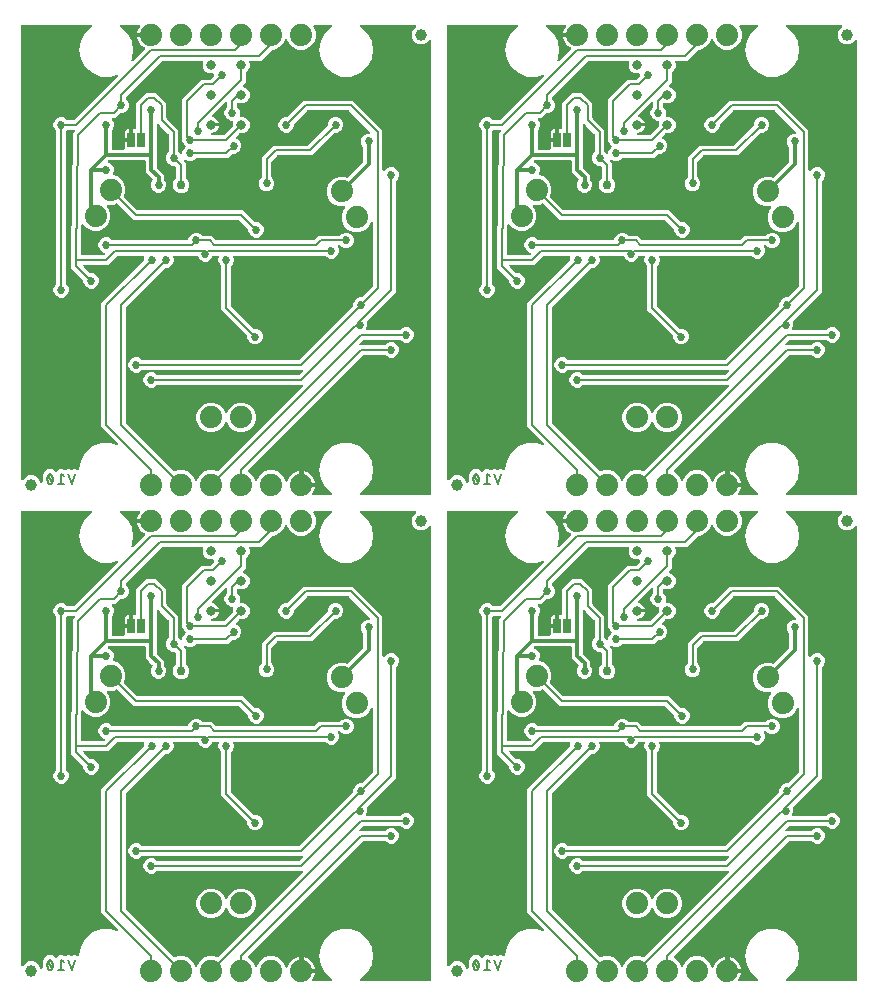
<source format=gbl>
G04 EAGLE Gerber RS-274X export*
G75*
%MOMM*%
%FSLAX34Y34*%
%LPD*%
%INBottom Copper*%
%IPPOS*%
%AMOC8*
5,1,8,0,0,1.08239X$1,22.5*%
G01*
%ADD10C,0.203200*%
%ADD11C,1.879600*%
%ADD12R,0.635000X1.270000*%
%ADD13C,0.812800*%
%ADD14C,1.000000*%
%ADD15C,0.762000*%
%ADD16C,0.685800*%
%ADD17C,0.304800*%

G36*
X266940Y4075D02*
X266940Y4075D01*
X267013Y4075D01*
X267079Y4095D01*
X267148Y4105D01*
X267215Y4135D01*
X267286Y4155D01*
X267344Y4192D01*
X267408Y4221D01*
X267464Y4268D01*
X267526Y4308D01*
X267572Y4360D01*
X267625Y4405D01*
X267665Y4466D01*
X267714Y4521D01*
X267744Y4583D01*
X267782Y4641D01*
X267804Y4711D01*
X267836Y4778D01*
X267847Y4846D01*
X267868Y4912D01*
X267870Y4986D01*
X267882Y5058D01*
X267873Y5127D01*
X267875Y5196D01*
X267857Y5267D01*
X267848Y5341D01*
X267821Y5404D01*
X267803Y5471D01*
X267766Y5535D01*
X267737Y5602D01*
X267699Y5647D01*
X267658Y5716D01*
X267569Y5800D01*
X267519Y5858D01*
X261815Y10644D01*
X257829Y17548D01*
X256444Y25400D01*
X257829Y33251D01*
X261815Y40155D01*
X267922Y45280D01*
X275414Y48006D01*
X283386Y48006D01*
X290878Y45280D01*
X296985Y40155D01*
X300971Y33251D01*
X302355Y25400D01*
X300971Y17548D01*
X296985Y10644D01*
X291280Y5858D01*
X291231Y5803D01*
X291175Y5756D01*
X291137Y5698D01*
X291090Y5646D01*
X291058Y5580D01*
X291017Y5519D01*
X290996Y5453D01*
X290966Y5390D01*
X290954Y5318D01*
X290932Y5248D01*
X290930Y5179D01*
X290918Y5110D01*
X290926Y5037D01*
X290924Y4964D01*
X290942Y4897D01*
X290949Y4828D01*
X290978Y4760D01*
X290996Y4689D01*
X291032Y4629D01*
X291058Y4565D01*
X291104Y4507D01*
X291141Y4444D01*
X291192Y4397D01*
X291235Y4343D01*
X291295Y4300D01*
X291349Y4250D01*
X291410Y4218D01*
X291467Y4178D01*
X291536Y4154D01*
X291602Y4120D01*
X291660Y4111D01*
X291735Y4084D01*
X291857Y4077D01*
X291933Y4065D01*
X350519Y4065D01*
X350577Y4073D01*
X350636Y4071D01*
X350717Y4093D01*
X350801Y4105D01*
X350854Y4129D01*
X350911Y4143D01*
X350983Y4186D01*
X351060Y4221D01*
X351105Y4259D01*
X351155Y4289D01*
X351213Y4350D01*
X351277Y4405D01*
X351310Y4453D01*
X351350Y4496D01*
X351388Y4571D01*
X351435Y4641D01*
X351453Y4697D01*
X351479Y4749D01*
X351491Y4817D01*
X351521Y4912D01*
X351523Y5012D01*
X351535Y5080D01*
X351535Y388501D01*
X351531Y388530D01*
X351533Y388559D01*
X351511Y388670D01*
X351495Y388783D01*
X351483Y388809D01*
X351477Y388838D01*
X351425Y388939D01*
X351379Y389042D01*
X351360Y389064D01*
X351346Y389090D01*
X351268Y389173D01*
X351195Y389259D01*
X351171Y389275D01*
X351150Y389297D01*
X351053Y389354D01*
X350958Y389417D01*
X350930Y389425D01*
X350905Y389440D01*
X350796Y389468D01*
X350687Y389502D01*
X350658Y389503D01*
X350630Y389510D01*
X350517Y389507D01*
X350403Y389510D01*
X350375Y389502D01*
X350345Y389501D01*
X350238Y389466D01*
X350128Y389438D01*
X350103Y389423D01*
X350075Y389414D01*
X350011Y389368D01*
X349884Y389293D01*
X349841Y389247D01*
X349802Y389219D01*
X347459Y386876D01*
X344501Y385651D01*
X341299Y385651D01*
X338340Y386876D01*
X336076Y389140D01*
X334851Y392099D01*
X334851Y395301D01*
X336076Y398259D01*
X338419Y400602D01*
X338437Y400625D01*
X338459Y400644D01*
X338522Y400739D01*
X338590Y400829D01*
X338600Y400856D01*
X338617Y400881D01*
X338651Y400989D01*
X338691Y401094D01*
X338694Y401124D01*
X338702Y401152D01*
X338705Y401265D01*
X338715Y401378D01*
X338709Y401406D01*
X338710Y401436D01*
X338681Y401545D01*
X338659Y401656D01*
X338645Y401683D01*
X338638Y401711D01*
X338580Y401808D01*
X338528Y401909D01*
X338508Y401930D01*
X338493Y401955D01*
X338410Y402033D01*
X338332Y402115D01*
X338307Y402130D01*
X338285Y402150D01*
X338184Y402201D01*
X338087Y402259D01*
X338058Y402266D01*
X338032Y402279D01*
X337955Y402292D01*
X337811Y402329D01*
X337749Y402327D01*
X337701Y402335D01*
X291933Y402335D01*
X291860Y402324D01*
X291787Y402324D01*
X291720Y402305D01*
X291651Y402295D01*
X291584Y402265D01*
X291514Y402244D01*
X291455Y402207D01*
X291392Y402179D01*
X291336Y402131D01*
X291274Y402092D01*
X291228Y402040D01*
X291175Y401995D01*
X291134Y401934D01*
X291086Y401879D01*
X291056Y401816D01*
X291017Y401758D01*
X290995Y401688D01*
X290964Y401622D01*
X290953Y401553D01*
X290932Y401487D01*
X290930Y401414D01*
X290918Y401341D01*
X290926Y401272D01*
X290924Y401203D01*
X290943Y401132D01*
X290952Y401059D01*
X290979Y400995D01*
X290996Y400928D01*
X291034Y400865D01*
X291062Y400797D01*
X291101Y400752D01*
X291141Y400684D01*
X291231Y400600D01*
X291280Y400542D01*
X296985Y395755D01*
X300971Y388851D01*
X302355Y381000D01*
X300971Y373149D01*
X296985Y366244D01*
X290877Y361120D01*
X283386Y358393D01*
X275414Y358393D01*
X267922Y361120D01*
X261815Y366244D01*
X257829Y373148D01*
X256444Y381000D01*
X257829Y388851D01*
X261815Y395755D01*
X267519Y400542D01*
X267568Y400596D01*
X267624Y400644D01*
X267663Y400702D01*
X267709Y400753D01*
X267741Y400819D01*
X267782Y400881D01*
X267803Y400947D01*
X267833Y401009D01*
X267846Y401082D01*
X267868Y401152D01*
X267870Y401221D01*
X267881Y401289D01*
X267873Y401362D01*
X267875Y401436D01*
X267858Y401503D01*
X267850Y401572D01*
X267822Y401640D01*
X267803Y401711D01*
X267768Y401770D01*
X267741Y401835D01*
X267696Y401892D01*
X267658Y401955D01*
X267608Y402003D01*
X267564Y402057D01*
X267504Y402099D01*
X267451Y402150D01*
X267389Y402181D01*
X267333Y402221D01*
X267263Y402246D01*
X267198Y402279D01*
X267140Y402289D01*
X267064Y402315D01*
X266942Y402322D01*
X266867Y402335D01*
X252714Y402335D01*
X252601Y402319D01*
X252486Y402309D01*
X252460Y402299D01*
X252433Y402295D01*
X252328Y402248D01*
X252221Y402207D01*
X252199Y402190D01*
X252174Y402179D01*
X252086Y402105D01*
X251994Y402035D01*
X251978Y402013D01*
X251957Y401995D01*
X251893Y401899D01*
X251824Y401807D01*
X251814Y401781D01*
X251799Y401758D01*
X251764Y401649D01*
X251724Y401541D01*
X251722Y401514D01*
X251713Y401487D01*
X251710Y401373D01*
X251701Y401258D01*
X251707Y401234D01*
X251706Y401203D01*
X251773Y400946D01*
X251776Y400931D01*
X253746Y396175D01*
X253746Y391224D01*
X251851Y386649D01*
X248350Y383148D01*
X243775Y381253D01*
X238824Y381253D01*
X234249Y383148D01*
X230748Y386649D01*
X229538Y389571D01*
X229523Y389596D01*
X229514Y389624D01*
X229451Y389718D01*
X229393Y389815D01*
X229372Y389835D01*
X229356Y389860D01*
X229269Y389933D01*
X229186Y390011D01*
X229160Y390024D01*
X229138Y390043D01*
X229035Y390089D01*
X228934Y390141D01*
X228905Y390146D01*
X228878Y390158D01*
X228766Y390174D01*
X228655Y390196D01*
X228626Y390193D01*
X228597Y390197D01*
X228484Y390181D01*
X228372Y390171D01*
X228344Y390161D01*
X228315Y390157D01*
X228212Y390110D01*
X228106Y390069D01*
X228083Y390052D01*
X228056Y390039D01*
X227970Y389966D01*
X227880Y389898D01*
X227862Y389874D01*
X227840Y389855D01*
X227798Y389789D01*
X227709Y389670D01*
X227687Y389611D01*
X227662Y389571D01*
X226451Y386649D01*
X222950Y383148D01*
X218375Y381253D01*
X217242Y381253D01*
X217155Y381240D01*
X217067Y381238D01*
X217015Y381221D01*
X216960Y381213D01*
X216880Y381177D01*
X216797Y381150D01*
X216758Y381122D01*
X216701Y381097D01*
X216587Y381001D01*
X216524Y380955D01*
X210102Y374533D01*
X207423Y371855D01*
X198245Y371855D01*
X198131Y371839D01*
X198017Y371829D01*
X197991Y371819D01*
X197964Y371815D01*
X197859Y371768D01*
X197752Y371727D01*
X197730Y371710D01*
X197704Y371699D01*
X197617Y371625D01*
X197525Y371555D01*
X197508Y371533D01*
X197487Y371515D01*
X197424Y371420D01*
X197355Y371328D01*
X197345Y371302D01*
X197330Y371279D01*
X197295Y371169D01*
X197254Y371062D01*
X197252Y371034D01*
X197244Y371008D01*
X197241Y370893D01*
X197232Y370778D01*
X197237Y370754D01*
X197237Y370723D01*
X197304Y370467D01*
X197307Y370451D01*
X197612Y369714D01*
X197612Y366884D01*
X196530Y364270D01*
X194862Y362602D01*
X194809Y362533D01*
X194749Y362469D01*
X194724Y362419D01*
X194691Y362375D01*
X194660Y362294D01*
X194620Y362216D01*
X194612Y362168D01*
X194590Y362110D01*
X194577Y361962D01*
X194564Y361885D01*
X194564Y353916D01*
X192102Y351454D01*
X192033Y351362D01*
X191959Y351274D01*
X191948Y351249D01*
X191931Y351227D01*
X191890Y351119D01*
X191844Y351014D01*
X191840Y350987D01*
X191830Y350961D01*
X191821Y350847D01*
X191805Y350733D01*
X191809Y350705D01*
X191806Y350678D01*
X191829Y350565D01*
X191845Y350451D01*
X191857Y350426D01*
X191862Y350399D01*
X191915Y350297D01*
X191963Y350192D01*
X191981Y350171D01*
X191993Y350147D01*
X192072Y350063D01*
X192147Y349976D01*
X192168Y349963D01*
X192189Y349940D01*
X192419Y349806D01*
X192432Y349798D01*
X194529Y348929D01*
X196530Y346928D01*
X197612Y344314D01*
X197612Y341484D01*
X196530Y338870D01*
X194529Y336869D01*
X191915Y335787D01*
X189085Y335787D01*
X188348Y336092D01*
X188237Y336120D01*
X188128Y336155D01*
X188100Y336156D01*
X188073Y336163D01*
X187958Y336159D01*
X187843Y336162D01*
X187817Y336155D01*
X187789Y336154D01*
X187679Y336119D01*
X187568Y336090D01*
X187544Y336076D01*
X187518Y336068D01*
X187423Y336004D01*
X187324Y335945D01*
X187305Y335925D01*
X187282Y335910D01*
X187208Y335822D01*
X187129Y335738D01*
X187117Y335713D01*
X187099Y335692D01*
X187052Y335587D01*
X187000Y335485D01*
X186996Y335460D01*
X186983Y335432D01*
X186947Y335168D01*
X186944Y335154D01*
X186944Y333176D01*
X186957Y333090D01*
X186960Y333002D01*
X186977Y332950D01*
X186984Y332895D01*
X187020Y332815D01*
X187047Y332732D01*
X187075Y332693D01*
X187101Y332636D01*
X187196Y332522D01*
X187242Y332459D01*
X188371Y331329D01*
X189357Y328948D01*
X189357Y326371D01*
X189210Y326016D01*
X189182Y325905D01*
X189147Y325795D01*
X189146Y325767D01*
X189139Y325741D01*
X189143Y325626D01*
X189140Y325511D01*
X189147Y325484D01*
X189147Y325456D01*
X189182Y325347D01*
X189211Y325236D01*
X189226Y325212D01*
X189234Y325186D01*
X189298Y325090D01*
X189357Y324991D01*
X189377Y324973D01*
X189392Y324949D01*
X189480Y324875D01*
X189564Y324797D01*
X189589Y324784D01*
X189610Y324766D01*
X189715Y324720D01*
X189817Y324668D01*
X189842Y324663D01*
X189870Y324651D01*
X190133Y324614D01*
X190148Y324612D01*
X191915Y324612D01*
X194529Y323529D01*
X196530Y321528D01*
X197612Y318914D01*
X197612Y316084D01*
X196530Y313470D01*
X194529Y311469D01*
X191915Y310387D01*
X189556Y310387D01*
X189469Y310374D01*
X189382Y310372D01*
X189329Y310354D01*
X189274Y310347D01*
X189195Y310311D01*
X189111Y310284D01*
X189072Y310256D01*
X189015Y310230D01*
X188902Y310135D01*
X188838Y310089D01*
X186209Y307460D01*
X186140Y307368D01*
X186066Y307280D01*
X186054Y307255D01*
X186038Y307233D01*
X185997Y307125D01*
X185950Y307020D01*
X185947Y306993D01*
X185937Y306967D01*
X185927Y306853D01*
X185911Y306739D01*
X185915Y306711D01*
X185913Y306684D01*
X185936Y306571D01*
X185952Y306457D01*
X185963Y306432D01*
X185969Y306405D01*
X186022Y306303D01*
X186069Y306198D01*
X186087Y306177D01*
X186100Y306153D01*
X186179Y306069D01*
X186253Y305982D01*
X186275Y305969D01*
X186296Y305947D01*
X186526Y305812D01*
X186538Y305804D01*
X187969Y305211D01*
X189791Y303389D01*
X190777Y301008D01*
X190777Y298431D01*
X189791Y296050D01*
X187969Y294228D01*
X185588Y293242D01*
X183991Y293242D01*
X183904Y293230D01*
X183817Y293227D01*
X183764Y293210D01*
X183709Y293202D01*
X183630Y293166D01*
X183546Y293140D01*
X183507Y293112D01*
X183450Y293086D01*
X183337Y292990D01*
X183273Y292945D01*
X182312Y291983D01*
X179633Y289305D01*
X152836Y289305D01*
X152750Y289293D01*
X152662Y289290D01*
X152610Y289273D01*
X152555Y289265D01*
X152475Y289229D01*
X152392Y289203D01*
X152353Y289174D01*
X152296Y289149D01*
X152182Y289053D01*
X152119Y289008D01*
X150989Y287878D01*
X148608Y286892D01*
X146031Y286892D01*
X143465Y287955D01*
X143381Y287977D01*
X143301Y288007D01*
X143244Y288012D01*
X143189Y288026D01*
X143103Y288024D01*
X143018Y288031D01*
X142962Y288020D01*
X142905Y288018D01*
X142823Y287992D01*
X142739Y287975D01*
X142689Y287949D01*
X142634Y287931D01*
X142563Y287883D01*
X142487Y287844D01*
X142445Y287805D01*
X142398Y287773D01*
X142343Y287707D01*
X142281Y287648D01*
X142252Y287599D01*
X142215Y287555D01*
X142180Y287477D01*
X142137Y287403D01*
X142123Y287348D01*
X142100Y287296D01*
X142088Y287210D01*
X142067Y287127D01*
X142069Y287071D01*
X142061Y287014D01*
X142073Y286929D01*
X142076Y286843D01*
X142093Y286789D01*
X142102Y286733D01*
X142137Y286655D01*
X142163Y286573D01*
X142192Y286532D01*
X142219Y286474D01*
X142313Y286363D01*
X142358Y286299D01*
X143764Y284893D01*
X143764Y272755D01*
X143777Y272669D01*
X143780Y272581D01*
X143797Y272529D01*
X143804Y272474D01*
X143840Y272394D01*
X143867Y272311D01*
X143895Y272271D01*
X143921Y272214D01*
X144016Y272101D01*
X144062Y272037D01*
X145514Y270585D01*
X146558Y268064D01*
X146558Y265335D01*
X145514Y262815D01*
X143585Y260885D01*
X141064Y259841D01*
X138335Y259841D01*
X135815Y260885D01*
X133885Y262815D01*
X132841Y265335D01*
X132841Y268064D01*
X133885Y270585D01*
X135338Y272037D01*
X135390Y272107D01*
X135450Y272171D01*
X135475Y272220D01*
X135509Y272265D01*
X135540Y272346D01*
X135580Y272424D01*
X135587Y272472D01*
X135610Y272530D01*
X135622Y272678D01*
X135635Y272755D01*
X135635Y281105D01*
X135623Y281192D01*
X135620Y281279D01*
X135603Y281332D01*
X135595Y281387D01*
X135559Y281466D01*
X135533Y281550D01*
X135505Y281589D01*
X135479Y281646D01*
X135383Y281759D01*
X135338Y281823D01*
X134377Y282784D01*
X134307Y282837D01*
X134243Y282897D01*
X134193Y282922D01*
X134149Y282955D01*
X134068Y282986D01*
X133990Y283026D01*
X133942Y283034D01*
X133884Y283056D01*
X133736Y283069D01*
X133659Y283082D01*
X132061Y283082D01*
X129680Y284068D01*
X127858Y285890D01*
X126872Y288271D01*
X126872Y290848D01*
X127858Y293229D01*
X128988Y294358D01*
X129040Y294428D01*
X129100Y294492D01*
X129125Y294541D01*
X129159Y294585D01*
X129190Y294667D01*
X129230Y294745D01*
X129238Y294792D01*
X129260Y294851D01*
X129272Y294999D01*
X129285Y295076D01*
X129285Y309045D01*
X129273Y309132D01*
X129270Y309219D01*
X129253Y309272D01*
X129245Y309327D01*
X129210Y309407D01*
X129183Y309490D01*
X129155Y309529D01*
X129129Y309586D01*
X129033Y309700D01*
X128988Y309763D01*
X121804Y316948D01*
X121803Y316948D01*
X120606Y318145D01*
X120582Y318163D01*
X120563Y318186D01*
X120469Y318248D01*
X120378Y318316D01*
X120351Y318327D01*
X120327Y318343D01*
X120219Y318377D01*
X120113Y318418D01*
X120084Y318420D01*
X120056Y318429D01*
X119942Y318432D01*
X119829Y318441D01*
X119801Y318435D01*
X119771Y318436D01*
X119662Y318408D01*
X119551Y318385D01*
X119525Y318372D01*
X119496Y318364D01*
X119399Y318307D01*
X119298Y318254D01*
X119277Y318234D01*
X119252Y318219D01*
X119175Y318137D01*
X119092Y318059D01*
X119077Y318033D01*
X119057Y318012D01*
X119006Y317911D01*
X118949Y317813D01*
X118941Y317785D01*
X118928Y317759D01*
X118915Y317681D01*
X118878Y317538D01*
X118880Y317475D01*
X118872Y317428D01*
X118872Y281714D01*
X118885Y281628D01*
X118888Y281540D01*
X118905Y281488D01*
X118912Y281433D01*
X118948Y281353D01*
X118975Y281270D01*
X119003Y281231D01*
X119029Y281173D01*
X119124Y281060D01*
X119170Y280996D01*
X125222Y274944D01*
X125222Y271708D01*
X125235Y271622D01*
X125238Y271534D01*
X125255Y271482D01*
X125262Y271427D01*
X125298Y271347D01*
X125325Y271264D01*
X125353Y271225D01*
X125379Y271168D01*
X125474Y271054D01*
X125520Y270991D01*
X126141Y270369D01*
X127127Y267988D01*
X127127Y265411D01*
X126141Y263030D01*
X124319Y261208D01*
X121938Y260222D01*
X119361Y260222D01*
X116980Y261208D01*
X115158Y263030D01*
X114172Y265411D01*
X114172Y267988D01*
X115158Y270369D01*
X115293Y270504D01*
X115328Y270551D01*
X115371Y270591D01*
X115413Y270664D01*
X115464Y270731D01*
X115485Y270786D01*
X115514Y270836D01*
X115535Y270918D01*
X115565Y270997D01*
X115570Y271055D01*
X115584Y271112D01*
X115582Y271196D01*
X115589Y271280D01*
X115577Y271337D01*
X115575Y271396D01*
X115549Y271476D01*
X115533Y271559D01*
X115506Y271611D01*
X115488Y271666D01*
X115448Y271723D01*
X115402Y271811D01*
X115333Y271884D01*
X115293Y271940D01*
X112703Y274530D01*
X109727Y277506D01*
X109727Y286512D01*
X109719Y286570D01*
X109720Y286628D01*
X109699Y286710D01*
X109687Y286793D01*
X109663Y286847D01*
X109649Y286903D01*
X109605Y286976D01*
X109571Y287053D01*
X109533Y287097D01*
X109503Y287148D01*
X109442Y287205D01*
X109387Y287270D01*
X109339Y287302D01*
X109296Y287342D01*
X109221Y287381D01*
X109151Y287427D01*
X109095Y287445D01*
X109043Y287472D01*
X108975Y287483D01*
X108880Y287513D01*
X108780Y287516D01*
X108712Y287527D01*
X78610Y287527D01*
X78525Y287515D01*
X78439Y287513D01*
X78385Y287495D01*
X78328Y287487D01*
X78250Y287452D01*
X78168Y287426D01*
X78121Y287394D01*
X78069Y287371D01*
X78003Y287315D01*
X77932Y287268D01*
X77895Y287224D01*
X77852Y287187D01*
X77804Y287116D01*
X77749Y287050D01*
X77726Y286998D01*
X77694Y286951D01*
X77668Y286869D01*
X77634Y286790D01*
X77626Y286734D01*
X77609Y286680D01*
X77606Y286594D01*
X77595Y286509D01*
X77603Y286452D01*
X77601Y286395D01*
X77623Y286312D01*
X77635Y286227D01*
X77659Y286175D01*
X77673Y286120D01*
X77717Y286047D01*
X77752Y285968D01*
X77789Y285925D01*
X77818Y285876D01*
X77881Y285817D01*
X77937Y285752D01*
X77979Y285726D01*
X78026Y285681D01*
X78155Y285615D01*
X78221Y285574D01*
X79869Y284891D01*
X81691Y283069D01*
X82677Y280688D01*
X82677Y278111D01*
X81904Y276244D01*
X81890Y276188D01*
X81866Y276134D01*
X81854Y276051D01*
X81833Y275969D01*
X81835Y275911D01*
X81827Y275853D01*
X81839Y275769D01*
X81841Y275685D01*
X81859Y275629D01*
X81868Y275571D01*
X81902Y275495D01*
X81928Y275414D01*
X81961Y275366D01*
X81985Y275312D01*
X82039Y275248D01*
X82086Y275178D01*
X82131Y275140D01*
X82169Y275096D01*
X82228Y275059D01*
X82304Y274995D01*
X82395Y274955D01*
X82454Y274918D01*
X87061Y273010D01*
X90562Y269509D01*
X92457Y264934D01*
X92457Y259982D01*
X91480Y257623D01*
X91479Y257622D01*
X91478Y257620D01*
X91444Y257486D01*
X91409Y257348D01*
X91409Y257346D01*
X91408Y257345D01*
X91413Y257202D01*
X91417Y257064D01*
X91417Y257062D01*
X91417Y257061D01*
X91460Y256928D01*
X91503Y256793D01*
X91504Y256791D01*
X91505Y256790D01*
X91513Y256778D01*
X91662Y256557D01*
X91685Y256537D01*
X91700Y256517D01*
X102555Y245662D01*
X102624Y245609D01*
X102688Y245549D01*
X102738Y245524D01*
X102782Y245491D01*
X102863Y245460D01*
X102941Y245420D01*
X102989Y245412D01*
X103047Y245390D01*
X103195Y245377D01*
X103272Y245364D01*
X192183Y245364D01*
X202173Y235375D01*
X202243Y235322D01*
X202307Y235262D01*
X202356Y235237D01*
X202400Y235204D01*
X202482Y235173D01*
X202560Y235133D01*
X202607Y235125D01*
X202666Y235103D01*
X202814Y235090D01*
X202891Y235077D01*
X204488Y235077D01*
X206869Y234091D01*
X208691Y232269D01*
X209677Y229888D01*
X209677Y227311D01*
X208691Y224930D01*
X206869Y223108D01*
X204488Y222122D01*
X201911Y222122D01*
X199530Y223108D01*
X197708Y224930D01*
X196722Y227311D01*
X196722Y228909D01*
X196710Y228995D01*
X196707Y229083D01*
X196690Y229135D01*
X196682Y229190D01*
X196646Y229270D01*
X196620Y229353D01*
X196592Y229392D01*
X196566Y229449D01*
X196470Y229563D01*
X196425Y229626D01*
X189113Y236938D01*
X189044Y236990D01*
X188980Y237050D01*
X188930Y237075D01*
X188886Y237109D01*
X188805Y237140D01*
X188727Y237180D01*
X188679Y237187D01*
X188621Y237210D01*
X188473Y237222D01*
X188396Y237235D01*
X99485Y237235D01*
X85951Y250768D01*
X85950Y250769D01*
X85949Y250770D01*
X85839Y250853D01*
X85724Y250939D01*
X85723Y250940D01*
X85721Y250941D01*
X85589Y250990D01*
X85458Y251040D01*
X85457Y251041D01*
X85455Y251041D01*
X85311Y251053D01*
X85175Y251064D01*
X85174Y251064D01*
X85172Y251064D01*
X85156Y251060D01*
X84896Y251008D01*
X84869Y250994D01*
X84845Y250988D01*
X82486Y250011D01*
X77813Y250011D01*
X77784Y250007D01*
X77755Y250010D01*
X77644Y249987D01*
X77532Y249971D01*
X77505Y249959D01*
X77476Y249954D01*
X77375Y249901D01*
X77272Y249855D01*
X77250Y249836D01*
X77224Y249823D01*
X77142Y249745D01*
X77055Y249671D01*
X77039Y249647D01*
X77018Y249627D01*
X76960Y249529D01*
X76898Y249435D01*
X76889Y249407D01*
X76874Y249382D01*
X76846Y249272D01*
X76812Y249164D01*
X76811Y249134D01*
X76804Y249106D01*
X76807Y248993D01*
X76805Y248880D01*
X76812Y248851D01*
X76813Y248822D01*
X76848Y248714D01*
X76876Y248605D01*
X76891Y248579D01*
X76900Y248551D01*
X76946Y248487D01*
X77022Y248360D01*
X77067Y248317D01*
X77095Y248278D01*
X77862Y247511D01*
X79757Y242937D01*
X79757Y237985D01*
X77862Y233410D01*
X74361Y229909D01*
X69786Y228014D01*
X64834Y228014D01*
X60260Y229909D01*
X56951Y233218D01*
X56932Y233232D01*
X56918Y233249D01*
X56863Y233287D01*
X56821Y233326D01*
X56776Y233349D01*
X56724Y233389D01*
X56702Y233397D01*
X56683Y233410D01*
X56611Y233433D01*
X56568Y233456D01*
X56531Y233462D01*
X56458Y233490D01*
X56435Y233492D01*
X56413Y233499D01*
X56294Y233503D01*
X56273Y233505D01*
X56237Y233511D01*
X56233Y233511D01*
X56221Y233509D01*
X56175Y233513D01*
X56152Y233509D01*
X56129Y233510D01*
X56013Y233481D01*
X56000Y233478D01*
X55952Y233471D01*
X55940Y233466D01*
X55896Y233457D01*
X55875Y233447D01*
X55853Y233441D01*
X55750Y233381D01*
X55743Y233378D01*
X55692Y233355D01*
X55681Y233346D01*
X55644Y233326D01*
X55627Y233311D01*
X55607Y233299D01*
X55525Y233214D01*
X55475Y233171D01*
X55466Y233157D01*
X55438Y233131D01*
X55426Y233111D01*
X55410Y233094D01*
X55359Y232997D01*
X55318Y232935D01*
X55311Y232915D01*
X55294Y232885D01*
X55288Y232863D01*
X55277Y232842D01*
X55264Y232767D01*
X55261Y232758D01*
X55232Y232664D01*
X55231Y232638D01*
X55224Y232610D01*
X55226Y232555D01*
X55218Y232512D01*
X54926Y208292D01*
X54934Y208228D01*
X54933Y208163D01*
X54952Y208088D01*
X54963Y208010D01*
X54988Y207951D01*
X55005Y207888D01*
X55044Y207821D01*
X55076Y207749D01*
X55117Y207699D01*
X55150Y207644D01*
X55207Y207590D01*
X55257Y207530D01*
X55310Y207494D01*
X55357Y207449D01*
X55427Y207414D01*
X55491Y207370D01*
X55553Y207349D01*
X55610Y207320D01*
X55675Y207309D01*
X55761Y207281D01*
X55870Y207276D01*
X55941Y207264D01*
X74096Y207264D01*
X74182Y207277D01*
X74270Y207280D01*
X74322Y207297D01*
X74377Y207304D01*
X74457Y207340D01*
X74540Y207367D01*
X74579Y207395D01*
X74636Y207421D01*
X74750Y207516D01*
X74813Y207562D01*
X75083Y207831D01*
X75152Y207923D01*
X75226Y208011D01*
X75237Y208037D01*
X75254Y208059D01*
X75295Y208166D01*
X75341Y208271D01*
X75345Y208298D01*
X75355Y208324D01*
X75365Y208439D01*
X75380Y208552D01*
X75376Y208580D01*
X75379Y208608D01*
X75356Y208720D01*
X75340Y208834D01*
X75328Y208859D01*
X75323Y208886D01*
X75270Y208988D01*
X75223Y209093D01*
X75205Y209114D01*
X75192Y209139D01*
X75113Y209222D01*
X75038Y209309D01*
X75017Y209323D01*
X74996Y209345D01*
X74766Y209480D01*
X74754Y209487D01*
X74751Y209488D01*
X72530Y210408D01*
X70708Y212230D01*
X69722Y214611D01*
X69722Y217188D01*
X70708Y219569D01*
X72530Y221391D01*
X74911Y222377D01*
X77488Y222377D01*
X79869Y221391D01*
X80999Y220262D01*
X81068Y220209D01*
X81132Y220149D01*
X81182Y220124D01*
X81226Y220091D01*
X81308Y220060D01*
X81385Y220020D01*
X81433Y220012D01*
X81491Y219990D01*
X81639Y219977D01*
X81716Y219964D01*
X144907Y219964D01*
X144965Y219973D01*
X145023Y219971D01*
X145105Y219992D01*
X145188Y220004D01*
X145242Y220028D01*
X145298Y220043D01*
X145371Y220086D01*
X145448Y220121D01*
X145492Y220158D01*
X145543Y220188D01*
X145600Y220250D01*
X145665Y220304D01*
X145697Y220353D01*
X145737Y220396D01*
X145776Y220471D01*
X145822Y220541D01*
X145840Y220597D01*
X145867Y220649D01*
X145878Y220717D01*
X145908Y220812D01*
X145911Y220912D01*
X145922Y220980D01*
X145922Y220998D01*
X146908Y223379D01*
X148730Y225201D01*
X151111Y226187D01*
X153688Y226187D01*
X156069Y225201D01*
X157199Y224072D01*
X157268Y224019D01*
X157332Y223959D01*
X157382Y223934D01*
X157426Y223901D01*
X157508Y223870D01*
X157585Y223830D01*
X157633Y223822D01*
X157691Y223800D01*
X157839Y223787D01*
X157916Y223774D01*
X165513Y223774D01*
X169026Y220262D01*
X169096Y220209D01*
X169160Y220149D01*
X169209Y220124D01*
X169253Y220091D01*
X169335Y220060D01*
X169413Y220020D01*
X169460Y220012D01*
X169519Y219990D01*
X169667Y219977D01*
X169744Y219964D01*
X251896Y219964D01*
X251982Y219977D01*
X252070Y219980D01*
X252122Y219997D01*
X252177Y220004D01*
X252257Y220040D01*
X252340Y220067D01*
X252379Y220095D01*
X252436Y220121D01*
X252550Y220216D01*
X252613Y220262D01*
X256126Y223774D01*
X273883Y223774D01*
X273970Y223787D01*
X274057Y223790D01*
X274110Y223807D01*
X274165Y223814D01*
X274244Y223850D01*
X274328Y223877D01*
X274367Y223905D01*
X274424Y223931D01*
X274537Y224026D01*
X274601Y224072D01*
X275730Y225201D01*
X278111Y226187D01*
X280688Y226187D01*
X283069Y225201D01*
X284891Y223379D01*
X285877Y220998D01*
X285877Y218421D01*
X284891Y216040D01*
X283069Y214218D01*
X280688Y213232D01*
X278111Y213232D01*
X275730Y214218D01*
X274601Y215348D01*
X274531Y215400D01*
X274467Y215460D01*
X274418Y215485D01*
X274374Y215519D01*
X274292Y215550D01*
X274214Y215590D01*
X274167Y215597D01*
X274108Y215620D01*
X273960Y215632D01*
X273883Y215645D01*
X273232Y215645D01*
X273118Y215629D01*
X273004Y215619D01*
X272978Y215609D01*
X272950Y215605D01*
X272846Y215558D01*
X272738Y215517D01*
X272716Y215500D01*
X272691Y215489D01*
X272603Y215415D01*
X272512Y215345D01*
X272495Y215323D01*
X272474Y215305D01*
X272410Y215210D01*
X272342Y215118D01*
X272332Y215092D01*
X272316Y215069D01*
X272282Y214959D01*
X272241Y214852D01*
X272239Y214824D01*
X272231Y214798D01*
X272228Y214683D01*
X272219Y214568D01*
X272224Y214544D01*
X272223Y214513D01*
X272290Y214257D01*
X272294Y214241D01*
X273177Y212108D01*
X273177Y209531D01*
X272191Y207150D01*
X270369Y205328D01*
X267988Y204342D01*
X265411Y204342D01*
X263030Y205328D01*
X261901Y206458D01*
X261831Y206510D01*
X261767Y206570D01*
X261718Y206595D01*
X261674Y206629D01*
X261592Y206660D01*
X261514Y206700D01*
X261467Y206707D01*
X261408Y206730D01*
X261260Y206742D01*
X261183Y206755D01*
X184858Y206755D01*
X184744Y206739D01*
X184630Y206729D01*
X184604Y206719D01*
X184576Y206715D01*
X184472Y206668D01*
X184364Y206627D01*
X184342Y206610D01*
X184317Y206599D01*
X184229Y206525D01*
X184138Y206455D01*
X184121Y206433D01*
X184100Y206415D01*
X184036Y206320D01*
X183968Y206228D01*
X183958Y206202D01*
X183942Y206179D01*
X183908Y206069D01*
X183867Y205962D01*
X183865Y205934D01*
X183857Y205908D01*
X183854Y205793D01*
X183845Y205678D01*
X183850Y205654D01*
X183849Y205623D01*
X183916Y205367D01*
X183920Y205351D01*
X184277Y204488D01*
X184277Y201911D01*
X183291Y199530D01*
X182162Y198401D01*
X182109Y198331D01*
X182049Y198267D01*
X182024Y198218D01*
X181991Y198174D01*
X181960Y198092D01*
X181920Y198014D01*
X181912Y197967D01*
X181890Y197908D01*
X181877Y197760D01*
X181864Y197683D01*
X181864Y164846D01*
X181877Y164760D01*
X181880Y164672D01*
X181897Y164620D01*
X181904Y164565D01*
X181940Y164485D01*
X181967Y164402D01*
X181995Y164363D01*
X182021Y164306D01*
X182116Y164192D01*
X182162Y164129D01*
X201310Y144980D01*
X201380Y144928D01*
X201444Y144868D01*
X201493Y144843D01*
X201537Y144809D01*
X201619Y144778D01*
X201697Y144738D01*
X201745Y144730D01*
X201803Y144708D01*
X201951Y144696D01*
X202028Y144683D01*
X203625Y144683D01*
X206006Y143697D01*
X207828Y141875D01*
X208815Y139494D01*
X208815Y136917D01*
X207828Y134536D01*
X206006Y132714D01*
X203625Y131727D01*
X201048Y131727D01*
X198667Y132714D01*
X196845Y134536D01*
X195859Y136917D01*
X195859Y138514D01*
X195847Y138601D01*
X195844Y138688D01*
X195827Y138741D01*
X195819Y138795D01*
X195784Y138875D01*
X195757Y138958D01*
X195729Y138998D01*
X195703Y139055D01*
X195607Y139168D01*
X195562Y139232D01*
X173735Y161059D01*
X173735Y197683D01*
X173723Y197770D01*
X173720Y197857D01*
X173703Y197910D01*
X173695Y197965D01*
X173659Y198044D01*
X173633Y198128D01*
X173605Y198167D01*
X173579Y198224D01*
X173483Y198337D01*
X173438Y198401D01*
X172308Y199530D01*
X171322Y201911D01*
X171322Y204488D01*
X171680Y205351D01*
X171708Y205462D01*
X171743Y205572D01*
X171744Y205600D01*
X171750Y205627D01*
X171747Y205741D01*
X171750Y205856D01*
X171743Y205883D01*
X171742Y205911D01*
X171707Y206020D01*
X171678Y206131D01*
X171664Y206155D01*
X171656Y206181D01*
X171592Y206277D01*
X171533Y206376D01*
X171513Y206395D01*
X171497Y206418D01*
X171410Y206491D01*
X171326Y206570D01*
X171301Y206583D01*
X171280Y206601D01*
X171175Y206647D01*
X171073Y206700D01*
X171048Y206704D01*
X171020Y206716D01*
X170756Y206753D01*
X170742Y206755D01*
X167078Y206755D01*
X167076Y206755D01*
X167075Y206755D01*
X166935Y206735D01*
X166796Y206715D01*
X166795Y206715D01*
X166793Y206714D01*
X166668Y206657D01*
X166537Y206599D01*
X166536Y206598D01*
X166534Y206597D01*
X166427Y206506D01*
X166320Y206415D01*
X166319Y206414D01*
X166318Y206413D01*
X166310Y206400D01*
X166162Y206179D01*
X166153Y206149D01*
X166140Y206128D01*
X165511Y204610D01*
X163689Y202788D01*
X161308Y201802D01*
X158731Y201802D01*
X156350Y202788D01*
X154528Y204610D01*
X153899Y206128D01*
X153899Y206130D01*
X153898Y206131D01*
X153827Y206252D01*
X153755Y206373D01*
X153754Y206374D01*
X153753Y206376D01*
X153649Y206473D01*
X153548Y206568D01*
X153547Y206569D01*
X153546Y206570D01*
X153422Y206634D01*
X153296Y206698D01*
X153294Y206699D01*
X153293Y206700D01*
X153278Y206702D01*
X153017Y206754D01*
X152986Y206751D01*
X152962Y206755D01*
X134058Y206755D01*
X133944Y206739D01*
X133830Y206729D01*
X133804Y206719D01*
X133776Y206715D01*
X133672Y206668D01*
X133565Y206627D01*
X133542Y206610D01*
X133517Y206599D01*
X133429Y206525D01*
X133338Y206455D01*
X133321Y206433D01*
X133300Y206415D01*
X133236Y206320D01*
X133168Y206228D01*
X133158Y206202D01*
X133142Y206179D01*
X133108Y206069D01*
X133067Y205962D01*
X133065Y205934D01*
X133057Y205908D01*
X133054Y205793D01*
X133045Y205678D01*
X133050Y205654D01*
X133049Y205623D01*
X133116Y205367D01*
X133120Y205351D01*
X133477Y204488D01*
X133477Y201911D01*
X132491Y199530D01*
X130669Y197708D01*
X128288Y196722D01*
X126691Y196722D01*
X126604Y196710D01*
X126517Y196707D01*
X126464Y196690D01*
X126409Y196682D01*
X126330Y196646D01*
X126246Y196620D01*
X126207Y196592D01*
X126150Y196566D01*
X126037Y196470D01*
X125973Y196425D01*
X93262Y163713D01*
X93209Y163644D01*
X93149Y163580D01*
X93124Y163530D01*
X93091Y163486D01*
X93060Y163405D01*
X93020Y163327D01*
X93012Y163279D01*
X92990Y163221D01*
X92977Y163073D01*
X92964Y162996D01*
X92964Y65604D01*
X92977Y65517D01*
X92980Y65430D01*
X92997Y65377D01*
X93004Y65322D01*
X93040Y65243D01*
X93067Y65159D01*
X93095Y65120D01*
X93121Y65063D01*
X93216Y64950D01*
X93262Y64886D01*
X133758Y24390D01*
X133759Y24389D01*
X133760Y24387D01*
X133878Y24299D01*
X133985Y24219D01*
X133987Y24218D01*
X133988Y24217D01*
X134120Y24167D01*
X134251Y24118D01*
X134253Y24117D01*
X134254Y24117D01*
X134393Y24106D01*
X134534Y24094D01*
X134536Y24094D01*
X134537Y24094D01*
X134552Y24098D01*
X134813Y24150D01*
X134840Y24164D01*
X134865Y24170D01*
X137224Y25147D01*
X142176Y25147D01*
X146750Y23252D01*
X150252Y19751D01*
X151462Y16829D01*
X151477Y16804D01*
X151486Y16776D01*
X151549Y16682D01*
X151606Y16584D01*
X151628Y16564D01*
X151644Y16540D01*
X151731Y16467D01*
X151813Y16389D01*
X151839Y16376D01*
X151861Y16357D01*
X151965Y16311D01*
X152066Y16259D01*
X152094Y16253D01*
X152121Y16241D01*
X152233Y16226D01*
X152345Y16204D01*
X152374Y16207D01*
X152403Y16203D01*
X152515Y16219D01*
X152628Y16228D01*
X152655Y16239D01*
X152684Y16243D01*
X152787Y16290D01*
X152893Y16330D01*
X152917Y16348D01*
X152943Y16360D01*
X153030Y16434D01*
X153120Y16502D01*
X153137Y16526D01*
X153160Y16545D01*
X153201Y16611D01*
X153290Y16730D01*
X153312Y16788D01*
X153338Y16829D01*
X154548Y19751D01*
X158049Y23252D01*
X162624Y25147D01*
X167575Y25147D01*
X169934Y24170D01*
X169936Y24169D01*
X169937Y24169D01*
X170072Y24134D01*
X170210Y24099D01*
X170211Y24099D01*
X170213Y24099D01*
X170354Y24103D01*
X170494Y24107D01*
X170495Y24107D01*
X170497Y24108D01*
X170628Y24150D01*
X170765Y24194D01*
X170766Y24195D01*
X170768Y24195D01*
X170780Y24204D01*
X171001Y24352D01*
X171021Y24375D01*
X171041Y24390D01*
X189111Y42460D01*
X189113Y42462D01*
X242453Y95802D01*
X242471Y95825D01*
X242494Y95844D01*
X242556Y95939D01*
X242624Y96029D01*
X242635Y96056D01*
X242651Y96081D01*
X242685Y96189D01*
X242726Y96295D01*
X242728Y96324D01*
X242737Y96352D01*
X242740Y96465D01*
X242749Y96578D01*
X242743Y96607D01*
X242744Y96636D01*
X242716Y96746D01*
X242693Y96857D01*
X242680Y96883D01*
X242672Y96911D01*
X242615Y97009D01*
X242562Y97109D01*
X242542Y97130D01*
X242527Y97156D01*
X242445Y97233D01*
X242367Y97315D01*
X242341Y97330D01*
X242320Y97350D01*
X242219Y97402D01*
X242121Y97459D01*
X242093Y97466D01*
X242067Y97480D01*
X241989Y97492D01*
X241846Y97529D01*
X241783Y97527D01*
X241736Y97535D01*
X119816Y97535D01*
X119730Y97523D01*
X119642Y97520D01*
X119590Y97503D01*
X119535Y97495D01*
X119455Y97459D01*
X119372Y97433D01*
X119333Y97405D01*
X119276Y97379D01*
X119162Y97283D01*
X119099Y97238D01*
X117969Y96108D01*
X115588Y95122D01*
X113011Y95122D01*
X110630Y96108D01*
X108808Y97930D01*
X107822Y100311D01*
X107822Y102888D01*
X108808Y105269D01*
X110630Y107091D01*
X113011Y108077D01*
X115588Y108077D01*
X117969Y107091D01*
X119099Y105962D01*
X119168Y105909D01*
X119232Y105849D01*
X119282Y105824D01*
X119326Y105791D01*
X119407Y105760D01*
X119485Y105720D01*
X119533Y105712D01*
X119591Y105690D01*
X119739Y105677D01*
X119816Y105664D01*
X239196Y105664D01*
X239282Y105677D01*
X239370Y105680D01*
X239422Y105697D01*
X239477Y105704D01*
X239557Y105740D01*
X239640Y105767D01*
X239679Y105795D01*
X239736Y105821D01*
X239850Y105916D01*
X239913Y105962D01*
X242453Y108502D01*
X242471Y108525D01*
X242494Y108544D01*
X242556Y108639D01*
X242624Y108729D01*
X242635Y108756D01*
X242651Y108781D01*
X242685Y108889D01*
X242726Y108995D01*
X242728Y109024D01*
X242737Y109052D01*
X242740Y109165D01*
X242749Y109278D01*
X242743Y109307D01*
X242744Y109336D01*
X242716Y109446D01*
X242693Y109557D01*
X242680Y109583D01*
X242672Y109611D01*
X242615Y109709D01*
X242562Y109809D01*
X242542Y109830D01*
X242527Y109856D01*
X242445Y109933D01*
X242367Y110015D01*
X242341Y110030D01*
X242320Y110050D01*
X242219Y110102D01*
X242121Y110159D01*
X242093Y110166D01*
X242067Y110180D01*
X241989Y110192D01*
X241846Y110229D01*
X241783Y110227D01*
X241736Y110235D01*
X107116Y110235D01*
X107030Y110223D01*
X106942Y110220D01*
X106890Y110203D01*
X106835Y110195D01*
X106755Y110159D01*
X106672Y110133D01*
X106633Y110105D01*
X106576Y110079D01*
X106462Y109983D01*
X106399Y109938D01*
X105269Y108808D01*
X102888Y107822D01*
X100311Y107822D01*
X97930Y108808D01*
X96108Y110630D01*
X95122Y113011D01*
X95122Y115588D01*
X96108Y117969D01*
X97930Y119791D01*
X100311Y120777D01*
X102888Y120777D01*
X105269Y119791D01*
X106399Y118662D01*
X106468Y118609D01*
X106532Y118549D01*
X106582Y118524D01*
X106626Y118491D01*
X106707Y118460D01*
X106785Y118420D01*
X106833Y118412D01*
X106891Y118390D01*
X107039Y118377D01*
X107116Y118364D01*
X239196Y118364D01*
X239282Y118377D01*
X239370Y118380D01*
X239422Y118397D01*
X239477Y118404D01*
X239557Y118440D01*
X239640Y118467D01*
X239679Y118495D01*
X239736Y118521D01*
X239850Y118616D01*
X239913Y118662D01*
X285325Y164073D01*
X285377Y164143D01*
X285437Y164207D01*
X285462Y164256D01*
X285496Y164300D01*
X285527Y164382D01*
X285567Y164460D01*
X285574Y164507D01*
X285597Y164566D01*
X285609Y164714D01*
X285622Y164791D01*
X285622Y166388D01*
X286608Y168769D01*
X288430Y170591D01*
X290811Y171577D01*
X292409Y171577D01*
X292495Y171590D01*
X292583Y171593D01*
X292635Y171610D01*
X292690Y171617D01*
X292770Y171653D01*
X292853Y171680D01*
X292892Y171708D01*
X292949Y171734D01*
X293063Y171829D01*
X293126Y171875D01*
X301708Y180456D01*
X301760Y180526D01*
X301820Y180590D01*
X301845Y180639D01*
X301879Y180683D01*
X301910Y180765D01*
X301950Y180843D01*
X301957Y180890D01*
X301980Y180949D01*
X301992Y181097D01*
X302005Y181174D01*
X302005Y234675D01*
X301993Y234760D01*
X301991Y234846D01*
X301973Y234900D01*
X301965Y234956D01*
X301930Y235035D01*
X301904Y235116D01*
X301872Y235164D01*
X301849Y235216D01*
X301793Y235281D01*
X301746Y235353D01*
X301702Y235389D01*
X301665Y235433D01*
X301594Y235480D01*
X301528Y235536D01*
X301476Y235559D01*
X301429Y235590D01*
X301347Y235616D01*
X301268Y235651D01*
X301212Y235659D01*
X301158Y235676D01*
X301072Y235678D01*
X300987Y235690D01*
X300930Y235682D01*
X300873Y235683D01*
X300790Y235662D01*
X300705Y235649D01*
X300653Y235626D01*
X300598Y235612D01*
X300525Y235568D01*
X300446Y235532D01*
X300403Y235495D01*
X300354Y235466D01*
X300295Y235404D01*
X300230Y235348D01*
X300204Y235306D01*
X300159Y235259D01*
X300093Y235130D01*
X300052Y235063D01*
X298841Y232140D01*
X295340Y228639D01*
X290765Y226744D01*
X285814Y226744D01*
X281239Y228639D01*
X277738Y232140D01*
X275843Y236715D01*
X275843Y241667D01*
X277738Y246242D01*
X278504Y247008D01*
X278521Y247031D01*
X278543Y247049D01*
X278543Y247050D01*
X278544Y247051D01*
X278607Y247145D01*
X278675Y247235D01*
X278686Y247263D01*
X278702Y247287D01*
X278736Y247395D01*
X278776Y247501D01*
X278779Y247530D01*
X278788Y247558D01*
X278790Y247672D01*
X278800Y247784D01*
X278794Y247813D01*
X278795Y247842D01*
X278766Y247952D01*
X278744Y248063D01*
X278730Y248089D01*
X278723Y248117D01*
X278665Y248215D01*
X278613Y248315D01*
X278593Y248337D01*
X278578Y248362D01*
X278495Y248439D01*
X278417Y248521D01*
X278392Y248536D01*
X278370Y248556D01*
X278269Y248608D01*
X278172Y248665D01*
X278143Y248672D01*
X278117Y248686D01*
X278040Y248699D01*
X277896Y248735D01*
X277834Y248733D01*
X277786Y248741D01*
X273114Y248741D01*
X268539Y250636D01*
X265038Y254137D01*
X263143Y258712D01*
X263143Y263664D01*
X265038Y268239D01*
X268539Y271740D01*
X273114Y273635D01*
X278065Y273635D01*
X279916Y272868D01*
X279918Y272868D01*
X279919Y272867D01*
X280053Y272833D01*
X280191Y272797D01*
X280193Y272797D01*
X280195Y272797D01*
X280335Y272801D01*
X280476Y272805D01*
X280477Y272806D01*
X280479Y272806D01*
X280612Y272849D01*
X280746Y272892D01*
X280748Y272893D01*
X280749Y272893D01*
X280761Y272902D01*
X280983Y273050D01*
X281002Y273074D01*
X281023Y273088D01*
X293580Y285645D01*
X293632Y285715D01*
X293692Y285779D01*
X293717Y285828D01*
X293751Y285872D01*
X293782Y285954D01*
X293822Y286032D01*
X293829Y286080D01*
X293852Y286138D01*
X293864Y286286D01*
X293877Y286363D01*
X293877Y298521D01*
X293870Y298574D01*
X293870Y298604D01*
X293864Y298627D01*
X293862Y298695D01*
X293845Y298748D01*
X293837Y298803D01*
X293801Y298882D01*
X293775Y298966D01*
X293747Y299005D01*
X293721Y299062D01*
X293625Y299175D01*
X293580Y299239D01*
X292958Y299860D01*
X291972Y302241D01*
X291972Y304818D01*
X292958Y307199D01*
X294780Y309021D01*
X297161Y310007D01*
X299013Y310007D01*
X299042Y310012D01*
X299071Y310009D01*
X299182Y310031D01*
X299294Y310047D01*
X299321Y310059D01*
X299350Y310065D01*
X299450Y310117D01*
X299554Y310164D01*
X299576Y310183D01*
X299602Y310196D01*
X299684Y310274D01*
X299771Y310347D01*
X299787Y310372D01*
X299808Y310392D01*
X299865Y310490D01*
X299928Y310584D01*
X299937Y310612D01*
X299952Y310637D01*
X299980Y310747D01*
X300014Y310855D01*
X300015Y310884D01*
X300022Y310913D01*
X300018Y311026D01*
X300021Y311139D01*
X300014Y311167D01*
X300013Y311197D01*
X299978Y311305D01*
X299949Y311414D01*
X299934Y311439D01*
X299925Y311467D01*
X299880Y311531D01*
X299804Y311659D01*
X299758Y311701D01*
X299730Y311741D01*
X281823Y329648D01*
X281754Y329700D01*
X281690Y329760D01*
X281640Y329785D01*
X281596Y329819D01*
X281515Y329850D01*
X281437Y329890D01*
X281389Y329897D01*
X281331Y329920D01*
X281183Y329932D01*
X281106Y329945D01*
X247214Y329945D01*
X247127Y329933D01*
X247040Y329930D01*
X246987Y329913D01*
X246932Y329905D01*
X246853Y329869D01*
X246769Y329843D01*
X246730Y329815D01*
X246673Y329789D01*
X246560Y329693D01*
X246496Y329648D01*
X235375Y318526D01*
X235322Y318457D01*
X235262Y318393D01*
X235237Y318343D01*
X235204Y318299D01*
X235173Y318218D01*
X235133Y318140D01*
X235125Y318092D01*
X235103Y318034D01*
X235097Y317962D01*
X235091Y317945D01*
X235090Y317882D01*
X235077Y317809D01*
X235077Y316211D01*
X234091Y313830D01*
X232269Y312008D01*
X229888Y311022D01*
X227311Y311022D01*
X224930Y312008D01*
X223108Y313830D01*
X222122Y316211D01*
X222122Y318788D01*
X223108Y321169D01*
X224930Y322991D01*
X227311Y323977D01*
X228909Y323977D01*
X228995Y323990D01*
X229083Y323993D01*
X229135Y324010D01*
X229190Y324017D01*
X229270Y324053D01*
X229353Y324080D01*
X229392Y324108D01*
X229449Y324134D01*
X229563Y324229D01*
X229626Y324275D01*
X243426Y338074D01*
X284893Y338074D01*
X287572Y335396D01*
X310134Y312833D01*
X310134Y279446D01*
X310139Y279417D01*
X310136Y279388D01*
X310158Y279277D01*
X310174Y279165D01*
X310186Y279138D01*
X310192Y279109D01*
X310244Y279008D01*
X310291Y278905D01*
X310310Y278883D01*
X310323Y278857D01*
X310401Y278775D01*
X310474Y278688D01*
X310499Y278672D01*
X310519Y278651D01*
X310616Y278593D01*
X310711Y278531D01*
X310739Y278522D01*
X310764Y278507D01*
X310874Y278479D01*
X310982Y278445D01*
X311011Y278444D01*
X311040Y278437D01*
X311153Y278440D01*
X311266Y278437D01*
X311294Y278445D01*
X311324Y278446D01*
X311432Y278481D01*
X311541Y278509D01*
X311566Y278524D01*
X311594Y278533D01*
X311658Y278579D01*
X311786Y278655D01*
X311828Y278700D01*
X311868Y278728D01*
X313830Y280691D01*
X316211Y281677D01*
X318788Y281677D01*
X321169Y280691D01*
X322991Y278869D01*
X323977Y276488D01*
X323977Y273911D01*
X322991Y271530D01*
X321862Y270401D01*
X321809Y270331D01*
X321749Y270267D01*
X321724Y270217D01*
X321691Y270173D01*
X321660Y270092D01*
X321620Y270014D01*
X321612Y269966D01*
X321590Y269908D01*
X321577Y269760D01*
X321564Y269683D01*
X321564Y176116D01*
X297102Y151653D01*
X297101Y151652D01*
X297099Y151651D01*
X297011Y151533D01*
X296931Y151426D01*
X296930Y151425D01*
X296929Y151423D01*
X296879Y151290D01*
X296830Y151160D01*
X296829Y151159D01*
X296829Y151157D01*
X296817Y151013D01*
X296806Y150877D01*
X296806Y150876D01*
X296806Y150874D01*
X296810Y150858D01*
X296862Y150598D01*
X296876Y150571D01*
X296882Y150547D01*
X297234Y149696D01*
X297234Y147119D01*
X296426Y145168D01*
X296397Y145057D01*
X296363Y144948D01*
X296362Y144920D01*
X296355Y144893D01*
X296358Y144778D01*
X296355Y144663D01*
X296362Y144637D01*
X296363Y144609D01*
X296398Y144499D01*
X296427Y144388D01*
X296441Y144365D01*
X296450Y144338D01*
X296514Y144242D01*
X296573Y144144D01*
X296593Y144125D01*
X296608Y144102D01*
X296696Y144028D01*
X296780Y143949D01*
X296805Y143937D01*
X296826Y143919D01*
X296931Y143872D01*
X297033Y143820D01*
X297058Y143816D01*
X297086Y143803D01*
X297349Y143767D01*
X297364Y143764D01*
X324683Y143764D01*
X324770Y143777D01*
X324857Y143780D01*
X324910Y143797D01*
X324965Y143804D01*
X325044Y143840D01*
X325128Y143867D01*
X325167Y143895D01*
X325224Y143921D01*
X325337Y144016D01*
X325401Y144062D01*
X326530Y145191D01*
X328911Y146177D01*
X331488Y146177D01*
X333869Y145191D01*
X335691Y143369D01*
X336677Y140988D01*
X336677Y138411D01*
X335691Y136030D01*
X333869Y134208D01*
X331488Y133222D01*
X328911Y133222D01*
X326530Y134208D01*
X325401Y135338D01*
X325331Y135390D01*
X325267Y135450D01*
X325218Y135475D01*
X325174Y135509D01*
X325092Y135540D01*
X325014Y135580D01*
X324967Y135587D01*
X324908Y135610D01*
X324760Y135622D01*
X324683Y135635D01*
X294204Y135635D01*
X294117Y135623D01*
X294030Y135620D01*
X293977Y135603D01*
X293922Y135595D01*
X293843Y135559D01*
X293759Y135533D01*
X293720Y135505D01*
X293663Y135479D01*
X293550Y135383D01*
X293486Y135338D01*
X290946Y132798D01*
X290928Y132774D01*
X290906Y132755D01*
X290843Y132661D01*
X290775Y132570D01*
X290765Y132543D01*
X290748Y132519D01*
X290714Y132411D01*
X290674Y132305D01*
X290671Y132276D01*
X290663Y132248D01*
X290660Y132134D01*
X290650Y132021D01*
X290656Y131993D01*
X290655Y131963D01*
X290684Y131854D01*
X290706Y131743D01*
X290720Y131717D01*
X290727Y131688D01*
X290785Y131591D01*
X290837Y131490D01*
X290857Y131469D01*
X290872Y131444D01*
X290955Y131366D01*
X291033Y131284D01*
X291058Y131269D01*
X291080Y131249D01*
X291181Y131198D01*
X291278Y131141D01*
X291307Y131133D01*
X291333Y131120D01*
X291410Y131107D01*
X291554Y131070D01*
X291616Y131072D01*
X291664Y131064D01*
X311983Y131064D01*
X312070Y131077D01*
X312157Y131080D01*
X312210Y131097D01*
X312265Y131104D01*
X312344Y131140D01*
X312428Y131167D01*
X312467Y131195D01*
X312524Y131221D01*
X312637Y131316D01*
X312701Y131362D01*
X313830Y132491D01*
X316211Y133477D01*
X318788Y133477D01*
X321169Y132491D01*
X322991Y130669D01*
X323977Y128288D01*
X323977Y125711D01*
X322991Y123330D01*
X321169Y121508D01*
X318788Y120522D01*
X316211Y120522D01*
X313830Y121508D01*
X312701Y122638D01*
X312631Y122690D01*
X312567Y122750D01*
X312518Y122775D01*
X312474Y122809D01*
X312392Y122840D01*
X312314Y122880D01*
X312267Y122887D01*
X312208Y122910D01*
X312060Y122922D01*
X311983Y122935D01*
X294204Y122935D01*
X294117Y122923D01*
X294030Y122920D01*
X293977Y122903D01*
X293922Y122895D01*
X293843Y122859D01*
X293759Y122833D01*
X293720Y122805D01*
X293663Y122779D01*
X293550Y122683D01*
X293486Y122638D01*
X196185Y25337D01*
X196116Y25245D01*
X196042Y25157D01*
X196031Y25132D01*
X196014Y25110D01*
X195974Y25003D01*
X195927Y24897D01*
X195923Y24870D01*
X195913Y24844D01*
X195904Y24730D01*
X195888Y24616D01*
X195892Y24588D01*
X195890Y24561D01*
X195912Y24448D01*
X195929Y24334D01*
X195940Y24309D01*
X195945Y24282D01*
X195998Y24180D01*
X196046Y24075D01*
X196064Y24054D01*
X196076Y24030D01*
X196155Y23946D01*
X196230Y23859D01*
X196251Y23846D01*
X196272Y23824D01*
X196502Y23689D01*
X196515Y23681D01*
X197550Y23252D01*
X201051Y19751D01*
X202262Y16829D01*
X202277Y16804D01*
X202286Y16776D01*
X202349Y16682D01*
X202406Y16584D01*
X202428Y16564D01*
X202444Y16540D01*
X202531Y16467D01*
X202613Y16389D01*
X202639Y16376D01*
X202661Y16357D01*
X202765Y16311D01*
X202866Y16259D01*
X202894Y16253D01*
X202921Y16241D01*
X203033Y16226D01*
X203145Y16204D01*
X203174Y16206D01*
X203203Y16202D01*
X203315Y16219D01*
X203428Y16228D01*
X203455Y16239D01*
X203484Y16243D01*
X203587Y16290D01*
X203693Y16330D01*
X203716Y16348D01*
X203743Y16360D01*
X203830Y16434D01*
X203920Y16502D01*
X203937Y16525D01*
X203960Y16544D01*
X204001Y16611D01*
X204090Y16730D01*
X204112Y16788D01*
X204138Y16829D01*
X205348Y19751D01*
X208849Y23252D01*
X213424Y25147D01*
X218375Y25147D01*
X222950Y23252D01*
X226451Y19751D01*
X227968Y16089D01*
X228003Y16029D01*
X228030Y15965D01*
X228075Y15907D01*
X228113Y15844D01*
X228163Y15796D01*
X228206Y15742D01*
X228266Y15699D01*
X228320Y15649D01*
X228381Y15617D01*
X228437Y15577D01*
X228507Y15552D01*
X228572Y15519D01*
X228640Y15505D01*
X228705Y15482D01*
X228779Y15478D01*
X228851Y15464D01*
X228920Y15469D01*
X228989Y15465D01*
X229061Y15482D01*
X229134Y15488D01*
X229199Y15513D01*
X229266Y15528D01*
X229331Y15564D01*
X229400Y15590D01*
X229455Y15632D01*
X229515Y15665D01*
X229568Y15717D01*
X229626Y15762D01*
X229668Y15817D01*
X229717Y15866D01*
X229745Y15921D01*
X229797Y15989D01*
X229837Y16097D01*
X229872Y16164D01*
X230236Y17283D01*
X231089Y18958D01*
X232193Y20478D01*
X233522Y21807D01*
X235042Y22911D01*
X236717Y23764D01*
X238504Y24345D01*
X239268Y24466D01*
X239268Y13716D01*
X239277Y13658D01*
X239275Y13600D01*
X239296Y13518D01*
X239308Y13435D01*
X239332Y13381D01*
X239347Y13325D01*
X239390Y13253D01*
X239425Y13175D01*
X239462Y13131D01*
X239492Y13081D01*
X239554Y13023D01*
X239608Y12958D01*
X239657Y12926D01*
X239699Y12886D01*
X239775Y12848D01*
X239845Y12801D01*
X239901Y12783D01*
X239953Y12757D01*
X240021Y12745D01*
X240116Y12715D01*
X240216Y12713D01*
X240284Y12701D01*
X241301Y12701D01*
X241301Y11684D01*
X241309Y11626D01*
X241307Y11568D01*
X241329Y11486D01*
X241340Y11403D01*
X241364Y11349D01*
X241379Y11293D01*
X241422Y11220D01*
X241457Y11143D01*
X241494Y11099D01*
X241524Y11048D01*
X241586Y10991D01*
X241640Y10926D01*
X241689Y10894D01*
X241732Y10854D01*
X241807Y10815D01*
X241877Y10769D01*
X241933Y10751D01*
X241985Y10724D01*
X242053Y10713D01*
X242148Y10683D01*
X242248Y10680D01*
X242316Y10669D01*
X253065Y10669D01*
X252944Y9905D01*
X252364Y8117D01*
X251511Y6443D01*
X250954Y5677D01*
X250911Y5595D01*
X250860Y5519D01*
X250844Y5470D01*
X250821Y5426D01*
X250802Y5336D01*
X250774Y5248D01*
X250773Y5197D01*
X250762Y5147D01*
X250769Y5056D01*
X250767Y4964D01*
X250779Y4915D01*
X250783Y4864D01*
X250815Y4777D01*
X250838Y4689D01*
X250864Y4645D01*
X250882Y4597D01*
X250937Y4523D01*
X250984Y4444D01*
X251021Y4409D01*
X251051Y4369D01*
X251124Y4313D01*
X251191Y4250D01*
X251236Y4227D01*
X251277Y4196D01*
X251362Y4162D01*
X251444Y4120D01*
X251488Y4113D01*
X251541Y4092D01*
X251699Y4078D01*
X251775Y4065D01*
X266867Y4065D01*
X266940Y4075D01*
G37*
G36*
X627619Y4075D02*
X627619Y4075D01*
X627692Y4075D01*
X627759Y4095D01*
X627828Y4105D01*
X627895Y4135D01*
X627965Y4155D01*
X628024Y4192D01*
X628087Y4221D01*
X628143Y4268D01*
X628205Y4308D01*
X628251Y4360D01*
X628304Y4405D01*
X628345Y4466D01*
X628394Y4521D01*
X628423Y4583D01*
X628462Y4641D01*
X628484Y4711D01*
X628515Y4778D01*
X628526Y4846D01*
X628547Y4912D01*
X628549Y4986D01*
X628561Y5058D01*
X628553Y5127D01*
X628555Y5196D01*
X628536Y5267D01*
X628527Y5341D01*
X628500Y5404D01*
X628483Y5471D01*
X628445Y5535D01*
X628417Y5602D01*
X628378Y5647D01*
X628338Y5716D01*
X628248Y5800D01*
X628199Y5858D01*
X622494Y10644D01*
X618508Y17548D01*
X617124Y25400D01*
X618508Y33251D01*
X622494Y40155D01*
X628601Y45280D01*
X636093Y48006D01*
X644065Y48006D01*
X651557Y45280D01*
X657664Y40155D01*
X661650Y33251D01*
X663035Y25400D01*
X661650Y17548D01*
X657664Y10644D01*
X651960Y5858D01*
X651911Y5803D01*
X651854Y5756D01*
X651816Y5698D01*
X651770Y5646D01*
X651738Y5580D01*
X651697Y5519D01*
X651676Y5453D01*
X651646Y5390D01*
X651633Y5318D01*
X651611Y5248D01*
X651609Y5179D01*
X651598Y5110D01*
X651606Y5037D01*
X651604Y4964D01*
X651621Y4897D01*
X651629Y4828D01*
X651657Y4760D01*
X651676Y4689D01*
X651711Y4629D01*
X651737Y4565D01*
X651783Y4507D01*
X651821Y4444D01*
X651871Y4397D01*
X651915Y4343D01*
X651974Y4300D01*
X652028Y4250D01*
X652090Y4218D01*
X652146Y4178D01*
X652216Y4154D01*
X652281Y4120D01*
X652340Y4111D01*
X652415Y4084D01*
X652537Y4077D01*
X652612Y4065D01*
X711199Y4065D01*
X711257Y4073D01*
X711315Y4071D01*
X711397Y4093D01*
X711480Y4105D01*
X711534Y4129D01*
X711590Y4143D01*
X711663Y4186D01*
X711740Y4221D01*
X711784Y4259D01*
X711835Y4289D01*
X711892Y4350D01*
X711957Y4405D01*
X711989Y4453D01*
X712029Y4496D01*
X712068Y4571D01*
X712114Y4641D01*
X712132Y4697D01*
X712159Y4749D01*
X712170Y4817D01*
X712200Y4912D01*
X712203Y5012D01*
X712214Y5080D01*
X712214Y388501D01*
X712210Y388530D01*
X712213Y388559D01*
X712190Y388670D01*
X712174Y388783D01*
X712162Y388809D01*
X712157Y388838D01*
X712104Y388939D01*
X712058Y389042D01*
X712039Y389064D01*
X712026Y389090D01*
X711948Y389173D01*
X711874Y389259D01*
X711850Y389275D01*
X711830Y389297D01*
X711732Y389354D01*
X711638Y389417D01*
X711610Y389425D01*
X711585Y389440D01*
X711475Y389468D01*
X711367Y389502D01*
X711337Y389503D01*
X711309Y389510D01*
X711196Y389507D01*
X711083Y389510D01*
X711054Y389502D01*
X711025Y389501D01*
X710917Y389466D01*
X710808Y389438D01*
X710782Y389423D01*
X710754Y389414D01*
X710691Y389368D01*
X710563Y389293D01*
X710520Y389247D01*
X710481Y389219D01*
X708138Y386876D01*
X705180Y385651D01*
X701978Y385651D01*
X699020Y386876D01*
X696756Y389140D01*
X695531Y392099D01*
X695531Y395301D01*
X696756Y398259D01*
X699098Y400602D01*
X699116Y400625D01*
X699138Y400644D01*
X699201Y400738D01*
X699269Y400829D01*
X699280Y400856D01*
X699296Y400881D01*
X699330Y400989D01*
X699371Y401094D01*
X699373Y401124D01*
X699382Y401152D01*
X699385Y401265D01*
X699394Y401378D01*
X699388Y401406D01*
X699389Y401436D01*
X699361Y401545D01*
X699338Y401656D01*
X699325Y401683D01*
X699317Y401711D01*
X699259Y401808D01*
X699207Y401909D01*
X699187Y401930D01*
X699172Y401955D01*
X699090Y402033D01*
X699011Y402115D01*
X698986Y402130D01*
X698965Y402150D01*
X698864Y402201D01*
X698766Y402259D01*
X698738Y402266D01*
X698712Y402279D01*
X698634Y402292D01*
X698491Y402329D01*
X698428Y402327D01*
X698381Y402335D01*
X652612Y402335D01*
X652540Y402324D01*
X652466Y402324D01*
X652399Y402305D01*
X652331Y402295D01*
X652264Y402265D01*
X652193Y402244D01*
X652135Y402207D01*
X652072Y402179D01*
X652015Y402131D01*
X651953Y402092D01*
X651907Y402040D01*
X651855Y401995D01*
X651814Y401934D01*
X651765Y401879D01*
X651735Y401816D01*
X651697Y401758D01*
X651675Y401688D01*
X651643Y401622D01*
X651632Y401553D01*
X651611Y401487D01*
X651609Y401414D01*
X651597Y401341D01*
X651606Y401272D01*
X651604Y401203D01*
X651622Y401132D01*
X651631Y401059D01*
X651658Y400995D01*
X651676Y400928D01*
X651713Y400865D01*
X651742Y400797D01*
X651780Y400752D01*
X651821Y400684D01*
X651910Y400600D01*
X651960Y400542D01*
X657664Y395755D01*
X661650Y388851D01*
X663035Y381000D01*
X661650Y373148D01*
X657664Y366244D01*
X651557Y361120D01*
X644065Y358393D01*
X636093Y358393D01*
X628601Y361120D01*
X622494Y366244D01*
X618508Y373149D01*
X617124Y381000D01*
X618508Y388851D01*
X622494Y395755D01*
X628199Y400542D01*
X628248Y400596D01*
X628304Y400644D01*
X628342Y400702D01*
X628389Y400753D01*
X628421Y400819D01*
X628462Y400881D01*
X628482Y400947D01*
X628513Y401009D01*
X628525Y401082D01*
X628547Y401152D01*
X628549Y401221D01*
X628561Y401289D01*
X628553Y401362D01*
X628555Y401436D01*
X628537Y401503D01*
X628529Y401572D01*
X628501Y401640D01*
X628483Y401711D01*
X628447Y401770D01*
X628421Y401835D01*
X628375Y401892D01*
X628338Y401955D01*
X628287Y402003D01*
X628244Y402057D01*
X628184Y402099D01*
X628130Y402150D01*
X628069Y402181D01*
X628012Y402221D01*
X627943Y402246D01*
X627877Y402279D01*
X627819Y402289D01*
X627744Y402315D01*
X627621Y402322D01*
X627546Y402335D01*
X613394Y402335D01*
X613280Y402319D01*
X613166Y402309D01*
X613140Y402299D01*
X613112Y402295D01*
X613008Y402248D01*
X612900Y402207D01*
X612878Y402190D01*
X612853Y402179D01*
X612765Y402105D01*
X612674Y402035D01*
X612657Y402013D01*
X612636Y401995D01*
X612572Y401899D01*
X612504Y401807D01*
X612494Y401781D01*
X612478Y401758D01*
X612444Y401649D01*
X612403Y401541D01*
X612401Y401514D01*
X612393Y401487D01*
X612390Y401373D01*
X612381Y401258D01*
X612386Y401234D01*
X612385Y401203D01*
X612452Y400946D01*
X612456Y400931D01*
X614426Y396175D01*
X614426Y391224D01*
X612531Y386649D01*
X609030Y383148D01*
X604455Y381253D01*
X599503Y381253D01*
X594929Y383148D01*
X591427Y386649D01*
X590217Y389571D01*
X590202Y389596D01*
X590193Y389624D01*
X590130Y389718D01*
X590073Y389815D01*
X590051Y389835D01*
X590035Y389860D01*
X589948Y389933D01*
X589866Y390011D01*
X589840Y390024D01*
X589817Y390043D01*
X589714Y390089D01*
X589613Y390141D01*
X589584Y390146D01*
X589558Y390158D01*
X589445Y390174D01*
X589334Y390196D01*
X589305Y390193D01*
X589276Y390197D01*
X589164Y390181D01*
X589051Y390171D01*
X589024Y390161D01*
X588995Y390157D01*
X588892Y390110D01*
X588786Y390069D01*
X588762Y390052D01*
X588736Y390039D01*
X588649Y389966D01*
X588559Y389898D01*
X588542Y389874D01*
X588519Y389855D01*
X588478Y389789D01*
X588389Y389670D01*
X588367Y389611D01*
X588341Y389571D01*
X587131Y386649D01*
X583630Y383148D01*
X579055Y381253D01*
X577921Y381253D01*
X577834Y381240D01*
X577747Y381238D01*
X577694Y381221D01*
X577640Y381213D01*
X577560Y381177D01*
X577477Y381150D01*
X577437Y381122D01*
X577380Y381097D01*
X577267Y381001D01*
X577203Y380955D01*
X568103Y371855D01*
X558925Y371855D01*
X558811Y371839D01*
X558697Y371829D01*
X558671Y371819D01*
X558643Y371815D01*
X558538Y371768D01*
X558431Y371727D01*
X558409Y371710D01*
X558384Y371699D01*
X558296Y371625D01*
X558204Y371555D01*
X558188Y371533D01*
X558167Y371515D01*
X558103Y371420D01*
X558034Y371328D01*
X558025Y371302D01*
X558009Y371279D01*
X557974Y371169D01*
X557934Y371062D01*
X557932Y371034D01*
X557923Y371008D01*
X557920Y370893D01*
X557911Y370778D01*
X557917Y370754D01*
X557916Y370723D01*
X557983Y370467D01*
X557987Y370451D01*
X558292Y369714D01*
X558292Y366884D01*
X557209Y364270D01*
X555541Y362602D01*
X555489Y362533D01*
X555429Y362469D01*
X555404Y362419D01*
X555370Y362375D01*
X555339Y362293D01*
X555299Y362216D01*
X555292Y362168D01*
X555269Y362110D01*
X555257Y361962D01*
X555244Y361885D01*
X555244Y353916D01*
X552782Y351454D01*
X552713Y351362D01*
X552639Y351274D01*
X552627Y351249D01*
X552611Y351227D01*
X552570Y351119D01*
X552523Y351014D01*
X552519Y350987D01*
X552510Y350961D01*
X552500Y350847D01*
X552484Y350733D01*
X552488Y350705D01*
X552486Y350678D01*
X552509Y350565D01*
X552525Y350451D01*
X552536Y350426D01*
X552542Y350399D01*
X552595Y350297D01*
X552642Y350192D01*
X552660Y350171D01*
X552673Y350147D01*
X552752Y350063D01*
X552826Y349976D01*
X552848Y349963D01*
X552869Y349940D01*
X553098Y349806D01*
X553111Y349798D01*
X555208Y348929D01*
X557209Y346928D01*
X558292Y344314D01*
X558292Y341484D01*
X557209Y338870D01*
X555208Y336869D01*
X552594Y335787D01*
X549764Y335787D01*
X549028Y336092D01*
X548917Y336120D01*
X548807Y336155D01*
X548779Y336156D01*
X548752Y336163D01*
X548638Y336159D01*
X548523Y336162D01*
X548496Y336155D01*
X548468Y336154D01*
X548359Y336119D01*
X548248Y336090D01*
X548224Y336076D01*
X548198Y336068D01*
X548102Y336004D01*
X548003Y335945D01*
X547984Y335925D01*
X547961Y335910D01*
X547888Y335822D01*
X547809Y335738D01*
X547796Y335713D01*
X547778Y335692D01*
X547732Y335587D01*
X547679Y335485D01*
X547675Y335460D01*
X547663Y335432D01*
X547626Y335168D01*
X547624Y335154D01*
X547624Y333176D01*
X547636Y333090D01*
X547639Y333002D01*
X547656Y332950D01*
X547664Y332895D01*
X547700Y332815D01*
X547726Y332732D01*
X547754Y332693D01*
X547780Y332636D01*
X547876Y332522D01*
X547921Y332459D01*
X549051Y331329D01*
X550037Y328948D01*
X550037Y326371D01*
X549890Y326016D01*
X549861Y325905D01*
X549826Y325795D01*
X549826Y325767D01*
X549819Y325741D01*
X549822Y325626D01*
X549819Y325511D01*
X549826Y325484D01*
X549827Y325456D01*
X549862Y325347D01*
X549891Y325236D01*
X549905Y325212D01*
X549914Y325186D01*
X549978Y325090D01*
X550036Y324991D01*
X550056Y324973D01*
X550072Y324949D01*
X550160Y324875D01*
X550244Y324797D01*
X550268Y324784D01*
X550289Y324766D01*
X550394Y324720D01*
X550497Y324668D01*
X550521Y324663D01*
X550549Y324651D01*
X550813Y324614D01*
X550828Y324612D01*
X552594Y324612D01*
X555208Y323529D01*
X557209Y321528D01*
X558292Y318914D01*
X558292Y316084D01*
X557209Y313470D01*
X555208Y311469D01*
X552594Y310387D01*
X550235Y310387D01*
X550149Y310374D01*
X550061Y310372D01*
X550009Y310354D01*
X549954Y310347D01*
X549874Y310311D01*
X549791Y310284D01*
X549752Y310256D01*
X549695Y310230D01*
X549581Y310135D01*
X549518Y310089D01*
X546888Y307460D01*
X546819Y307368D01*
X546745Y307280D01*
X546734Y307255D01*
X546717Y307233D01*
X546676Y307125D01*
X546630Y307020D01*
X546626Y306993D01*
X546616Y306967D01*
X546607Y306853D01*
X546591Y306739D01*
X546595Y306711D01*
X546593Y306684D01*
X546615Y306571D01*
X546632Y306458D01*
X546643Y306432D01*
X546648Y306405D01*
X546701Y306303D01*
X546749Y306198D01*
X546767Y306177D01*
X546779Y306153D01*
X546859Y306069D01*
X546933Y305982D01*
X546954Y305969D01*
X546975Y305947D01*
X547205Y305812D01*
X547218Y305804D01*
X548649Y305211D01*
X550471Y303389D01*
X551457Y301008D01*
X551457Y298431D01*
X550471Y296050D01*
X548649Y294228D01*
X546268Y293242D01*
X544670Y293242D01*
X544584Y293230D01*
X544496Y293227D01*
X544444Y293210D01*
X544389Y293202D01*
X544309Y293166D01*
X544226Y293140D01*
X544187Y293112D01*
X544129Y293086D01*
X544016Y292990D01*
X543953Y292945D01*
X540313Y289305D01*
X513516Y289305D01*
X513429Y289293D01*
X513342Y289290D01*
X513289Y289273D01*
X513234Y289265D01*
X513155Y289229D01*
X513071Y289203D01*
X513032Y289175D01*
X512975Y289149D01*
X512862Y289053D01*
X512798Y289008D01*
X511669Y287878D01*
X509288Y286892D01*
X506711Y286892D01*
X504144Y287955D01*
X504061Y287977D01*
X503981Y288007D01*
X503924Y288012D01*
X503869Y288026D01*
X503783Y288024D01*
X503697Y288031D01*
X503642Y288020D01*
X503585Y288018D01*
X503503Y287992D01*
X503419Y287975D01*
X503368Y287949D01*
X503314Y287931D01*
X503243Y287883D01*
X503166Y287844D01*
X503125Y287805D01*
X503078Y287773D01*
X503022Y287707D01*
X502960Y287648D01*
X502931Y287599D01*
X502895Y287555D01*
X502860Y287477D01*
X502816Y287403D01*
X502802Y287348D01*
X502779Y287296D01*
X502767Y287210D01*
X502746Y287127D01*
X502748Y287071D01*
X502740Y287014D01*
X502753Y286929D01*
X502755Y286843D01*
X502773Y286789D01*
X502781Y286733D01*
X502816Y286655D01*
X502843Y286573D01*
X502872Y286532D01*
X502898Y286474D01*
X502992Y286363D01*
X503038Y286299D01*
X504444Y284893D01*
X504444Y272755D01*
X504456Y272669D01*
X504459Y272581D01*
X504476Y272528D01*
X504484Y272474D01*
X504520Y272394D01*
X504546Y272311D01*
X504575Y272271D01*
X504600Y272214D01*
X504696Y272101D01*
X504741Y272037D01*
X506194Y270585D01*
X507238Y268064D01*
X507238Y265335D01*
X506194Y262815D01*
X504264Y260885D01*
X501744Y259841D01*
X499015Y259841D01*
X496494Y260885D01*
X494565Y262815D01*
X493521Y265335D01*
X493521Y268064D01*
X494565Y270585D01*
X496017Y272037D01*
X496070Y272107D01*
X496130Y272171D01*
X496155Y272220D01*
X496188Y272265D01*
X496219Y272346D01*
X496259Y272424D01*
X496267Y272472D01*
X496289Y272530D01*
X496302Y272678D01*
X496315Y272755D01*
X496315Y281105D01*
X496302Y281192D01*
X496299Y281279D01*
X496282Y281332D01*
X496275Y281387D01*
X496239Y281466D01*
X496212Y281550D01*
X496184Y281589D01*
X496158Y281646D01*
X496063Y281759D01*
X496017Y281823D01*
X495056Y282784D01*
X494986Y282837D01*
X494922Y282897D01*
X494873Y282922D01*
X494829Y282955D01*
X494747Y282986D01*
X494669Y283026D01*
X494622Y283034D01*
X494563Y283056D01*
X494416Y283069D01*
X494338Y283082D01*
X492741Y283082D01*
X490360Y284068D01*
X488538Y285890D01*
X487552Y288271D01*
X487552Y290848D01*
X488538Y293229D01*
X489667Y294358D01*
X489720Y294428D01*
X489780Y294492D01*
X489805Y294541D01*
X489838Y294585D01*
X489869Y294667D01*
X489909Y294745D01*
X489917Y294792D01*
X489939Y294851D01*
X489952Y294999D01*
X489965Y295076D01*
X489965Y309045D01*
X489952Y309132D01*
X489950Y309219D01*
X489933Y309272D01*
X489925Y309327D01*
X489889Y309407D01*
X489862Y309490D01*
X489834Y309529D01*
X489809Y309586D01*
X489713Y309700D01*
X489667Y309763D01*
X482483Y316948D01*
X481285Y318145D01*
X481262Y318163D01*
X481243Y318186D01*
X481148Y318248D01*
X481058Y318316D01*
X481031Y318327D01*
X481006Y318343D01*
X480898Y318377D01*
X480792Y318418D01*
X480763Y318420D01*
X480735Y318429D01*
X480622Y318432D01*
X480509Y318441D01*
X480480Y318435D01*
X480451Y318436D01*
X480341Y318408D01*
X480230Y318385D01*
X480204Y318372D01*
X480176Y318364D01*
X480079Y318307D01*
X479978Y318254D01*
X479957Y318234D01*
X479931Y318219D01*
X479854Y318137D01*
X479772Y318059D01*
X479757Y318033D01*
X479737Y318012D01*
X479685Y317911D01*
X479628Y317813D01*
X479621Y317785D01*
X479607Y317759D01*
X479595Y317681D01*
X479558Y317538D01*
X479560Y317475D01*
X479552Y317428D01*
X479552Y281714D01*
X479564Y281628D01*
X479567Y281540D01*
X479584Y281488D01*
X479592Y281433D01*
X479628Y281353D01*
X479654Y281270D01*
X479682Y281231D01*
X479708Y281173D01*
X479804Y281060D01*
X479849Y280997D01*
X485902Y274944D01*
X485902Y271708D01*
X485914Y271622D01*
X485917Y271534D01*
X485934Y271482D01*
X485942Y271427D01*
X485978Y271347D01*
X486004Y271264D01*
X486033Y271225D01*
X486058Y271168D01*
X486154Y271054D01*
X486199Y270991D01*
X486821Y270369D01*
X487807Y267988D01*
X487807Y265411D01*
X486821Y263030D01*
X484999Y261208D01*
X482618Y260222D01*
X480041Y260222D01*
X477660Y261208D01*
X475838Y263030D01*
X474852Y265411D01*
X474852Y267988D01*
X475838Y270369D01*
X475972Y270504D01*
X476008Y270551D01*
X476050Y270591D01*
X476093Y270664D01*
X476143Y270731D01*
X476164Y270786D01*
X476194Y270836D01*
X476215Y270918D01*
X476245Y270997D01*
X476249Y271055D01*
X476264Y271112D01*
X476261Y271196D01*
X476268Y271280D01*
X476257Y271337D01*
X476255Y271396D01*
X476229Y271476D01*
X476212Y271559D01*
X476185Y271611D01*
X476167Y271666D01*
X476127Y271723D01*
X476081Y271811D01*
X476013Y271884D01*
X475972Y271940D01*
X470407Y277506D01*
X470407Y286512D01*
X470398Y286570D01*
X470400Y286628D01*
X470379Y286710D01*
X470367Y286793D01*
X470343Y286847D01*
X470328Y286903D01*
X470285Y286976D01*
X470250Y287053D01*
X470213Y287097D01*
X470183Y287148D01*
X470121Y287205D01*
X470067Y287270D01*
X470018Y287302D01*
X469975Y287342D01*
X469900Y287381D01*
X469830Y287427D01*
X469774Y287445D01*
X469722Y287472D01*
X469654Y287483D01*
X469559Y287513D01*
X469459Y287516D01*
X469391Y287527D01*
X439289Y287527D01*
X439204Y287515D01*
X439118Y287513D01*
X439064Y287495D01*
X439008Y287487D01*
X438930Y287452D01*
X438848Y287426D01*
X438800Y287394D01*
X438748Y287371D01*
X438683Y287315D01*
X438612Y287268D01*
X438575Y287224D01*
X438531Y287187D01*
X438484Y287116D01*
X438429Y287050D01*
X438405Y286998D01*
X438374Y286951D01*
X438348Y286869D01*
X438313Y286790D01*
X438305Y286734D01*
X438288Y286680D01*
X438286Y286594D01*
X438274Y286509D01*
X438282Y286452D01*
X438281Y286395D01*
X438303Y286312D01*
X438315Y286227D01*
X438338Y286175D01*
X438353Y286120D01*
X438397Y286047D01*
X438432Y285968D01*
X438469Y285925D01*
X438498Y285876D01*
X438561Y285817D01*
X438616Y285752D01*
X438658Y285726D01*
X438705Y285681D01*
X438834Y285615D01*
X438901Y285574D01*
X440549Y284891D01*
X442371Y283069D01*
X443357Y280688D01*
X443357Y278111D01*
X442584Y276244D01*
X442569Y276188D01*
X442545Y276134D01*
X442534Y276051D01*
X442513Y275969D01*
X442514Y275911D01*
X442506Y275853D01*
X442519Y275769D01*
X442521Y275685D01*
X442539Y275629D01*
X442547Y275571D01*
X442582Y275495D01*
X442608Y275414D01*
X442640Y275366D01*
X442664Y275312D01*
X442719Y275248D01*
X442766Y275178D01*
X442811Y275140D01*
X442849Y275096D01*
X442907Y275059D01*
X442983Y274995D01*
X443075Y274955D01*
X443133Y274918D01*
X447740Y273010D01*
X451241Y269509D01*
X453136Y264934D01*
X453136Y259982D01*
X452159Y257623D01*
X452159Y257622D01*
X452158Y257620D01*
X452124Y257486D01*
X452088Y257348D01*
X452088Y257346D01*
X452088Y257345D01*
X452092Y257202D01*
X452096Y257064D01*
X452097Y257062D01*
X452097Y257061D01*
X452140Y256928D01*
X452183Y256793D01*
X452184Y256791D01*
X452184Y256790D01*
X452193Y256778D01*
X452341Y256557D01*
X452365Y256537D01*
X452379Y256517D01*
X463234Y245662D01*
X463304Y245609D01*
X463368Y245549D01*
X463417Y245524D01*
X463461Y245491D01*
X463543Y245460D01*
X463621Y245420D01*
X463668Y245412D01*
X463727Y245390D01*
X463875Y245377D01*
X463952Y245364D01*
X552863Y245364D01*
X562853Y235375D01*
X562922Y235322D01*
X562986Y235262D01*
X563036Y235237D01*
X563080Y235204D01*
X563161Y235173D01*
X563239Y235133D01*
X563287Y235125D01*
X563345Y235103D01*
X563493Y235090D01*
X563570Y235077D01*
X565168Y235077D01*
X567549Y234091D01*
X569371Y232269D01*
X570357Y229888D01*
X570357Y227311D01*
X569371Y224930D01*
X567549Y223108D01*
X565168Y222122D01*
X562591Y222122D01*
X560210Y223108D01*
X558388Y224930D01*
X557402Y227311D01*
X557402Y228909D01*
X557389Y228995D01*
X557386Y229083D01*
X557369Y229135D01*
X557362Y229190D01*
X557326Y229270D01*
X557299Y229353D01*
X557271Y229392D01*
X557245Y229449D01*
X557150Y229563D01*
X557104Y229626D01*
X549793Y236938D01*
X549723Y236990D01*
X549659Y237050D01*
X549610Y237075D01*
X549566Y237109D01*
X549484Y237140D01*
X549406Y237180D01*
X549359Y237187D01*
X549300Y237210D01*
X549152Y237222D01*
X549075Y237235D01*
X460164Y237235D01*
X446631Y250768D01*
X446630Y250769D01*
X446629Y250770D01*
X446518Y250853D01*
X446404Y250939D01*
X446402Y250940D01*
X446401Y250941D01*
X446269Y250990D01*
X446138Y251040D01*
X446136Y251041D01*
X446135Y251041D01*
X445990Y251053D01*
X445855Y251064D01*
X445853Y251064D01*
X445852Y251064D01*
X445836Y251060D01*
X445576Y251008D01*
X445549Y250994D01*
X445524Y250988D01*
X443165Y250011D01*
X438493Y250011D01*
X438463Y250007D01*
X438434Y250010D01*
X438323Y249987D01*
X438211Y249971D01*
X438184Y249959D01*
X438156Y249954D01*
X438055Y249901D01*
X437952Y249855D01*
X437929Y249836D01*
X437903Y249823D01*
X437821Y249745D01*
X437735Y249671D01*
X437718Y249647D01*
X437697Y249627D01*
X437640Y249529D01*
X437577Y249435D01*
X437568Y249407D01*
X437553Y249382D01*
X437525Y249272D01*
X437491Y249164D01*
X437491Y249134D01*
X437483Y249106D01*
X437487Y248993D01*
X437484Y248880D01*
X437491Y248851D01*
X437492Y248822D01*
X437527Y248714D01*
X437556Y248605D01*
X437571Y248579D01*
X437580Y248551D01*
X437625Y248487D01*
X437701Y248360D01*
X437747Y248317D01*
X437775Y248278D01*
X438541Y247511D01*
X440436Y242937D01*
X440436Y237985D01*
X438541Y233410D01*
X435040Y229909D01*
X430465Y228014D01*
X425514Y228014D01*
X420939Y229909D01*
X417631Y233218D01*
X417612Y233232D01*
X417597Y233249D01*
X417543Y233287D01*
X417501Y233326D01*
X417455Y233349D01*
X417403Y233389D01*
X417382Y233397D01*
X417362Y233410D01*
X417291Y233433D01*
X417247Y233456D01*
X417211Y233462D01*
X417138Y233490D01*
X417115Y233492D01*
X417093Y233499D01*
X416973Y233503D01*
X416953Y233505D01*
X416916Y233511D01*
X416913Y233511D01*
X416900Y233509D01*
X416854Y233513D01*
X416832Y233509D01*
X416808Y233510D01*
X416693Y233481D01*
X416680Y233478D01*
X416631Y233471D01*
X416619Y233466D01*
X416576Y233457D01*
X416555Y233447D01*
X416533Y233441D01*
X416429Y233381D01*
X416423Y233378D01*
X416372Y233355D01*
X416361Y233346D01*
X416323Y233326D01*
X416307Y233311D01*
X416286Y233299D01*
X416205Y233214D01*
X416155Y233171D01*
X416145Y233157D01*
X416117Y233131D01*
X416105Y233111D01*
X416089Y233094D01*
X416038Y232997D01*
X415997Y232935D01*
X415991Y232915D01*
X415973Y232885D01*
X415968Y232863D01*
X415957Y232842D01*
X415943Y232767D01*
X415941Y232758D01*
X415911Y232664D01*
X415911Y232638D01*
X415903Y232610D01*
X415905Y232555D01*
X415897Y232512D01*
X415606Y208292D01*
X415614Y208228D01*
X415612Y208163D01*
X415632Y208088D01*
X415642Y208010D01*
X415668Y207951D01*
X415684Y207888D01*
X415724Y207821D01*
X415755Y207749D01*
X415796Y207699D01*
X415829Y207644D01*
X415886Y207590D01*
X415936Y207530D01*
X415990Y207494D01*
X416037Y207449D01*
X416106Y207414D01*
X416171Y207370D01*
X416232Y207349D01*
X416290Y207320D01*
X416354Y207309D01*
X416441Y207281D01*
X416549Y207276D01*
X416621Y207264D01*
X434775Y207264D01*
X434862Y207277D01*
X434949Y207280D01*
X435002Y207297D01*
X435057Y207304D01*
X435136Y207340D01*
X435220Y207367D01*
X435259Y207395D01*
X435316Y207421D01*
X435429Y207516D01*
X435493Y207562D01*
X435763Y207831D01*
X435831Y207923D01*
X435906Y208011D01*
X435917Y208037D01*
X435933Y208059D01*
X435974Y208166D01*
X436021Y208271D01*
X436025Y208298D01*
X436035Y208324D01*
X436044Y208439D01*
X436060Y208552D01*
X436056Y208580D01*
X436058Y208608D01*
X436036Y208720D01*
X436019Y208834D01*
X436008Y208859D01*
X436002Y208886D01*
X435949Y208988D01*
X435902Y209093D01*
X435884Y209114D01*
X435871Y209139D01*
X435792Y209222D01*
X435718Y209309D01*
X435697Y209323D01*
X435676Y209345D01*
X435445Y209480D01*
X435433Y209487D01*
X435430Y209488D01*
X433210Y210408D01*
X431388Y212230D01*
X430402Y214611D01*
X430402Y217188D01*
X431388Y219569D01*
X433210Y221391D01*
X435591Y222377D01*
X438168Y222377D01*
X440549Y221391D01*
X441678Y220262D01*
X441748Y220209D01*
X441812Y220149D01*
X441861Y220124D01*
X441905Y220091D01*
X441987Y220060D01*
X442065Y220020D01*
X442112Y220012D01*
X442171Y219990D01*
X442319Y219977D01*
X442396Y219964D01*
X505586Y219964D01*
X505644Y219973D01*
X505703Y219971D01*
X505784Y219992D01*
X505868Y220004D01*
X505921Y220028D01*
X505978Y220043D01*
X506050Y220086D01*
X506127Y220121D01*
X506172Y220158D01*
X506222Y220188D01*
X506280Y220250D01*
X506344Y220304D01*
X506377Y220353D01*
X506417Y220396D01*
X506455Y220471D01*
X506502Y220541D01*
X506519Y220597D01*
X506546Y220649D01*
X506557Y220717D01*
X506588Y220812D01*
X506590Y220912D01*
X506602Y220980D01*
X506602Y220998D01*
X507588Y223379D01*
X509410Y225201D01*
X511791Y226187D01*
X514368Y226187D01*
X516749Y225201D01*
X517878Y224072D01*
X517948Y224019D01*
X518012Y223959D01*
X518061Y223934D01*
X518105Y223901D01*
X518187Y223870D01*
X518265Y223830D01*
X518312Y223822D01*
X518371Y223800D01*
X518519Y223787D01*
X518596Y223774D01*
X526193Y223774D01*
X529706Y220262D01*
X529775Y220209D01*
X529839Y220149D01*
X529889Y220124D01*
X529933Y220091D01*
X530014Y220060D01*
X530092Y220020D01*
X530140Y220012D01*
X530198Y219990D01*
X530346Y219977D01*
X530423Y219964D01*
X612575Y219964D01*
X612662Y219977D01*
X612749Y219980D01*
X612802Y219997D01*
X612857Y220004D01*
X612936Y220040D01*
X613020Y220067D01*
X613059Y220095D01*
X613116Y220121D01*
X613229Y220216D01*
X613293Y220262D01*
X616806Y223774D01*
X634563Y223774D01*
X634649Y223787D01*
X634737Y223790D01*
X634789Y223807D01*
X634844Y223814D01*
X634924Y223850D01*
X635007Y223877D01*
X635046Y223905D01*
X635103Y223931D01*
X635217Y224026D01*
X635280Y224072D01*
X636410Y225201D01*
X638791Y226187D01*
X641368Y226187D01*
X643749Y225201D01*
X645571Y223379D01*
X646557Y220998D01*
X646557Y218421D01*
X645571Y216040D01*
X643749Y214218D01*
X641368Y213232D01*
X638791Y213232D01*
X636410Y214218D01*
X635280Y215348D01*
X635211Y215400D01*
X635147Y215460D01*
X635097Y215485D01*
X635053Y215519D01*
X634972Y215550D01*
X634894Y215590D01*
X634846Y215597D01*
X634788Y215620D01*
X634640Y215632D01*
X634563Y215645D01*
X633911Y215645D01*
X633798Y215629D01*
X633683Y215619D01*
X633657Y215609D01*
X633630Y215605D01*
X633525Y215558D01*
X633418Y215517D01*
X633396Y215500D01*
X633371Y215489D01*
X633283Y215415D01*
X633191Y215345D01*
X633175Y215323D01*
X633154Y215305D01*
X633090Y215210D01*
X633021Y215118D01*
X633011Y215092D01*
X632996Y215069D01*
X632961Y214959D01*
X632921Y214852D01*
X632919Y214824D01*
X632910Y214798D01*
X632907Y214683D01*
X632898Y214568D01*
X632904Y214544D01*
X632903Y214513D01*
X632970Y214257D01*
X632973Y214241D01*
X633857Y212108D01*
X633857Y209531D01*
X632871Y207150D01*
X631049Y205328D01*
X628668Y204342D01*
X626091Y204342D01*
X623710Y205328D01*
X622580Y206458D01*
X622511Y206510D01*
X622447Y206570D01*
X622397Y206595D01*
X622353Y206629D01*
X622272Y206660D01*
X622194Y206700D01*
X622146Y206707D01*
X622088Y206730D01*
X621940Y206742D01*
X621863Y206755D01*
X545537Y206755D01*
X545424Y206739D01*
X545309Y206729D01*
X545284Y206719D01*
X545256Y206715D01*
X545151Y206668D01*
X545044Y206627D01*
X545022Y206610D01*
X544997Y206599D01*
X544909Y206525D01*
X544817Y206455D01*
X544801Y206433D01*
X544780Y206415D01*
X544716Y206320D01*
X544647Y206228D01*
X544637Y206202D01*
X544622Y206179D01*
X544587Y206069D01*
X544547Y205962D01*
X544545Y205934D01*
X544536Y205908D01*
X544533Y205793D01*
X544524Y205678D01*
X544530Y205654D01*
X544529Y205623D01*
X544596Y205367D01*
X544600Y205351D01*
X544957Y204488D01*
X544957Y201911D01*
X543971Y199530D01*
X542841Y198401D01*
X542789Y198331D01*
X542729Y198267D01*
X542704Y198218D01*
X542670Y198174D01*
X542639Y198092D01*
X542599Y198014D01*
X542592Y197967D01*
X542569Y197908D01*
X542557Y197760D01*
X542544Y197683D01*
X542544Y164846D01*
X542556Y164760D01*
X542559Y164672D01*
X542576Y164620D01*
X542584Y164565D01*
X542620Y164485D01*
X542646Y164402D01*
X542674Y164363D01*
X542700Y164306D01*
X542796Y164192D01*
X542841Y164129D01*
X561990Y144980D01*
X562059Y144928D01*
X562123Y144868D01*
X562173Y144843D01*
X562217Y144809D01*
X562299Y144778D01*
X562376Y144738D01*
X562424Y144730D01*
X562483Y144708D01*
X562630Y144696D01*
X562708Y144683D01*
X564305Y144683D01*
X566686Y143697D01*
X568508Y141875D01*
X569494Y139494D01*
X569494Y136917D01*
X568508Y134536D01*
X566686Y132714D01*
X564305Y131727D01*
X561728Y131727D01*
X559347Y132714D01*
X557525Y134536D01*
X556539Y136917D01*
X556539Y138514D01*
X556526Y138601D01*
X556524Y138688D01*
X556507Y138741D01*
X556499Y138795D01*
X556463Y138875D01*
X556436Y138958D01*
X556408Y138998D01*
X556383Y139055D01*
X556287Y139168D01*
X556241Y139232D01*
X534415Y161059D01*
X534415Y197683D01*
X534402Y197770D01*
X534399Y197857D01*
X534382Y197910D01*
X534375Y197965D01*
X534339Y198044D01*
X534312Y198128D01*
X534284Y198167D01*
X534258Y198224D01*
X534163Y198337D01*
X534117Y198401D01*
X532988Y199530D01*
X532002Y201911D01*
X532002Y204488D01*
X532359Y205351D01*
X532388Y205462D01*
X532422Y205572D01*
X532423Y205600D01*
X532430Y205627D01*
X532427Y205741D01*
X532430Y205856D01*
X532423Y205883D01*
X532422Y205911D01*
X532387Y206020D01*
X532358Y206131D01*
X532344Y206155D01*
X532335Y206181D01*
X532271Y206277D01*
X532213Y206376D01*
X532192Y206395D01*
X532177Y206418D01*
X532089Y206491D01*
X532005Y206570D01*
X531980Y206583D01*
X531959Y206601D01*
X531854Y206647D01*
X531752Y206700D01*
X531727Y206704D01*
X531699Y206716D01*
X531436Y206753D01*
X531421Y206755D01*
X527757Y206755D01*
X527756Y206755D01*
X527754Y206755D01*
X527614Y206735D01*
X527476Y206715D01*
X527475Y206715D01*
X527473Y206714D01*
X527347Y206657D01*
X527217Y206599D01*
X527215Y206598D01*
X527214Y206597D01*
X527107Y206506D01*
X527000Y206415D01*
X526999Y206414D01*
X526997Y206413D01*
X526989Y206400D01*
X526842Y206179D01*
X526833Y206149D01*
X526820Y206128D01*
X526191Y204610D01*
X524369Y202788D01*
X521988Y201802D01*
X519411Y201802D01*
X517030Y202788D01*
X515208Y204610D01*
X514579Y206128D01*
X514578Y206130D01*
X514578Y206131D01*
X514506Y206252D01*
X514434Y206373D01*
X514433Y206374D01*
X514433Y206376D01*
X514328Y206473D01*
X514228Y206568D01*
X514226Y206569D01*
X514225Y206570D01*
X514101Y206634D01*
X513975Y206698D01*
X513973Y206699D01*
X513972Y206700D01*
X513957Y206702D01*
X513696Y206754D01*
X513666Y206751D01*
X513641Y206755D01*
X494737Y206755D01*
X494624Y206739D01*
X494509Y206729D01*
X494483Y206719D01*
X494456Y206715D01*
X494351Y206668D01*
X494244Y206627D01*
X494222Y206610D01*
X494197Y206599D01*
X494109Y206525D01*
X494017Y206455D01*
X494001Y206433D01*
X493980Y206415D01*
X493916Y206320D01*
X493847Y206228D01*
X493837Y206202D01*
X493822Y206179D01*
X493787Y206069D01*
X493747Y205962D01*
X493745Y205934D01*
X493736Y205908D01*
X493733Y205793D01*
X493724Y205678D01*
X493730Y205654D01*
X493729Y205623D01*
X493796Y205367D01*
X493799Y205351D01*
X494157Y204488D01*
X494157Y201911D01*
X493171Y199530D01*
X491349Y197708D01*
X488968Y196722D01*
X487370Y196722D01*
X487284Y196710D01*
X487196Y196707D01*
X487144Y196690D01*
X487089Y196682D01*
X487009Y196646D01*
X486926Y196620D01*
X486887Y196592D01*
X486830Y196566D01*
X486716Y196470D01*
X486653Y196425D01*
X453941Y163713D01*
X453889Y163644D01*
X453829Y163580D01*
X453804Y163530D01*
X453770Y163486D01*
X453739Y163405D01*
X453699Y163327D01*
X453692Y163279D01*
X453669Y163221D01*
X453657Y163073D01*
X453644Y162996D01*
X453644Y65604D01*
X453656Y65517D01*
X453659Y65430D01*
X453676Y65377D01*
X453684Y65322D01*
X453720Y65243D01*
X453746Y65159D01*
X453774Y65120D01*
X453800Y65063D01*
X453896Y64950D01*
X453941Y64886D01*
X494438Y24390D01*
X494439Y24389D01*
X494440Y24388D01*
X494558Y24299D01*
X494665Y24219D01*
X494666Y24218D01*
X494668Y24217D01*
X494801Y24167D01*
X494931Y24118D01*
X494932Y24117D01*
X494934Y24117D01*
X495078Y24105D01*
X495214Y24094D01*
X495215Y24094D01*
X495217Y24094D01*
X495233Y24098D01*
X495493Y24150D01*
X495520Y24164D01*
X495544Y24170D01*
X497904Y25147D01*
X502855Y25147D01*
X507430Y23252D01*
X510931Y19751D01*
X512141Y16829D01*
X512156Y16804D01*
X512165Y16776D01*
X512228Y16682D01*
X512286Y16584D01*
X512307Y16564D01*
X512323Y16540D01*
X512410Y16467D01*
X512493Y16389D01*
X512519Y16376D01*
X512541Y16357D01*
X512645Y16311D01*
X512745Y16259D01*
X512774Y16253D01*
X512801Y16241D01*
X512913Y16226D01*
X513024Y16204D01*
X513053Y16207D01*
X513082Y16203D01*
X513195Y16219D01*
X513307Y16228D01*
X513335Y16239D01*
X513364Y16243D01*
X513467Y16290D01*
X513573Y16331D01*
X513596Y16348D01*
X513623Y16360D01*
X513709Y16434D01*
X513799Y16502D01*
X513817Y16526D01*
X513839Y16545D01*
X513881Y16611D01*
X513970Y16730D01*
X513992Y16788D01*
X514017Y16829D01*
X515227Y19751D01*
X518729Y23252D01*
X523303Y25147D01*
X528255Y25147D01*
X530614Y24170D01*
X530616Y24169D01*
X530617Y24169D01*
X530751Y24134D01*
X530889Y24099D01*
X530891Y24099D01*
X530892Y24099D01*
X531033Y24103D01*
X531173Y24107D01*
X531175Y24107D01*
X531177Y24108D01*
X531308Y24150D01*
X531444Y24194D01*
X531446Y24195D01*
X531447Y24195D01*
X531459Y24204D01*
X531680Y24352D01*
X531700Y24375D01*
X531720Y24390D01*
X549791Y42460D01*
X549793Y42462D01*
X603133Y95802D01*
X603151Y95825D01*
X603173Y95844D01*
X603236Y95939D01*
X603304Y96029D01*
X603314Y96056D01*
X603331Y96081D01*
X603365Y96189D01*
X603405Y96295D01*
X603408Y96324D01*
X603416Y96352D01*
X603419Y96465D01*
X603429Y96578D01*
X603423Y96607D01*
X603424Y96636D01*
X603395Y96746D01*
X603373Y96857D01*
X603359Y96883D01*
X603352Y96911D01*
X603294Y97009D01*
X603242Y97109D01*
X603222Y97130D01*
X603207Y97156D01*
X603124Y97233D01*
X603046Y97315D01*
X603021Y97330D01*
X602999Y97350D01*
X602898Y97402D01*
X602801Y97459D01*
X602772Y97466D01*
X602746Y97480D01*
X602669Y97492D01*
X602525Y97529D01*
X602463Y97527D01*
X602415Y97535D01*
X480496Y97535D01*
X480409Y97523D01*
X480322Y97520D01*
X480269Y97503D01*
X480214Y97495D01*
X480135Y97459D01*
X480051Y97433D01*
X480012Y97405D01*
X479955Y97379D01*
X479842Y97283D01*
X479778Y97238D01*
X478649Y96108D01*
X476268Y95122D01*
X473691Y95122D01*
X471310Y96108D01*
X469488Y97930D01*
X468502Y100311D01*
X468502Y102888D01*
X469488Y105269D01*
X471310Y107091D01*
X473691Y108077D01*
X476268Y108077D01*
X478649Y107091D01*
X479778Y105962D01*
X479848Y105909D01*
X479912Y105849D01*
X479961Y105824D01*
X480005Y105791D01*
X480087Y105760D01*
X480165Y105720D01*
X480212Y105712D01*
X480271Y105690D01*
X480419Y105677D01*
X480496Y105664D01*
X599875Y105664D01*
X599962Y105677D01*
X600049Y105680D01*
X600102Y105697D01*
X600157Y105704D01*
X600236Y105740D01*
X600320Y105767D01*
X600359Y105795D01*
X600416Y105821D01*
X600529Y105916D01*
X600593Y105962D01*
X603133Y108502D01*
X603151Y108525D01*
X603173Y108544D01*
X603236Y108639D01*
X603304Y108729D01*
X603314Y108756D01*
X603331Y108781D01*
X603365Y108889D01*
X603405Y108995D01*
X603408Y109024D01*
X603416Y109052D01*
X603419Y109165D01*
X603429Y109278D01*
X603423Y109307D01*
X603424Y109336D01*
X603395Y109446D01*
X603373Y109557D01*
X603359Y109583D01*
X603352Y109611D01*
X603294Y109709D01*
X603242Y109809D01*
X603222Y109830D01*
X603207Y109856D01*
X603124Y109933D01*
X603046Y110015D01*
X603021Y110030D01*
X602999Y110050D01*
X602898Y110102D01*
X602801Y110159D01*
X602772Y110166D01*
X602746Y110180D01*
X602669Y110192D01*
X602525Y110229D01*
X602463Y110227D01*
X602415Y110235D01*
X467796Y110235D01*
X467709Y110223D01*
X467622Y110220D01*
X467569Y110203D01*
X467514Y110195D01*
X467435Y110159D01*
X467351Y110133D01*
X467312Y110105D01*
X467255Y110079D01*
X467142Y109983D01*
X467078Y109938D01*
X465949Y108808D01*
X463568Y107822D01*
X460991Y107822D01*
X458610Y108808D01*
X456788Y110630D01*
X455802Y113011D01*
X455802Y115588D01*
X456788Y117969D01*
X458610Y119791D01*
X460991Y120777D01*
X463568Y120777D01*
X465949Y119791D01*
X467078Y118662D01*
X467148Y118609D01*
X467212Y118549D01*
X467261Y118524D01*
X467305Y118491D01*
X467387Y118460D01*
X467465Y118420D01*
X467512Y118412D01*
X467571Y118390D01*
X467719Y118377D01*
X467796Y118364D01*
X599875Y118364D01*
X599962Y118377D01*
X600049Y118380D01*
X600102Y118397D01*
X600157Y118404D01*
X600236Y118440D01*
X600320Y118467D01*
X600359Y118495D01*
X600416Y118521D01*
X600529Y118616D01*
X600593Y118662D01*
X646004Y164073D01*
X646057Y164143D01*
X646117Y164207D01*
X646142Y164256D01*
X646175Y164300D01*
X646206Y164382D01*
X646246Y164460D01*
X646254Y164507D01*
X646276Y164566D01*
X646289Y164714D01*
X646302Y164791D01*
X646302Y166388D01*
X647288Y168769D01*
X649110Y170591D01*
X651491Y171577D01*
X653088Y171577D01*
X653175Y171590D01*
X653262Y171593D01*
X653315Y171610D01*
X653370Y171617D01*
X653449Y171653D01*
X653533Y171680D01*
X653572Y171708D01*
X653629Y171734D01*
X653742Y171829D01*
X653806Y171875D01*
X662387Y180456D01*
X662440Y180526D01*
X662500Y180590D01*
X662525Y180639D01*
X662558Y180683D01*
X662589Y180765D01*
X662629Y180843D01*
X662637Y180890D01*
X662659Y180949D01*
X662672Y181097D01*
X662685Y181174D01*
X662685Y234675D01*
X662672Y234760D01*
X662670Y234846D01*
X662653Y234900D01*
X662645Y234956D01*
X662610Y235035D01*
X662583Y235116D01*
X662552Y235164D01*
X662528Y235216D01*
X662473Y235281D01*
X662425Y235353D01*
X662382Y235389D01*
X662345Y235433D01*
X662273Y235480D01*
X662208Y235536D01*
X662155Y235559D01*
X662108Y235590D01*
X662026Y235616D01*
X661948Y235651D01*
X661891Y235659D01*
X661837Y235676D01*
X661751Y235678D01*
X661666Y235690D01*
X661610Y235682D01*
X661553Y235683D01*
X661470Y235662D01*
X661385Y235649D01*
X661333Y235626D01*
X661278Y235611D01*
X661204Y235568D01*
X661126Y235532D01*
X661082Y235495D01*
X661033Y235466D01*
X660975Y235404D01*
X660909Y235348D01*
X660883Y235306D01*
X660839Y235259D01*
X660773Y235130D01*
X660731Y235063D01*
X659521Y232140D01*
X656019Y228639D01*
X651445Y226744D01*
X646493Y226744D01*
X641918Y228639D01*
X638417Y232140D01*
X636522Y236715D01*
X636522Y241667D01*
X638417Y246242D01*
X639184Y247008D01*
X639201Y247031D01*
X639222Y247049D01*
X639223Y247050D01*
X639224Y247051D01*
X639286Y247145D01*
X639355Y247235D01*
X639365Y247263D01*
X639381Y247287D01*
X639415Y247395D01*
X639456Y247501D01*
X639458Y247530D01*
X639467Y247558D01*
X639470Y247672D01*
X639479Y247784D01*
X639474Y247813D01*
X639474Y247842D01*
X639446Y247952D01*
X639423Y248063D01*
X639410Y248089D01*
X639403Y248117D01*
X639345Y248215D01*
X639293Y248315D01*
X639272Y248337D01*
X639257Y248362D01*
X639175Y248439D01*
X639097Y248521D01*
X639071Y248536D01*
X639050Y248556D01*
X638949Y248608D01*
X638851Y248665D01*
X638823Y248672D01*
X638797Y248686D01*
X638720Y248699D01*
X638576Y248735D01*
X638513Y248733D01*
X638466Y248741D01*
X633793Y248741D01*
X629218Y250636D01*
X625717Y254137D01*
X623822Y258712D01*
X623822Y263664D01*
X625717Y268239D01*
X629218Y271740D01*
X633793Y273635D01*
X638745Y273635D01*
X640596Y272868D01*
X640597Y272868D01*
X640599Y272867D01*
X640732Y272833D01*
X640871Y272797D01*
X640873Y272797D01*
X640874Y272797D01*
X641015Y272801D01*
X641155Y272805D01*
X641157Y272806D01*
X641158Y272806D01*
X641293Y272849D01*
X641426Y272892D01*
X641427Y272893D01*
X641429Y272893D01*
X641441Y272902D01*
X641662Y273050D01*
X641682Y273074D01*
X641702Y273088D01*
X654259Y285645D01*
X654312Y285715D01*
X654372Y285779D01*
X654397Y285828D01*
X654430Y285872D01*
X654461Y285954D01*
X654501Y286032D01*
X654509Y286080D01*
X654531Y286138D01*
X654544Y286286D01*
X654557Y286363D01*
X654557Y298521D01*
X654549Y298574D01*
X654550Y298604D01*
X654544Y298627D01*
X654541Y298695D01*
X654524Y298748D01*
X654517Y298803D01*
X654481Y298882D01*
X654454Y298966D01*
X654426Y299005D01*
X654400Y299062D01*
X654305Y299175D01*
X654259Y299239D01*
X653638Y299860D01*
X652652Y302241D01*
X652652Y304818D01*
X653638Y307199D01*
X655460Y309021D01*
X657841Y310007D01*
X659692Y310007D01*
X659721Y310012D01*
X659750Y310009D01*
X659861Y310031D01*
X659974Y310047D01*
X660000Y310059D01*
X660029Y310065D01*
X660130Y310117D01*
X660233Y310164D01*
X660255Y310183D01*
X660281Y310196D01*
X660363Y310274D01*
X660450Y310347D01*
X660466Y310372D01*
X660488Y310392D01*
X660545Y310489D01*
X660608Y310584D01*
X660616Y310612D01*
X660631Y310637D01*
X660659Y310747D01*
X660693Y310855D01*
X660694Y310884D01*
X660701Y310913D01*
X660698Y311026D01*
X660701Y311139D01*
X660693Y311167D01*
X660692Y311197D01*
X660657Y311305D01*
X660629Y311414D01*
X660614Y311439D01*
X660605Y311467D01*
X660559Y311531D01*
X660484Y311659D01*
X660438Y311701D01*
X660410Y311741D01*
X642503Y329648D01*
X642433Y329700D01*
X642369Y329760D01*
X642320Y329785D01*
X642276Y329819D01*
X642194Y329850D01*
X642116Y329890D01*
X642069Y329897D01*
X642010Y329920D01*
X641862Y329932D01*
X641785Y329945D01*
X607893Y329945D01*
X607807Y329933D01*
X607719Y329930D01*
X607667Y329913D01*
X607612Y329905D01*
X607532Y329869D01*
X607449Y329843D01*
X607410Y329815D01*
X607353Y329789D01*
X607239Y329693D01*
X607176Y329648D01*
X596054Y318526D01*
X596002Y318457D01*
X595942Y318393D01*
X595917Y318343D01*
X595883Y318299D01*
X595852Y318218D01*
X595812Y318140D01*
X595805Y318092D01*
X595782Y318034D01*
X595776Y317962D01*
X595771Y317945D01*
X595769Y317882D01*
X595757Y317809D01*
X595757Y316211D01*
X594771Y313830D01*
X592949Y312008D01*
X590568Y311022D01*
X587991Y311022D01*
X585610Y312008D01*
X583788Y313830D01*
X582802Y316211D01*
X582802Y318788D01*
X583788Y321169D01*
X585610Y322991D01*
X587991Y323977D01*
X589588Y323977D01*
X589675Y323990D01*
X589762Y323993D01*
X589815Y324010D01*
X589870Y324017D01*
X589949Y324053D01*
X590033Y324080D01*
X590072Y324108D01*
X590129Y324134D01*
X590242Y324229D01*
X590306Y324275D01*
X604106Y338074D01*
X645573Y338074D01*
X670814Y312833D01*
X670814Y279446D01*
X670818Y279417D01*
X670816Y279388D01*
X670838Y279277D01*
X670854Y279165D01*
X670866Y279138D01*
X670872Y279109D01*
X670924Y279008D01*
X670970Y278905D01*
X670989Y278883D01*
X671003Y278857D01*
X671081Y278775D01*
X671154Y278688D01*
X671178Y278672D01*
X671198Y278651D01*
X671296Y278593D01*
X671390Y278531D01*
X671418Y278522D01*
X671444Y278507D01*
X671553Y278479D01*
X671661Y278445D01*
X671691Y278444D01*
X671719Y278437D01*
X671832Y278440D01*
X671946Y278437D01*
X671974Y278445D01*
X672003Y278446D01*
X672111Y278481D01*
X672221Y278509D01*
X672246Y278524D01*
X672274Y278533D01*
X672338Y278579D01*
X672465Y278655D01*
X672508Y278700D01*
X672547Y278728D01*
X674510Y280691D01*
X676891Y281677D01*
X679468Y281677D01*
X681849Y280691D01*
X683671Y278869D01*
X684657Y276488D01*
X684657Y273911D01*
X683671Y271530D01*
X682541Y270401D01*
X682489Y270331D01*
X682429Y270267D01*
X682404Y270217D01*
X682370Y270173D01*
X682339Y270092D01*
X682299Y270014D01*
X682292Y269966D01*
X682269Y269908D01*
X682257Y269760D01*
X682244Y269683D01*
X682244Y176116D01*
X679566Y173438D01*
X657781Y151653D01*
X657780Y151652D01*
X657779Y151651D01*
X657694Y151538D01*
X657610Y151426D01*
X657610Y151425D01*
X657609Y151423D01*
X657560Y151293D01*
X657509Y151160D01*
X657509Y151159D01*
X657508Y151157D01*
X657497Y151019D01*
X657485Y150877D01*
X657486Y150876D01*
X657486Y150874D01*
X657489Y150859D01*
X657541Y150598D01*
X657555Y150571D01*
X657561Y150547D01*
X657914Y149696D01*
X657914Y147119D01*
X657106Y145168D01*
X657077Y145057D01*
X657042Y144948D01*
X657042Y144920D01*
X657035Y144893D01*
X657038Y144778D01*
X657035Y144663D01*
X657042Y144637D01*
X657043Y144609D01*
X657078Y144499D01*
X657107Y144388D01*
X657121Y144365D01*
X657129Y144338D01*
X657193Y144242D01*
X657252Y144144D01*
X657272Y144125D01*
X657288Y144102D01*
X657375Y144028D01*
X657459Y143949D01*
X657484Y143937D01*
X657505Y143919D01*
X657610Y143872D01*
X657712Y143820D01*
X657737Y143816D01*
X657765Y143803D01*
X658029Y143767D01*
X658044Y143764D01*
X685363Y143764D01*
X685449Y143777D01*
X685537Y143780D01*
X685589Y143797D01*
X685644Y143804D01*
X685724Y143840D01*
X685807Y143867D01*
X685846Y143895D01*
X685903Y143921D01*
X686017Y144016D01*
X686080Y144062D01*
X687210Y145191D01*
X689591Y146177D01*
X692168Y146177D01*
X694549Y145191D01*
X696371Y143369D01*
X697357Y140988D01*
X697357Y138411D01*
X696371Y136030D01*
X694549Y134208D01*
X692168Y133222D01*
X689591Y133222D01*
X687210Y134208D01*
X686080Y135338D01*
X686011Y135390D01*
X685947Y135450D01*
X685897Y135475D01*
X685853Y135509D01*
X685771Y135540D01*
X685694Y135580D01*
X685646Y135587D01*
X685588Y135610D01*
X685440Y135622D01*
X685363Y135635D01*
X654883Y135635D01*
X654797Y135623D01*
X654709Y135620D01*
X654657Y135603D01*
X654602Y135595D01*
X654522Y135559D01*
X654439Y135533D01*
X654400Y135505D01*
X654343Y135479D01*
X654229Y135383D01*
X654166Y135338D01*
X651626Y132798D01*
X651608Y132774D01*
X651585Y132755D01*
X651523Y132661D01*
X651455Y132570D01*
X651444Y132543D01*
X651428Y132519D01*
X651394Y132411D01*
X651353Y132305D01*
X651351Y132276D01*
X651342Y132248D01*
X651339Y132134D01*
X651330Y132021D01*
X651336Y131993D01*
X651335Y131963D01*
X651363Y131854D01*
X651386Y131743D01*
X651399Y131717D01*
X651407Y131688D01*
X651464Y131591D01*
X651517Y131490D01*
X651537Y131469D01*
X651552Y131444D01*
X651634Y131366D01*
X651712Y131284D01*
X651738Y131269D01*
X651759Y131249D01*
X651860Y131198D01*
X651958Y131141D01*
X651986Y131133D01*
X652012Y131120D01*
X652090Y131107D01*
X652233Y131070D01*
X652296Y131072D01*
X652343Y131064D01*
X672663Y131064D01*
X672749Y131077D01*
X672837Y131080D01*
X672889Y131097D01*
X672944Y131104D01*
X673024Y131140D01*
X673107Y131167D01*
X673146Y131195D01*
X673203Y131221D01*
X673317Y131316D01*
X673380Y131362D01*
X674510Y132491D01*
X676891Y133477D01*
X679468Y133477D01*
X681849Y132491D01*
X683671Y130669D01*
X684657Y128288D01*
X684657Y125711D01*
X683671Y123330D01*
X681849Y121508D01*
X679468Y120522D01*
X676891Y120522D01*
X674510Y121508D01*
X673380Y122638D01*
X673311Y122690D01*
X673247Y122750D01*
X673197Y122775D01*
X673153Y122809D01*
X673072Y122840D01*
X672994Y122880D01*
X672946Y122887D01*
X672888Y122910D01*
X672740Y122922D01*
X672663Y122935D01*
X654883Y122935D01*
X654797Y122923D01*
X654709Y122920D01*
X654657Y122903D01*
X654602Y122895D01*
X654522Y122859D01*
X654439Y122833D01*
X654400Y122805D01*
X654343Y122779D01*
X654229Y122683D01*
X654166Y122638D01*
X556865Y25337D01*
X556796Y25245D01*
X556722Y25157D01*
X556710Y25132D01*
X556694Y25110D01*
X556653Y25003D01*
X556606Y24897D01*
X556602Y24870D01*
X556593Y24844D01*
X556583Y24730D01*
X556567Y24616D01*
X556571Y24588D01*
X556569Y24561D01*
X556592Y24448D01*
X556608Y24334D01*
X556619Y24309D01*
X556625Y24282D01*
X556678Y24180D01*
X556725Y24075D01*
X556743Y24054D01*
X556756Y24030D01*
X556835Y23946D01*
X556909Y23859D01*
X556931Y23846D01*
X556952Y23824D01*
X557181Y23689D01*
X557194Y23681D01*
X558230Y23252D01*
X561731Y19751D01*
X562941Y16829D01*
X562956Y16804D01*
X562965Y16776D01*
X563028Y16682D01*
X563086Y16584D01*
X563107Y16564D01*
X563123Y16540D01*
X563210Y16467D01*
X563292Y16389D01*
X563318Y16376D01*
X563341Y16357D01*
X563445Y16311D01*
X563545Y16259D01*
X563574Y16253D01*
X563601Y16241D01*
X563713Y16226D01*
X563824Y16204D01*
X563853Y16206D01*
X563882Y16202D01*
X563995Y16218D01*
X564107Y16228D01*
X564135Y16239D01*
X564164Y16243D01*
X564267Y16290D01*
X564373Y16330D01*
X564396Y16348D01*
X564423Y16360D01*
X564509Y16434D01*
X564599Y16502D01*
X564617Y16525D01*
X564639Y16544D01*
X564681Y16611D01*
X564769Y16730D01*
X564792Y16788D01*
X564817Y16829D01*
X566027Y19751D01*
X569529Y23252D01*
X574103Y25147D01*
X579055Y25147D01*
X583630Y23252D01*
X587131Y19751D01*
X588648Y16089D01*
X588683Y16029D01*
X588709Y15965D01*
X588755Y15907D01*
X588792Y15844D01*
X588843Y15796D01*
X588886Y15742D01*
X588945Y15699D01*
X588999Y15649D01*
X589061Y15617D01*
X589117Y15577D01*
X589186Y15552D01*
X589252Y15519D01*
X589320Y15505D01*
X589385Y15482D01*
X589458Y15478D01*
X589531Y15464D01*
X589599Y15469D01*
X589669Y15465D01*
X589741Y15482D01*
X589814Y15488D01*
X589878Y15513D01*
X589946Y15528D01*
X590011Y15564D01*
X590079Y15590D01*
X590134Y15632D01*
X590195Y15665D01*
X590247Y15717D01*
X590306Y15762D01*
X590347Y15817D01*
X590396Y15866D01*
X590425Y15921D01*
X590476Y15989D01*
X590517Y16097D01*
X590551Y16164D01*
X590915Y17283D01*
X591768Y18958D01*
X592873Y20478D01*
X594202Y21807D01*
X595722Y22911D01*
X597396Y23764D01*
X599184Y24345D01*
X599948Y24466D01*
X599948Y13716D01*
X599956Y13658D01*
X599955Y13600D01*
X599976Y13518D01*
X599988Y13435D01*
X600012Y13381D01*
X600026Y13325D01*
X600069Y13253D01*
X600104Y13175D01*
X600142Y13131D01*
X600172Y13081D01*
X600233Y13023D01*
X600288Y12958D01*
X600336Y12926D01*
X600379Y12886D01*
X600454Y12848D01*
X600524Y12801D01*
X600580Y12783D01*
X600632Y12757D01*
X600700Y12745D01*
X600795Y12715D01*
X600895Y12713D01*
X600963Y12701D01*
X601980Y12701D01*
X601980Y11684D01*
X601988Y11626D01*
X601987Y11568D01*
X602008Y11486D01*
X602020Y11403D01*
X602044Y11349D01*
X602059Y11293D01*
X602102Y11220D01*
X602136Y11143D01*
X602174Y11099D01*
X602204Y11048D01*
X602265Y10991D01*
X602320Y10926D01*
X602368Y10894D01*
X602411Y10854D01*
X602486Y10815D01*
X602556Y10769D01*
X602612Y10751D01*
X602664Y10724D01*
X602732Y10713D01*
X602827Y10683D01*
X602927Y10680D01*
X602995Y10669D01*
X613745Y10669D01*
X613624Y9905D01*
X613043Y8117D01*
X612190Y6443D01*
X611633Y5677D01*
X611590Y5595D01*
X611539Y5519D01*
X611524Y5470D01*
X611500Y5426D01*
X611481Y5336D01*
X611453Y5248D01*
X611452Y5197D01*
X611442Y5147D01*
X611449Y5056D01*
X611446Y4964D01*
X611459Y4915D01*
X611463Y4864D01*
X611495Y4777D01*
X611518Y4689D01*
X611544Y4645D01*
X611562Y4597D01*
X611616Y4523D01*
X611663Y4444D01*
X611700Y4409D01*
X611730Y4369D01*
X611803Y4313D01*
X611871Y4250D01*
X611916Y4227D01*
X611956Y4196D01*
X612042Y4162D01*
X612124Y4120D01*
X612168Y4113D01*
X612221Y4092D01*
X612379Y4078D01*
X612455Y4065D01*
X627546Y4065D01*
X627619Y4075D01*
G37*
G36*
X627619Y415555D02*
X627619Y415555D01*
X627692Y415555D01*
X627759Y415574D01*
X627828Y415584D01*
X627895Y415614D01*
X627965Y415635D01*
X628024Y415672D01*
X628087Y415700D01*
X628143Y415748D01*
X628205Y415787D01*
X628251Y415839D01*
X628304Y415884D01*
X628345Y415945D01*
X628394Y416000D01*
X628423Y416063D01*
X628462Y416121D01*
X628484Y416191D01*
X628515Y416257D01*
X628526Y416326D01*
X628547Y416392D01*
X628549Y416465D01*
X628561Y416538D01*
X628553Y416607D01*
X628555Y416676D01*
X628536Y416747D01*
X628527Y416820D01*
X628500Y416884D01*
X628483Y416951D01*
X628445Y417014D01*
X628417Y417082D01*
X628378Y417127D01*
X628338Y417195D01*
X628248Y417279D01*
X628199Y417337D01*
X622494Y422124D01*
X618508Y429028D01*
X617124Y436879D01*
X618508Y444731D01*
X622494Y451635D01*
X628601Y456759D01*
X636093Y459486D01*
X644065Y459486D01*
X651557Y456759D01*
X657664Y451635D01*
X661650Y444730D01*
X663035Y436879D01*
X661650Y429028D01*
X657664Y422124D01*
X651960Y417337D01*
X651911Y417283D01*
X651855Y417235D01*
X651816Y417177D01*
X651770Y417126D01*
X651738Y417060D01*
X651697Y416998D01*
X651676Y416932D01*
X651646Y416870D01*
X651633Y416797D01*
X651611Y416727D01*
X651609Y416658D01*
X651598Y416590D01*
X651606Y416517D01*
X651604Y416443D01*
X651621Y416376D01*
X651629Y416307D01*
X651657Y416239D01*
X651676Y416168D01*
X651711Y416109D01*
X651738Y416044D01*
X651783Y415987D01*
X651821Y415924D01*
X651871Y415876D01*
X651915Y415822D01*
X651975Y415780D01*
X652028Y415729D01*
X652090Y415698D01*
X652146Y415658D01*
X652216Y415633D01*
X652281Y415600D01*
X652339Y415590D01*
X652415Y415564D01*
X652537Y415557D01*
X652612Y415544D01*
X711199Y415544D01*
X711257Y415552D01*
X711315Y415551D01*
X711397Y415572D01*
X711480Y415584D01*
X711534Y415608D01*
X711590Y415623D01*
X711663Y415666D01*
X711740Y415700D01*
X711784Y415738D01*
X711835Y415768D01*
X711892Y415830D01*
X711957Y415884D01*
X711989Y415933D01*
X712029Y415975D01*
X712068Y416050D01*
X712114Y416121D01*
X712132Y416176D01*
X712159Y416228D01*
X712170Y416296D01*
X712200Y416392D01*
X712203Y416491D01*
X712214Y416560D01*
X712214Y799981D01*
X712210Y800010D01*
X712213Y800039D01*
X712190Y800150D01*
X712174Y800262D01*
X712162Y800289D01*
X712157Y800318D01*
X712104Y800418D01*
X712058Y800522D01*
X712039Y800544D01*
X712026Y800570D01*
X711948Y800652D01*
X711874Y800739D01*
X711850Y800755D01*
X711830Y800776D01*
X711732Y800833D01*
X711638Y800896D01*
X711610Y800905D01*
X711585Y800920D01*
X711475Y800948D01*
X711367Y800982D01*
X711337Y800983D01*
X711309Y800990D01*
X711196Y800986D01*
X711083Y800989D01*
X711054Y800982D01*
X711025Y800981D01*
X710917Y800946D01*
X710808Y800917D01*
X710782Y800902D01*
X710754Y800893D01*
X710691Y800848D01*
X710563Y800772D01*
X710520Y800726D01*
X710481Y800698D01*
X708138Y798356D01*
X705180Y797131D01*
X701978Y797131D01*
X699020Y798356D01*
X696756Y800620D01*
X695531Y803578D01*
X695531Y806780D01*
X696756Y809738D01*
X699098Y812081D01*
X699116Y812105D01*
X699138Y812123D01*
X699201Y812218D01*
X699269Y812308D01*
X699280Y812336D01*
X699296Y812360D01*
X699330Y812468D01*
X699371Y812574D01*
X699373Y812603D01*
X699382Y812631D01*
X699385Y812744D01*
X699394Y812857D01*
X699388Y812886D01*
X699389Y812915D01*
X699361Y813025D01*
X699338Y813136D01*
X699325Y813162D01*
X699317Y813190D01*
X699259Y813288D01*
X699207Y813388D01*
X699187Y813410D01*
X699172Y813435D01*
X699090Y813512D01*
X699011Y813594D01*
X698986Y813609D01*
X698965Y813629D01*
X698864Y813681D01*
X698766Y813738D01*
X698738Y813745D01*
X698712Y813759D01*
X698634Y813772D01*
X698491Y813808D01*
X698428Y813806D01*
X698381Y813814D01*
X652612Y813814D01*
X652540Y813804D01*
X652466Y813804D01*
X652400Y813784D01*
X652331Y813774D01*
X652264Y813744D01*
X652193Y813724D01*
X652135Y813686D01*
X652072Y813658D01*
X652015Y813611D01*
X651953Y813571D01*
X651907Y813519D01*
X651855Y813474D01*
X651814Y813413D01*
X651765Y813358D01*
X651735Y813296D01*
X651697Y813238D01*
X651675Y813168D01*
X651643Y813101D01*
X651632Y813033D01*
X651611Y812967D01*
X651609Y812893D01*
X651597Y812821D01*
X651606Y812752D01*
X651604Y812683D01*
X651622Y812612D01*
X651631Y812538D01*
X651658Y812474D01*
X651676Y812408D01*
X651713Y812344D01*
X651742Y812277D01*
X651780Y812232D01*
X651821Y812163D01*
X651910Y812079D01*
X651960Y812021D01*
X657664Y807235D01*
X661650Y800331D01*
X663035Y792479D01*
X661650Y784628D01*
X657664Y777724D01*
X651557Y772599D01*
X644065Y769873D01*
X636093Y769873D01*
X628601Y772599D01*
X622494Y777724D01*
X618508Y784628D01*
X617124Y792479D01*
X618508Y800331D01*
X622494Y807235D01*
X628199Y812021D01*
X628248Y812076D01*
X628304Y812123D01*
X628342Y812181D01*
X628389Y812233D01*
X628421Y812299D01*
X628462Y812360D01*
X628482Y812426D01*
X628513Y812488D01*
X628525Y812561D01*
X628547Y812631D01*
X628549Y812700D01*
X628561Y812769D01*
X628553Y812842D01*
X628555Y812915D01*
X628537Y812982D01*
X628529Y813051D01*
X628501Y813119D01*
X628483Y813190D01*
X628447Y813250D01*
X628421Y813314D01*
X628375Y813372D01*
X628338Y813435D01*
X628287Y813482D01*
X628244Y813536D01*
X628184Y813579D01*
X628130Y813629D01*
X628068Y813661D01*
X628012Y813701D01*
X627943Y813725D01*
X627877Y813759D01*
X627819Y813768D01*
X627744Y813795D01*
X627621Y813802D01*
X627546Y813814D01*
X613394Y813814D01*
X613280Y813798D01*
X613166Y813788D01*
X613140Y813778D01*
X613112Y813774D01*
X613008Y813727D01*
X612900Y813686D01*
X612878Y813669D01*
X612853Y813658D01*
X612765Y813584D01*
X612674Y813515D01*
X612657Y813492D01*
X612636Y813474D01*
X612572Y813379D01*
X612504Y813287D01*
X612494Y813261D01*
X612478Y813238D01*
X612444Y813128D01*
X612403Y813021D01*
X612401Y812993D01*
X612393Y812967D01*
X612390Y812852D01*
X612381Y812738D01*
X612386Y812713D01*
X612385Y812683D01*
X612452Y812426D01*
X612456Y812410D01*
X614426Y807655D01*
X614426Y802703D01*
X612531Y798128D01*
X609030Y794627D01*
X604455Y792732D01*
X599503Y792732D01*
X594929Y794627D01*
X591427Y798128D01*
X590217Y801050D01*
X590202Y801075D01*
X590193Y801103D01*
X590130Y801197D01*
X590073Y801295D01*
X590051Y801315D01*
X590035Y801339D01*
X589948Y801412D01*
X589866Y801490D01*
X589840Y801503D01*
X589817Y801522D01*
X589714Y801568D01*
X589613Y801620D01*
X589584Y801626D01*
X589558Y801638D01*
X589445Y801653D01*
X589334Y801675D01*
X589305Y801673D01*
X589276Y801677D01*
X589164Y801661D01*
X589051Y801651D01*
X589024Y801640D01*
X588995Y801636D01*
X588892Y801590D01*
X588786Y801549D01*
X588762Y801531D01*
X588736Y801519D01*
X588650Y801446D01*
X588559Y801377D01*
X588542Y801354D01*
X588519Y801335D01*
X588478Y801268D01*
X588389Y801150D01*
X588367Y801091D01*
X588341Y801050D01*
X587131Y798128D01*
X583630Y794627D01*
X579055Y792732D01*
X577921Y792732D01*
X577834Y792720D01*
X577747Y792717D01*
X577694Y792700D01*
X577640Y792692D01*
X577560Y792657D01*
X577476Y792630D01*
X577437Y792602D01*
X577380Y792576D01*
X577267Y792480D01*
X577203Y792435D01*
X570781Y786013D01*
X568103Y783335D01*
X558925Y783335D01*
X558811Y783318D01*
X558697Y783309D01*
X558671Y783299D01*
X558643Y783295D01*
X558538Y783248D01*
X558431Y783207D01*
X558409Y783190D01*
X558384Y783178D01*
X558296Y783104D01*
X558204Y783035D01*
X558188Y783013D01*
X558167Y782995D01*
X558103Y782899D01*
X558034Y782807D01*
X558025Y782781D01*
X558009Y782758D01*
X557974Y782649D01*
X557934Y782541D01*
X557932Y782514D01*
X557923Y782487D01*
X557920Y782372D01*
X557911Y782258D01*
X557917Y782233D01*
X557916Y782203D01*
X557983Y781946D01*
X557987Y781931D01*
X558292Y781194D01*
X558292Y778364D01*
X557209Y775750D01*
X555541Y774082D01*
X555489Y774012D01*
X555429Y773948D01*
X555404Y773899D01*
X555370Y773855D01*
X555339Y773773D01*
X555299Y773695D01*
X555292Y773648D01*
X555269Y773589D01*
X555257Y773441D01*
X555244Y773364D01*
X555244Y765396D01*
X552782Y762933D01*
X552713Y762842D01*
X552639Y762754D01*
X552627Y762728D01*
X552611Y762706D01*
X552570Y762599D01*
X552523Y762494D01*
X552519Y762466D01*
X552510Y762440D01*
X552500Y762326D01*
X552484Y762212D01*
X552488Y762185D01*
X552486Y762157D01*
X552509Y762045D01*
X552525Y761931D01*
X552536Y761906D01*
X552542Y761878D01*
X552595Y761776D01*
X552642Y761672D01*
X552660Y761651D01*
X552673Y761626D01*
X552752Y761543D01*
X552826Y761455D01*
X552848Y761442D01*
X552869Y761420D01*
X553098Y761285D01*
X553111Y761277D01*
X555208Y760409D01*
X557209Y758408D01*
X558292Y755794D01*
X558292Y752964D01*
X557209Y750350D01*
X555208Y748349D01*
X552594Y747266D01*
X549764Y747266D01*
X549028Y747571D01*
X548917Y747600D01*
X548807Y747635D01*
X548779Y747635D01*
X548752Y747642D01*
X548638Y747639D01*
X548523Y747642D01*
X548496Y747635D01*
X548468Y747634D01*
X548359Y747599D01*
X548248Y747570D01*
X548224Y747556D01*
X548198Y747547D01*
X548102Y747483D01*
X548003Y747425D01*
X547984Y747404D01*
X547961Y747389D01*
X547888Y747301D01*
X547809Y747217D01*
X547796Y747193D01*
X547778Y747171D01*
X547732Y747067D01*
X547679Y746964D01*
X547675Y746940D01*
X547663Y746912D01*
X547626Y746648D01*
X547624Y746633D01*
X547624Y744656D01*
X547636Y744569D01*
X547639Y744482D01*
X547656Y744429D01*
X547664Y744374D01*
X547700Y744295D01*
X547726Y744211D01*
X547754Y744172D01*
X547780Y744115D01*
X547876Y744002D01*
X547921Y743938D01*
X549051Y742809D01*
X550037Y740428D01*
X550037Y737851D01*
X549890Y737495D01*
X549861Y737384D01*
X549826Y737275D01*
X549826Y737247D01*
X549819Y737220D01*
X549822Y737105D01*
X549819Y736990D01*
X549826Y736964D01*
X549827Y736936D01*
X549862Y736826D01*
X549891Y736715D01*
X549905Y736692D01*
X549914Y736665D01*
X549978Y736570D01*
X550036Y736471D01*
X550056Y736452D01*
X550072Y736429D01*
X550160Y736355D01*
X550244Y736276D01*
X550268Y736264D01*
X550289Y736246D01*
X550394Y736199D01*
X550497Y736147D01*
X550521Y736143D01*
X550549Y736130D01*
X550813Y736094D01*
X550828Y736092D01*
X552594Y736092D01*
X555208Y735009D01*
X557209Y733008D01*
X558292Y730394D01*
X558292Y727564D01*
X557209Y724950D01*
X555208Y722949D01*
X552594Y721866D01*
X550235Y721866D01*
X550149Y721854D01*
X550061Y721851D01*
X550009Y721834D01*
X549954Y721826D01*
X549874Y721790D01*
X549791Y721764D01*
X549752Y721736D01*
X549695Y721710D01*
X549581Y721614D01*
X549518Y721569D01*
X546888Y718939D01*
X546819Y718848D01*
X546745Y718760D01*
X546734Y718734D01*
X546717Y718712D01*
X546676Y718605D01*
X546630Y718500D01*
X546626Y718472D01*
X546616Y718447D01*
X546607Y718332D01*
X546591Y718218D01*
X546595Y718191D01*
X546593Y718163D01*
X546615Y718051D01*
X546632Y717937D01*
X546643Y717912D01*
X546648Y717885D01*
X546701Y717783D01*
X546749Y717678D01*
X546767Y717657D01*
X546779Y717632D01*
X546859Y717549D01*
X546933Y717462D01*
X546954Y717448D01*
X546975Y717426D01*
X547205Y717292D01*
X547218Y717284D01*
X548649Y716691D01*
X550471Y714869D01*
X551457Y712488D01*
X551457Y709911D01*
X550471Y707530D01*
X548649Y705708D01*
X546268Y704722D01*
X544670Y704722D01*
X544584Y704709D01*
X544496Y704707D01*
X544444Y704689D01*
X544389Y704682D01*
X544309Y704646D01*
X544226Y704619D01*
X544187Y704591D01*
X544129Y704565D01*
X544016Y704470D01*
X543953Y704424D01*
X540313Y700785D01*
X513516Y700785D01*
X513429Y700772D01*
X513342Y700769D01*
X513289Y700752D01*
X513234Y700745D01*
X513155Y700709D01*
X513071Y700682D01*
X513032Y700654D01*
X512975Y700628D01*
X512862Y700533D01*
X512798Y700487D01*
X511669Y699358D01*
X509288Y698372D01*
X506711Y698372D01*
X504144Y699435D01*
X504061Y699456D01*
X503981Y699487D01*
X503924Y699491D01*
X503869Y699506D01*
X503783Y699503D01*
X503697Y699510D01*
X503642Y699499D01*
X503585Y699497D01*
X503503Y699471D01*
X503419Y699454D01*
X503368Y699428D01*
X503314Y699411D01*
X503242Y699363D01*
X503166Y699323D01*
X503125Y699284D01*
X503078Y699253D01*
X503023Y699187D01*
X502960Y699128D01*
X502931Y699078D01*
X502895Y699035D01*
X502860Y698957D01*
X502816Y698882D01*
X502802Y698827D01*
X502779Y698775D01*
X502768Y698690D01*
X502746Y698607D01*
X502748Y698550D01*
X502740Y698494D01*
X502753Y698408D01*
X502755Y698323D01*
X502773Y698269D01*
X502781Y698212D01*
X502816Y698134D01*
X502843Y698052D01*
X502872Y698012D01*
X502898Y697953D01*
X502992Y697843D01*
X503038Y697779D01*
X504444Y696373D01*
X504444Y684235D01*
X504456Y684148D01*
X504459Y684061D01*
X504476Y684008D01*
X504484Y683953D01*
X504520Y683873D01*
X504546Y683790D01*
X504575Y683751D01*
X504600Y683694D01*
X504696Y683581D01*
X504741Y683517D01*
X506194Y682064D01*
X507238Y679544D01*
X507238Y676815D01*
X506194Y674294D01*
X504264Y672365D01*
X501744Y671321D01*
X499015Y671321D01*
X496494Y672365D01*
X494565Y674294D01*
X493521Y676815D01*
X493521Y679544D01*
X494565Y682064D01*
X496017Y683517D01*
X496070Y683587D01*
X496130Y683651D01*
X496155Y683700D01*
X496188Y683744D01*
X496219Y683826D01*
X496259Y683904D01*
X496267Y683951D01*
X496289Y684010D01*
X496302Y684157D01*
X496315Y684235D01*
X496315Y692585D01*
X496302Y692671D01*
X496299Y692759D01*
X496282Y692811D01*
X496275Y692866D01*
X496239Y692946D01*
X496212Y693029D01*
X496184Y693068D01*
X496158Y693126D01*
X496063Y693239D01*
X496017Y693303D01*
X495056Y694264D01*
X494986Y694316D01*
X494922Y694376D01*
X494873Y694401D01*
X494829Y694435D01*
X494747Y694466D01*
X494669Y694506D01*
X494622Y694513D01*
X494563Y694536D01*
X494416Y694548D01*
X494338Y694561D01*
X492741Y694561D01*
X490360Y695547D01*
X488538Y697369D01*
X487552Y699750D01*
X487552Y702327D01*
X488538Y704708D01*
X489667Y705838D01*
X489720Y705907D01*
X489780Y705971D01*
X489805Y706021D01*
X489838Y706065D01*
X489869Y706146D01*
X489909Y706224D01*
X489917Y706272D01*
X489939Y706330D01*
X489952Y706478D01*
X489965Y706555D01*
X489965Y720525D01*
X489952Y720612D01*
X489950Y720699D01*
X489933Y720752D01*
X489925Y720806D01*
X489889Y720886D01*
X489862Y720969D01*
X489834Y721009D01*
X489809Y721066D01*
X489713Y721179D01*
X489667Y721243D01*
X482483Y728427D01*
X481285Y729625D01*
X481262Y729643D01*
X481243Y729665D01*
X481148Y729728D01*
X481058Y729796D01*
X481031Y729806D01*
X481006Y729823D01*
X480898Y729857D01*
X480792Y729897D01*
X480763Y729900D01*
X480735Y729908D01*
X480622Y729911D01*
X480509Y729921D01*
X480480Y729915D01*
X480451Y729916D01*
X480341Y729887D01*
X480230Y729865D01*
X480204Y729851D01*
X480176Y729844D01*
X480079Y729786D01*
X479978Y729734D01*
X479957Y729714D01*
X479931Y729699D01*
X479854Y729616D01*
X479772Y729538D01*
X479757Y729513D01*
X479737Y729491D01*
X479685Y729390D01*
X479628Y729293D01*
X479621Y729264D01*
X479607Y729238D01*
X479595Y729161D01*
X479558Y729017D01*
X479560Y728955D01*
X479552Y728907D01*
X479552Y693194D01*
X479564Y693107D01*
X479567Y693020D01*
X479584Y692967D01*
X479592Y692912D01*
X479628Y692833D01*
X479654Y692749D01*
X479682Y692710D01*
X479708Y692653D01*
X479804Y692540D01*
X479849Y692476D01*
X485902Y686423D01*
X485902Y683188D01*
X485914Y683101D01*
X485917Y683014D01*
X485934Y682961D01*
X485942Y682906D01*
X485978Y682827D01*
X486004Y682743D01*
X486032Y682704D01*
X486058Y682647D01*
X486154Y682534D01*
X486199Y682470D01*
X486821Y681849D01*
X487807Y679468D01*
X487807Y676891D01*
X486821Y674510D01*
X484999Y672688D01*
X482618Y671702D01*
X480041Y671702D01*
X477660Y672688D01*
X475838Y674510D01*
X474852Y676891D01*
X474852Y679468D01*
X475838Y681849D01*
X475972Y681983D01*
X476008Y682030D01*
X476050Y682070D01*
X476093Y682143D01*
X476143Y682211D01*
X476164Y682265D01*
X476194Y682316D01*
X476215Y682397D01*
X476245Y682476D01*
X476249Y682534D01*
X476264Y682591D01*
X476261Y682675D01*
X476268Y682759D01*
X476257Y682817D01*
X476255Y682875D01*
X476229Y682956D01*
X476212Y683038D01*
X476185Y683090D01*
X476167Y683146D01*
X476127Y683202D01*
X476081Y683291D01*
X476013Y683363D01*
X475972Y683419D01*
X470407Y688985D01*
X470407Y697991D01*
X470398Y698049D01*
X470400Y698108D01*
X470379Y698189D01*
X470367Y698273D01*
X470343Y698326D01*
X470328Y698383D01*
X470285Y698455D01*
X470250Y698532D01*
X470213Y698577D01*
X470183Y698627D01*
X470121Y698685D01*
X470067Y698749D01*
X470018Y698782D01*
X469975Y698822D01*
X469900Y698860D01*
X469830Y698907D01*
X469774Y698924D01*
X469722Y698951D01*
X469654Y698962D01*
X469559Y698993D01*
X469459Y698995D01*
X469391Y699007D01*
X439289Y699007D01*
X439204Y698994D01*
X439118Y698992D01*
X439064Y698975D01*
X439008Y698967D01*
X438930Y698932D01*
X438848Y698905D01*
X438800Y698874D01*
X438748Y698850D01*
X438683Y698795D01*
X438612Y698747D01*
X438575Y698704D01*
X438531Y698667D01*
X438484Y698595D01*
X438429Y698530D01*
X438405Y698477D01*
X438374Y698430D01*
X438348Y698348D01*
X438313Y698270D01*
X438305Y698213D01*
X438288Y698159D01*
X438286Y698073D01*
X438274Y697988D01*
X438282Y697932D01*
X438281Y697875D01*
X438303Y697792D01*
X438315Y697707D01*
X438338Y697655D01*
X438353Y697600D01*
X438397Y697526D01*
X438432Y697448D01*
X438469Y697404D01*
X438498Y697355D01*
X438561Y697297D01*
X438616Y697231D01*
X438658Y697205D01*
X438705Y697161D01*
X438834Y697095D01*
X438901Y697053D01*
X440549Y696371D01*
X442371Y694549D01*
X443357Y692168D01*
X443357Y689591D01*
X442584Y687724D01*
X442569Y687667D01*
X442545Y687614D01*
X442534Y687530D01*
X442513Y687449D01*
X442514Y687390D01*
X442506Y687332D01*
X442519Y687249D01*
X442521Y687165D01*
X442539Y687109D01*
X442547Y687051D01*
X442582Y686974D01*
X442608Y686894D01*
X442640Y686845D01*
X442664Y686792D01*
X442719Y686728D01*
X442766Y686658D01*
X442811Y686620D01*
X442849Y686575D01*
X442907Y686539D01*
X442983Y686475D01*
X443075Y686434D01*
X443133Y686397D01*
X447740Y684489D01*
X451241Y680988D01*
X453136Y676413D01*
X453136Y671462D01*
X452159Y669103D01*
X452159Y669101D01*
X452158Y669100D01*
X452124Y668965D01*
X452088Y668827D01*
X452088Y668826D01*
X452088Y668824D01*
X452092Y668681D01*
X452096Y668543D01*
X452097Y668542D01*
X452097Y668540D01*
X452140Y668407D01*
X452183Y668272D01*
X452184Y668271D01*
X452184Y668270D01*
X452193Y668257D01*
X452341Y668036D01*
X452365Y668017D01*
X452379Y667996D01*
X463234Y657141D01*
X463304Y657089D01*
X463368Y657029D01*
X463417Y657004D01*
X463461Y656970D01*
X463543Y656939D01*
X463621Y656899D01*
X463668Y656892D01*
X463727Y656869D01*
X463875Y656857D01*
X463952Y656844D01*
X552863Y656844D01*
X562853Y646854D01*
X562922Y646802D01*
X562986Y646742D01*
X563036Y646717D01*
X563080Y646683D01*
X563161Y646652D01*
X563239Y646612D01*
X563287Y646605D01*
X563345Y646582D01*
X563493Y646570D01*
X563570Y646557D01*
X565168Y646557D01*
X567549Y645571D01*
X569371Y643749D01*
X570357Y641368D01*
X570357Y638791D01*
X569371Y636410D01*
X567549Y634588D01*
X565168Y633602D01*
X562591Y633602D01*
X560210Y634588D01*
X558388Y636410D01*
X557402Y638791D01*
X557402Y640388D01*
X557389Y640475D01*
X557386Y640562D01*
X557369Y640615D01*
X557362Y640670D01*
X557326Y640749D01*
X557299Y640833D01*
X557271Y640872D01*
X557245Y640929D01*
X557150Y641042D01*
X557104Y641106D01*
X549793Y648417D01*
X549723Y648470D01*
X549659Y648530D01*
X549610Y648555D01*
X549566Y648588D01*
X549484Y648619D01*
X549406Y648659D01*
X549359Y648667D01*
X549300Y648689D01*
X549152Y648702D01*
X549075Y648715D01*
X460164Y648715D01*
X446631Y662248D01*
X446630Y662249D01*
X446629Y662250D01*
X446518Y662332D01*
X446404Y662419D01*
X446402Y662419D01*
X446401Y662420D01*
X446269Y662470D01*
X446138Y662520D01*
X446136Y662520D01*
X446135Y662521D01*
X445990Y662532D01*
X445855Y662543D01*
X445853Y662543D01*
X445852Y662543D01*
X445836Y662540D01*
X445576Y662488D01*
X445549Y662473D01*
X445524Y662468D01*
X443165Y661491D01*
X438493Y661491D01*
X438463Y661487D01*
X438434Y661489D01*
X438323Y661467D01*
X438211Y661451D01*
X438184Y661439D01*
X438156Y661433D01*
X438055Y661381D01*
X437952Y661335D01*
X437929Y661316D01*
X437903Y661302D01*
X437821Y661224D01*
X437735Y661151D01*
X437718Y661127D01*
X437697Y661106D01*
X437640Y661009D01*
X437577Y660914D01*
X437568Y660886D01*
X437553Y660861D01*
X437525Y660751D01*
X437491Y660643D01*
X437491Y660614D01*
X437483Y660586D01*
X437487Y660473D01*
X437484Y660359D01*
X437491Y660331D01*
X437492Y660301D01*
X437527Y660193D01*
X437556Y660084D01*
X437571Y660059D01*
X437580Y660031D01*
X437625Y659967D01*
X437701Y659840D01*
X437747Y659797D01*
X437775Y659758D01*
X438541Y658991D01*
X440436Y654416D01*
X440436Y649465D01*
X438541Y644890D01*
X435040Y641389D01*
X430465Y639494D01*
X425514Y639494D01*
X420939Y641389D01*
X417631Y644697D01*
X417612Y644711D01*
X417597Y644729D01*
X417543Y644766D01*
X417500Y644806D01*
X417455Y644829D01*
X417403Y644868D01*
X417382Y644876D01*
X417362Y644889D01*
X417291Y644913D01*
X417247Y644935D01*
X417211Y644941D01*
X417138Y644969D01*
X417115Y644971D01*
X417093Y644978D01*
X416973Y644983D01*
X416953Y644985D01*
X416916Y644991D01*
X416913Y644991D01*
X416900Y644989D01*
X416854Y644993D01*
X416832Y644988D01*
X416808Y644989D01*
X416693Y644960D01*
X416681Y644958D01*
X416631Y644951D01*
X416619Y644946D01*
X416576Y644937D01*
X416555Y644926D01*
X416533Y644921D01*
X416429Y644861D01*
X416423Y644858D01*
X416372Y644835D01*
X416360Y644825D01*
X416323Y644806D01*
X416307Y644790D01*
X416286Y644778D01*
X416205Y644693D01*
X416155Y644651D01*
X416145Y644637D01*
X416117Y644610D01*
X416105Y644590D01*
X416089Y644573D01*
X416038Y644476D01*
X415997Y644414D01*
X415991Y644394D01*
X415973Y644365D01*
X415968Y644342D01*
X415957Y644322D01*
X415943Y644247D01*
X415941Y644237D01*
X415911Y644143D01*
X415911Y644118D01*
X415903Y644089D01*
X415905Y644034D01*
X415897Y643991D01*
X415606Y619771D01*
X415614Y619707D01*
X415612Y619643D01*
X415632Y619567D01*
X415642Y619490D01*
X415668Y619430D01*
X415684Y619368D01*
X415724Y619301D01*
X415755Y619229D01*
X415796Y619179D01*
X415829Y619123D01*
X415886Y619070D01*
X415936Y619010D01*
X415990Y618973D01*
X416037Y618929D01*
X416106Y618893D01*
X416171Y618849D01*
X416232Y618829D01*
X416290Y618799D01*
X416354Y618789D01*
X416441Y618760D01*
X416549Y618756D01*
X416621Y618744D01*
X434775Y618744D01*
X434862Y618756D01*
X434949Y618759D01*
X435002Y618776D01*
X435057Y618784D01*
X435136Y618820D01*
X435220Y618846D01*
X435259Y618875D01*
X435316Y618900D01*
X435429Y618996D01*
X435493Y619041D01*
X435763Y619311D01*
X435831Y619403D01*
X435906Y619491D01*
X435917Y619516D01*
X435933Y619538D01*
X435974Y619645D01*
X436021Y619750D01*
X436025Y619778D01*
X436035Y619804D01*
X436044Y619918D01*
X436060Y620032D01*
X436056Y620059D01*
X436058Y620087D01*
X436036Y620200D01*
X436019Y620313D01*
X436008Y620339D01*
X436002Y620366D01*
X435949Y620468D01*
X435902Y620572D01*
X435884Y620593D01*
X435871Y620618D01*
X435792Y620701D01*
X435718Y620789D01*
X435697Y620802D01*
X435676Y620824D01*
X435445Y620959D01*
X435433Y620967D01*
X435430Y620968D01*
X433210Y621888D01*
X431388Y623710D01*
X430402Y626091D01*
X430402Y628668D01*
X431388Y631049D01*
X433210Y632871D01*
X435591Y633857D01*
X438168Y633857D01*
X440549Y632871D01*
X441678Y631741D01*
X441748Y631689D01*
X441812Y631629D01*
X441861Y631604D01*
X441905Y631570D01*
X441987Y631539D01*
X442065Y631499D01*
X442112Y631492D01*
X442171Y631469D01*
X442319Y631457D01*
X442396Y631444D01*
X505586Y631444D01*
X505644Y631452D01*
X505703Y631451D01*
X505784Y631472D01*
X505868Y631484D01*
X505921Y631508D01*
X505978Y631522D01*
X506050Y631566D01*
X506127Y631600D01*
X506172Y631638D01*
X506222Y631668D01*
X506280Y631729D01*
X506344Y631784D01*
X506377Y631832D01*
X506417Y631875D01*
X506455Y631950D01*
X506502Y632020D01*
X506519Y632076D01*
X506546Y632128D01*
X506557Y632196D01*
X506588Y632291D01*
X506590Y632391D01*
X506602Y632459D01*
X506602Y632478D01*
X507588Y634859D01*
X509410Y636681D01*
X511791Y637667D01*
X514368Y637667D01*
X516749Y636681D01*
X517878Y635551D01*
X517948Y635499D01*
X518012Y635439D01*
X518061Y635414D01*
X518105Y635380D01*
X518187Y635349D01*
X518265Y635309D01*
X518312Y635302D01*
X518371Y635279D01*
X518519Y635267D01*
X518596Y635254D01*
X526193Y635254D01*
X529706Y631741D01*
X529775Y631689D01*
X529839Y631629D01*
X529889Y631604D01*
X529933Y631570D01*
X530014Y631539D01*
X530092Y631499D01*
X530140Y631492D01*
X530198Y631469D01*
X530346Y631457D01*
X530423Y631444D01*
X612575Y631444D01*
X612662Y631456D01*
X612749Y631459D01*
X612802Y631476D01*
X612857Y631484D01*
X612936Y631520D01*
X613020Y631546D01*
X613059Y631574D01*
X613116Y631600D01*
X613229Y631696D01*
X613293Y631741D01*
X616806Y635254D01*
X634563Y635254D01*
X634649Y635266D01*
X634737Y635269D01*
X634789Y635286D01*
X634844Y635294D01*
X634924Y635330D01*
X635007Y635356D01*
X635046Y635385D01*
X635103Y635410D01*
X635217Y635506D01*
X635280Y635551D01*
X636410Y636681D01*
X638791Y637667D01*
X641368Y637667D01*
X643749Y636681D01*
X645571Y634859D01*
X646557Y632478D01*
X646557Y629901D01*
X645571Y627520D01*
X643749Y625698D01*
X641368Y624712D01*
X638791Y624712D01*
X636410Y625698D01*
X635280Y626827D01*
X635211Y626880D01*
X635147Y626940D01*
X635097Y626965D01*
X635053Y626998D01*
X634971Y627029D01*
X634894Y627069D01*
X634846Y627077D01*
X634788Y627099D01*
X634640Y627112D01*
X634563Y627125D01*
X633911Y627125D01*
X633798Y627108D01*
X633683Y627099D01*
X633657Y627089D01*
X633630Y627085D01*
X633525Y627038D01*
X633418Y626997D01*
X633396Y626980D01*
X633371Y626968D01*
X633283Y626894D01*
X633191Y626825D01*
X633175Y626803D01*
X633154Y626785D01*
X633090Y626689D01*
X633021Y626597D01*
X633011Y626571D01*
X632996Y626548D01*
X632961Y626439D01*
X632921Y626331D01*
X632919Y626304D01*
X632910Y626277D01*
X632907Y626162D01*
X632898Y626048D01*
X632904Y626023D01*
X632903Y625993D01*
X632970Y625736D01*
X632973Y625721D01*
X633857Y623588D01*
X633857Y621011D01*
X632871Y618630D01*
X631049Y616808D01*
X628668Y615822D01*
X626091Y615822D01*
X623710Y616808D01*
X622580Y617937D01*
X622511Y617990D01*
X622447Y618050D01*
X622397Y618075D01*
X622353Y618108D01*
X622272Y618139D01*
X622194Y618179D01*
X622146Y618187D01*
X622088Y618209D01*
X621940Y618222D01*
X621863Y618235D01*
X545537Y618235D01*
X545424Y618218D01*
X545309Y618209D01*
X545284Y618199D01*
X545256Y618195D01*
X545151Y618148D01*
X545044Y618107D01*
X545022Y618090D01*
X544997Y618078D01*
X544909Y618004D01*
X544817Y617935D01*
X544801Y617913D01*
X544780Y617895D01*
X544716Y617799D01*
X544647Y617707D01*
X544637Y617681D01*
X544622Y617658D01*
X544587Y617549D01*
X544547Y617441D01*
X544545Y617414D01*
X544536Y617387D01*
X544533Y617272D01*
X544524Y617158D01*
X544530Y617133D01*
X544529Y617103D01*
X544596Y616846D01*
X544600Y616831D01*
X544957Y615968D01*
X544957Y613391D01*
X543971Y611010D01*
X542841Y609880D01*
X542789Y609811D01*
X542729Y609747D01*
X542704Y609697D01*
X542670Y609653D01*
X542639Y609572D01*
X542599Y609494D01*
X542592Y609446D01*
X542569Y609388D01*
X542557Y609240D01*
X542544Y609163D01*
X542544Y576326D01*
X542556Y576239D01*
X542559Y576152D01*
X542576Y576099D01*
X542584Y576044D01*
X542620Y575965D01*
X542646Y575881D01*
X542674Y575842D01*
X542700Y575785D01*
X542796Y575672D01*
X542841Y575608D01*
X561990Y556460D01*
X562059Y556407D01*
X562123Y556347D01*
X562173Y556322D01*
X562217Y556289D01*
X562299Y556258D01*
X562376Y556218D01*
X562424Y556210D01*
X562482Y556188D01*
X562630Y556175D01*
X562708Y556162D01*
X564305Y556162D01*
X566686Y555176D01*
X568508Y553354D01*
X569494Y550973D01*
X569494Y548396D01*
X568508Y546015D01*
X566686Y544193D01*
X564305Y543207D01*
X561728Y543207D01*
X559347Y544193D01*
X557525Y546015D01*
X556539Y548396D01*
X556539Y549993D01*
X556526Y550080D01*
X556524Y550168D01*
X556507Y550220D01*
X556499Y550275D01*
X556463Y550355D01*
X556436Y550438D01*
X556408Y550477D01*
X556383Y550534D01*
X556287Y550648D01*
X556241Y550711D01*
X537093Y569860D01*
X534415Y572538D01*
X534415Y609163D01*
X534402Y609249D01*
X534399Y609337D01*
X534382Y609389D01*
X534375Y609444D01*
X534339Y609524D01*
X534312Y609607D01*
X534284Y609646D01*
X534258Y609703D01*
X534163Y609817D01*
X534117Y609880D01*
X532988Y611010D01*
X532002Y613391D01*
X532002Y615968D01*
X532359Y616831D01*
X532388Y616942D01*
X532422Y617051D01*
X532423Y617079D01*
X532430Y617106D01*
X532427Y617221D01*
X532430Y617336D01*
X532423Y617362D01*
X532422Y617390D01*
X532387Y617500D01*
X532358Y617611D01*
X532344Y617634D01*
X532335Y617661D01*
X532271Y617757D01*
X532213Y617855D01*
X532192Y617874D01*
X532177Y617897D01*
X532089Y617971D01*
X532005Y618050D01*
X531980Y618062D01*
X531959Y618080D01*
X531854Y618127D01*
X531752Y618179D01*
X531727Y618183D01*
X531699Y618196D01*
X531436Y618232D01*
X531421Y618235D01*
X527757Y618235D01*
X527756Y618234D01*
X527754Y618235D01*
X527614Y618214D01*
X527476Y618195D01*
X527475Y618194D01*
X527473Y618194D01*
X527347Y618137D01*
X527217Y618078D01*
X527215Y618077D01*
X527214Y618077D01*
X527107Y617985D01*
X527000Y617895D01*
X526999Y617893D01*
X526997Y617892D01*
X526989Y617879D01*
X526842Y617658D01*
X526833Y617629D01*
X526820Y617608D01*
X526191Y616090D01*
X524369Y614268D01*
X521988Y613282D01*
X519411Y613282D01*
X517030Y614268D01*
X515208Y616090D01*
X514579Y617608D01*
X514578Y617609D01*
X514578Y617611D01*
X514506Y617731D01*
X514434Y617853D01*
X514433Y617854D01*
X514433Y617855D01*
X514328Y617953D01*
X514228Y618048D01*
X514226Y618048D01*
X514225Y618050D01*
X514101Y618113D01*
X513975Y618178D01*
X513973Y618178D01*
X513972Y618179D01*
X513957Y618182D01*
X513696Y618233D01*
X513666Y618230D01*
X513641Y618235D01*
X494737Y618235D01*
X494624Y618218D01*
X494509Y618209D01*
X494483Y618199D01*
X494456Y618195D01*
X494351Y618148D01*
X494244Y618107D01*
X494222Y618090D01*
X494197Y618078D01*
X494109Y618004D01*
X494017Y617935D01*
X494001Y617913D01*
X493980Y617895D01*
X493916Y617799D01*
X493847Y617707D01*
X493837Y617681D01*
X493822Y617658D01*
X493787Y617548D01*
X493747Y617441D01*
X493745Y617414D01*
X493736Y617387D01*
X493733Y617272D01*
X493724Y617158D01*
X493730Y617134D01*
X493729Y617103D01*
X493796Y616846D01*
X493799Y616831D01*
X494157Y615968D01*
X494157Y613391D01*
X493171Y611010D01*
X491349Y609188D01*
X488968Y608202D01*
X487370Y608202D01*
X487284Y608189D01*
X487196Y608186D01*
X487144Y608169D01*
X487089Y608162D01*
X487009Y608126D01*
X486926Y608099D01*
X486887Y608071D01*
X486830Y608045D01*
X486716Y607950D01*
X486653Y607904D01*
X453941Y575193D01*
X453889Y575123D01*
X453829Y575059D01*
X453804Y575010D01*
X453770Y574966D01*
X453739Y574884D01*
X453699Y574806D01*
X453692Y574759D01*
X453669Y574700D01*
X453657Y574552D01*
X453644Y574475D01*
X453644Y477083D01*
X453656Y476997D01*
X453659Y476909D01*
X453676Y476857D01*
X453684Y476802D01*
X453720Y476722D01*
X453746Y476639D01*
X453774Y476600D01*
X453800Y476543D01*
X453896Y476429D01*
X453941Y476366D01*
X494438Y435869D01*
X494439Y435868D01*
X494440Y435867D01*
X494558Y435779D01*
X494665Y435698D01*
X494666Y435698D01*
X494668Y435697D01*
X494800Y435647D01*
X494931Y435597D01*
X494932Y435597D01*
X494934Y435596D01*
X495073Y435585D01*
X495214Y435574D01*
X495215Y435574D01*
X495217Y435574D01*
X495232Y435577D01*
X495493Y435629D01*
X495520Y435643D01*
X495544Y435649D01*
X497904Y436626D01*
X502855Y436626D01*
X507430Y434732D01*
X510931Y431230D01*
X512141Y428309D01*
X512156Y428284D01*
X512165Y428256D01*
X512228Y428161D01*
X512286Y428064D01*
X512307Y428044D01*
X512323Y428019D01*
X512410Y427947D01*
X512492Y427869D01*
X512519Y427855D01*
X512541Y427836D01*
X512644Y427790D01*
X512745Y427739D01*
X512774Y427733D01*
X512801Y427721D01*
X512913Y427705D01*
X513024Y427684D01*
X513053Y427686D01*
X513082Y427682D01*
X513195Y427698D01*
X513307Y427708D01*
X513335Y427719D01*
X513364Y427723D01*
X513467Y427769D01*
X513573Y427810D01*
X513596Y427828D01*
X513623Y427840D01*
X513709Y427913D01*
X513799Y427982D01*
X513817Y428005D01*
X513839Y428024D01*
X513881Y428091D01*
X513970Y428209D01*
X513992Y428268D01*
X514017Y428309D01*
X515227Y431230D01*
X518729Y434732D01*
X523303Y436626D01*
X528255Y436626D01*
X530614Y435649D01*
X530616Y435649D01*
X530617Y435648D01*
X530751Y435614D01*
X530889Y435578D01*
X530891Y435578D01*
X530892Y435578D01*
X531033Y435582D01*
X531173Y435587D01*
X531175Y435587D01*
X531177Y435587D01*
X531307Y435629D01*
X531444Y435673D01*
X531446Y435674D01*
X531447Y435675D01*
X531459Y435683D01*
X531680Y435831D01*
X531700Y435855D01*
X531720Y435869D01*
X549791Y453940D01*
X549793Y453941D01*
X603133Y507281D01*
X603151Y507305D01*
X603173Y507324D01*
X603236Y507418D01*
X603304Y507509D01*
X603314Y507536D01*
X603331Y507560D01*
X603365Y507669D01*
X603405Y507774D01*
X603408Y507803D01*
X603416Y507831D01*
X603419Y507945D01*
X603429Y508058D01*
X603423Y508086D01*
X603424Y508116D01*
X603395Y508225D01*
X603373Y508336D01*
X603359Y508362D01*
X603352Y508391D01*
X603294Y508488D01*
X603242Y508589D01*
X603222Y508610D01*
X603207Y508635D01*
X603124Y508713D01*
X603046Y508795D01*
X603021Y508810D01*
X602999Y508830D01*
X602898Y508881D01*
X602801Y508938D01*
X602772Y508946D01*
X602746Y508959D01*
X602669Y508972D01*
X602525Y509009D01*
X602463Y509007D01*
X602415Y509015D01*
X480496Y509015D01*
X480409Y509002D01*
X480322Y508999D01*
X480269Y508982D01*
X480214Y508975D01*
X480135Y508939D01*
X480051Y508912D01*
X480012Y508884D01*
X479955Y508858D01*
X479842Y508763D01*
X479778Y508717D01*
X478649Y507588D01*
X476268Y506602D01*
X473691Y506602D01*
X471310Y507588D01*
X469488Y509410D01*
X468502Y511791D01*
X468502Y514368D01*
X469488Y516749D01*
X471310Y518571D01*
X473691Y519557D01*
X476268Y519557D01*
X478649Y518571D01*
X479778Y517441D01*
X479848Y517389D01*
X479912Y517329D01*
X479961Y517304D01*
X480005Y517270D01*
X480087Y517239D01*
X480165Y517199D01*
X480212Y517192D01*
X480271Y517169D01*
X480419Y517157D01*
X480496Y517144D01*
X599875Y517144D01*
X599962Y517156D01*
X600049Y517159D01*
X600102Y517176D01*
X600157Y517184D01*
X600236Y517220D01*
X600320Y517246D01*
X600359Y517274D01*
X600416Y517300D01*
X600529Y517396D01*
X600593Y517441D01*
X603133Y519981D01*
X603151Y520005D01*
X603173Y520024D01*
X603236Y520118D01*
X603304Y520209D01*
X603314Y520236D01*
X603331Y520260D01*
X603365Y520368D01*
X603405Y520474D01*
X603408Y520503D01*
X603416Y520531D01*
X603419Y520645D01*
X603429Y520758D01*
X603423Y520786D01*
X603424Y520816D01*
X603395Y520925D01*
X603373Y521036D01*
X603359Y521062D01*
X603352Y521091D01*
X603294Y521188D01*
X603242Y521289D01*
X603222Y521310D01*
X603207Y521335D01*
X603124Y521413D01*
X603046Y521495D01*
X603021Y521510D01*
X602999Y521530D01*
X602898Y521581D01*
X602801Y521638D01*
X602772Y521646D01*
X602746Y521659D01*
X602669Y521672D01*
X602525Y521709D01*
X602463Y521707D01*
X602415Y521715D01*
X467796Y521715D01*
X467709Y521702D01*
X467622Y521699D01*
X467569Y521682D01*
X467514Y521675D01*
X467435Y521639D01*
X467351Y521612D01*
X467312Y521584D01*
X467255Y521558D01*
X467142Y521463D01*
X467078Y521417D01*
X465949Y520288D01*
X463568Y519302D01*
X460991Y519302D01*
X458610Y520288D01*
X456788Y522110D01*
X455802Y524491D01*
X455802Y527068D01*
X456788Y529449D01*
X458610Y531271D01*
X460991Y532257D01*
X463568Y532257D01*
X465949Y531271D01*
X467078Y530141D01*
X467148Y530089D01*
X467212Y530029D01*
X467261Y530004D01*
X467305Y529970D01*
X467387Y529939D01*
X467465Y529899D01*
X467512Y529892D01*
X467571Y529869D01*
X467719Y529857D01*
X467796Y529844D01*
X599875Y529844D01*
X599962Y529856D01*
X600049Y529859D01*
X600102Y529876D01*
X600157Y529884D01*
X600236Y529920D01*
X600320Y529946D01*
X600359Y529974D01*
X600416Y530000D01*
X600529Y530096D01*
X600593Y530141D01*
X646004Y575553D01*
X646057Y575622D01*
X646117Y575686D01*
X646142Y575736D01*
X646175Y575780D01*
X646206Y575861D01*
X646246Y575939D01*
X646254Y575987D01*
X646276Y576045D01*
X646289Y576193D01*
X646302Y576270D01*
X646302Y577868D01*
X647288Y580249D01*
X649110Y582071D01*
X651491Y583057D01*
X653088Y583057D01*
X653175Y583069D01*
X653262Y583072D01*
X653315Y583089D01*
X653370Y583097D01*
X653449Y583133D01*
X653533Y583159D01*
X653572Y583187D01*
X653629Y583213D01*
X653742Y583309D01*
X653806Y583354D01*
X662387Y591936D01*
X662440Y592005D01*
X662500Y592069D01*
X662525Y592119D01*
X662558Y592163D01*
X662589Y592244D01*
X662629Y592322D01*
X662637Y592370D01*
X662659Y592428D01*
X662672Y592576D01*
X662685Y592653D01*
X662685Y646154D01*
X662672Y646239D01*
X662670Y646325D01*
X662653Y646379D01*
X662645Y646436D01*
X662610Y646514D01*
X662583Y646596D01*
X662552Y646643D01*
X662528Y646695D01*
X662473Y646761D01*
X662425Y646832D01*
X662382Y646869D01*
X662345Y646912D01*
X662273Y646960D01*
X662208Y647015D01*
X662155Y647038D01*
X662108Y647070D01*
X662026Y647096D01*
X661948Y647131D01*
X661891Y647138D01*
X661837Y647155D01*
X661751Y647158D01*
X661666Y647169D01*
X661610Y647161D01*
X661553Y647163D01*
X661470Y647141D01*
X661385Y647129D01*
X661333Y647105D01*
X661278Y647091D01*
X661204Y647047D01*
X661126Y647012D01*
X661082Y646975D01*
X661033Y646946D01*
X660975Y646883D01*
X660909Y646827D01*
X660883Y646785D01*
X660839Y646738D01*
X660773Y646609D01*
X660731Y646543D01*
X659521Y643620D01*
X656019Y640119D01*
X651445Y638224D01*
X646493Y638224D01*
X641918Y640119D01*
X638417Y643620D01*
X636522Y648195D01*
X636522Y653146D01*
X638417Y657721D01*
X639184Y658488D01*
X639201Y658511D01*
X639222Y658529D01*
X639223Y658529D01*
X639224Y658530D01*
X639286Y658624D01*
X639355Y658715D01*
X639365Y658742D01*
X639381Y658767D01*
X639415Y658874D01*
X639456Y658980D01*
X639458Y659010D01*
X639467Y659038D01*
X639470Y659151D01*
X639479Y659264D01*
X639474Y659292D01*
X639474Y659322D01*
X639446Y659431D01*
X639423Y659543D01*
X639410Y659569D01*
X639403Y659597D01*
X639345Y659694D01*
X639293Y659795D01*
X639272Y659816D01*
X639257Y659841D01*
X639175Y659919D01*
X639097Y660001D01*
X639071Y660016D01*
X639050Y660036D01*
X638949Y660088D01*
X638851Y660145D01*
X638823Y660152D01*
X638797Y660165D01*
X638720Y660178D01*
X638576Y660215D01*
X638513Y660213D01*
X638466Y660221D01*
X633793Y660221D01*
X629218Y662116D01*
X625717Y665617D01*
X623822Y670192D01*
X623822Y675143D01*
X625717Y679718D01*
X629218Y683219D01*
X633793Y685114D01*
X638745Y685114D01*
X640596Y684348D01*
X640597Y684347D01*
X640599Y684346D01*
X640732Y684312D01*
X640871Y684277D01*
X640873Y684277D01*
X640874Y684276D01*
X641015Y684281D01*
X641155Y684285D01*
X641157Y684285D01*
X641158Y684285D01*
X641293Y684329D01*
X641426Y684371D01*
X641427Y684372D01*
X641429Y684373D01*
X641441Y684382D01*
X641662Y684530D01*
X641682Y684553D01*
X641702Y684568D01*
X654259Y697125D01*
X654312Y697195D01*
X654372Y697258D01*
X654397Y697308D01*
X654430Y697352D01*
X654461Y697434D01*
X654501Y697512D01*
X654509Y697559D01*
X654531Y697618D01*
X654544Y697765D01*
X654557Y697843D01*
X654557Y710001D01*
X654549Y710053D01*
X654550Y710083D01*
X654544Y710107D01*
X654541Y710175D01*
X654524Y710227D01*
X654517Y710282D01*
X654481Y710362D01*
X654454Y710445D01*
X654426Y710484D01*
X654400Y710541D01*
X654305Y710655D01*
X654259Y710718D01*
X653638Y711340D01*
X652652Y713721D01*
X652652Y716298D01*
X653638Y718679D01*
X655460Y720501D01*
X657841Y721487D01*
X659692Y721487D01*
X659721Y721491D01*
X659750Y721489D01*
X659861Y721511D01*
X659974Y721527D01*
X660000Y721539D01*
X660029Y721545D01*
X660130Y721597D01*
X660233Y721643D01*
X660255Y721662D01*
X660281Y721676D01*
X660363Y721753D01*
X660450Y721827D01*
X660466Y721851D01*
X660488Y721871D01*
X660545Y721969D01*
X660608Y722063D01*
X660616Y722091D01*
X660631Y722117D01*
X660659Y722226D01*
X660693Y722334D01*
X660694Y722364D01*
X660701Y722392D01*
X660698Y722505D01*
X660701Y722619D01*
X660693Y722647D01*
X660692Y722676D01*
X660657Y722784D01*
X660629Y722894D01*
X660614Y722919D01*
X660605Y722947D01*
X660559Y723011D01*
X660484Y723138D01*
X660438Y723181D01*
X660410Y723220D01*
X642503Y741127D01*
X642433Y741180D01*
X642369Y741240D01*
X642320Y741265D01*
X642276Y741298D01*
X642194Y741329D01*
X642116Y741369D01*
X642069Y741377D01*
X642010Y741399D01*
X641862Y741412D01*
X641785Y741425D01*
X607893Y741425D01*
X607807Y741412D01*
X607719Y741409D01*
X607667Y741392D01*
X607612Y741385D01*
X607532Y741349D01*
X607449Y741322D01*
X607410Y741294D01*
X607353Y741268D01*
X607239Y741173D01*
X607176Y741127D01*
X596054Y730006D01*
X596002Y729936D01*
X595942Y729872D01*
X595917Y729823D01*
X595883Y729779D01*
X595852Y729697D01*
X595812Y729619D01*
X595805Y729572D01*
X595782Y729513D01*
X595776Y729441D01*
X595771Y729424D01*
X595769Y729362D01*
X595757Y729288D01*
X595757Y727691D01*
X594771Y725310D01*
X592949Y723488D01*
X590568Y722502D01*
X587991Y722502D01*
X585610Y723488D01*
X583788Y725310D01*
X582802Y727691D01*
X582802Y730268D01*
X583788Y732649D01*
X585610Y734471D01*
X587991Y735457D01*
X589588Y735457D01*
X589675Y735469D01*
X589762Y735472D01*
X589815Y735489D01*
X589870Y735497D01*
X589949Y735533D01*
X590033Y735559D01*
X590072Y735587D01*
X590129Y735613D01*
X590242Y735709D01*
X590306Y735754D01*
X604106Y749554D01*
X645573Y749554D01*
X670814Y724313D01*
X670814Y690926D01*
X670818Y690896D01*
X670816Y690867D01*
X670838Y690756D01*
X670854Y690644D01*
X670866Y690617D01*
X670872Y690588D01*
X670924Y690488D01*
X670970Y690385D01*
X670989Y690362D01*
X671003Y690336D01*
X671081Y690254D01*
X671154Y690168D01*
X671178Y690151D01*
X671198Y690130D01*
X671296Y690073D01*
X671390Y690010D01*
X671418Y690001D01*
X671444Y689986D01*
X671553Y689959D01*
X671661Y689924D01*
X671691Y689923D01*
X671719Y689916D01*
X671832Y689920D01*
X671946Y689917D01*
X671974Y689924D01*
X672003Y689925D01*
X672111Y689960D01*
X672221Y689989D01*
X672246Y690004D01*
X672274Y690013D01*
X672338Y690058D01*
X672465Y690134D01*
X672508Y690180D01*
X672547Y690208D01*
X674510Y692170D01*
X676891Y693157D01*
X679468Y693157D01*
X681849Y692170D01*
X683671Y690348D01*
X684657Y687967D01*
X684657Y685390D01*
X683671Y683009D01*
X682541Y681880D01*
X682489Y681810D01*
X682429Y681746D01*
X682404Y681697D01*
X682370Y681653D01*
X682339Y681571D01*
X682299Y681493D01*
X682292Y681446D01*
X682269Y681387D01*
X682257Y681240D01*
X682244Y681162D01*
X682244Y587596D01*
X679566Y584917D01*
X657781Y563133D01*
X657780Y563131D01*
X657779Y563131D01*
X657694Y563017D01*
X657610Y562906D01*
X657610Y562904D01*
X657609Y562903D01*
X657560Y562772D01*
X657509Y562640D01*
X657509Y562638D01*
X657508Y562637D01*
X657497Y562498D01*
X657485Y562357D01*
X657486Y562355D01*
X657486Y562353D01*
X657489Y562339D01*
X657541Y562078D01*
X657555Y562051D01*
X657561Y562026D01*
X657914Y561175D01*
X657914Y558598D01*
X657106Y556648D01*
X657077Y556537D01*
X657042Y556427D01*
X657042Y556399D01*
X657035Y556372D01*
X657038Y556258D01*
X657035Y556143D01*
X657042Y556116D01*
X657043Y556088D01*
X657078Y555979D01*
X657107Y555868D01*
X657121Y555844D01*
X657129Y555818D01*
X657193Y555722D01*
X657252Y555623D01*
X657272Y555604D01*
X657288Y555581D01*
X657375Y555508D01*
X657459Y555429D01*
X657484Y555416D01*
X657505Y555398D01*
X657610Y555352D01*
X657712Y555299D01*
X657737Y555295D01*
X657765Y555283D01*
X658029Y555246D01*
X658044Y555244D01*
X685363Y555244D01*
X685449Y555256D01*
X685537Y555259D01*
X685589Y555276D01*
X685644Y555284D01*
X685724Y555320D01*
X685807Y555346D01*
X685846Y555375D01*
X685903Y555400D01*
X686017Y555496D01*
X686080Y555541D01*
X687210Y556671D01*
X689591Y557657D01*
X692168Y557657D01*
X694549Y556671D01*
X696371Y554849D01*
X697357Y552468D01*
X697357Y549891D01*
X696371Y547510D01*
X694549Y545688D01*
X692168Y544702D01*
X689591Y544702D01*
X687210Y545688D01*
X686080Y546817D01*
X686011Y546870D01*
X685947Y546930D01*
X685897Y546955D01*
X685853Y546988D01*
X685771Y547019D01*
X685694Y547059D01*
X685646Y547067D01*
X685588Y547089D01*
X685440Y547102D01*
X685363Y547115D01*
X654883Y547115D01*
X654797Y547102D01*
X654709Y547099D01*
X654657Y547082D01*
X654602Y547075D01*
X654522Y547039D01*
X654439Y547012D01*
X654400Y546984D01*
X654343Y546958D01*
X654229Y546863D01*
X654166Y546817D01*
X651626Y544277D01*
X651608Y544254D01*
X651585Y544235D01*
X651523Y544140D01*
X651455Y544050D01*
X651444Y544023D01*
X651428Y543998D01*
X651394Y543890D01*
X651353Y543784D01*
X651351Y543755D01*
X651342Y543727D01*
X651339Y543614D01*
X651330Y543501D01*
X651336Y543472D01*
X651335Y543443D01*
X651363Y543333D01*
X651386Y543222D01*
X651399Y543196D01*
X651407Y543168D01*
X651464Y543070D01*
X651517Y542970D01*
X651537Y542949D01*
X651552Y542923D01*
X651634Y542846D01*
X651712Y542764D01*
X651738Y542749D01*
X651759Y542729D01*
X651860Y542677D01*
X651958Y542620D01*
X651986Y542613D01*
X652012Y542599D01*
X652090Y542587D01*
X652233Y542550D01*
X652296Y542552D01*
X652343Y542544D01*
X672663Y542544D01*
X672749Y542556D01*
X672837Y542559D01*
X672889Y542576D01*
X672944Y542584D01*
X673024Y542620D01*
X673107Y542646D01*
X673146Y542675D01*
X673203Y542700D01*
X673317Y542796D01*
X673380Y542841D01*
X674510Y543971D01*
X676891Y544957D01*
X679468Y544957D01*
X681849Y543971D01*
X683671Y542149D01*
X684657Y539768D01*
X684657Y537191D01*
X683671Y534810D01*
X681849Y532988D01*
X679468Y532002D01*
X676891Y532002D01*
X674510Y532988D01*
X673380Y534117D01*
X673311Y534170D01*
X673247Y534230D01*
X673197Y534255D01*
X673153Y534288D01*
X673071Y534319D01*
X672994Y534359D01*
X672946Y534367D01*
X672888Y534389D01*
X672740Y534402D01*
X672663Y534415D01*
X654883Y534415D01*
X654797Y534402D01*
X654709Y534399D01*
X654657Y534382D01*
X654602Y534375D01*
X654522Y534339D01*
X654439Y534312D01*
X654400Y534284D01*
X654343Y534258D01*
X654229Y534163D01*
X654166Y534117D01*
X556865Y436816D01*
X556796Y436725D01*
X556722Y436637D01*
X556710Y436611D01*
X556694Y436589D01*
X556653Y436482D01*
X556606Y436377D01*
X556602Y436349D01*
X556593Y436323D01*
X556583Y436209D01*
X556567Y436095D01*
X556571Y436068D01*
X556569Y436040D01*
X556592Y435928D01*
X556608Y435814D01*
X556619Y435789D01*
X556625Y435761D01*
X556678Y435659D01*
X556725Y435555D01*
X556743Y435534D01*
X556756Y435509D01*
X556835Y435426D01*
X556909Y435338D01*
X556931Y435325D01*
X556952Y435303D01*
X557181Y435168D01*
X557194Y435160D01*
X558230Y434732D01*
X561731Y431230D01*
X562941Y428309D01*
X562956Y428283D01*
X562965Y428255D01*
X563028Y428161D01*
X563086Y428064D01*
X563107Y428044D01*
X563123Y428019D01*
X563210Y427946D01*
X563292Y427869D01*
X563318Y427855D01*
X563341Y427836D01*
X563445Y427790D01*
X563545Y427738D01*
X563574Y427733D01*
X563601Y427721D01*
X563713Y427705D01*
X563824Y427683D01*
X563853Y427686D01*
X563882Y427682D01*
X563995Y427698D01*
X564107Y427708D01*
X564135Y427718D01*
X564164Y427722D01*
X564267Y427769D01*
X564373Y427810D01*
X564396Y427827D01*
X564423Y427840D01*
X564509Y427913D01*
X564599Y427981D01*
X564617Y428005D01*
X564639Y428024D01*
X564681Y428090D01*
X564769Y428209D01*
X564792Y428268D01*
X564817Y428309D01*
X566027Y431230D01*
X569529Y434732D01*
X574103Y436626D01*
X579055Y436626D01*
X583630Y434732D01*
X587131Y431230D01*
X588648Y427568D01*
X588683Y427509D01*
X588709Y427445D01*
X588755Y427387D01*
X588792Y427323D01*
X588843Y427276D01*
X588886Y427222D01*
X588945Y427179D01*
X588999Y427128D01*
X589061Y427097D01*
X589117Y427056D01*
X589186Y427032D01*
X589252Y426998D01*
X589320Y426985D01*
X589385Y426962D01*
X589458Y426957D01*
X589531Y426943D01*
X589599Y426949D01*
X589669Y426945D01*
X589741Y426961D01*
X589814Y426967D01*
X589878Y426992D01*
X589946Y427008D01*
X590011Y427043D01*
X590079Y427070D01*
X590134Y427111D01*
X590195Y427145D01*
X590247Y427197D01*
X590306Y427241D01*
X590347Y427296D01*
X590396Y427345D01*
X590425Y427400D01*
X590476Y427469D01*
X590517Y427577D01*
X590551Y427643D01*
X590915Y428763D01*
X591768Y430437D01*
X592873Y431957D01*
X594202Y433286D01*
X595722Y434391D01*
X597396Y435244D01*
X599184Y435824D01*
X599948Y435946D01*
X599948Y425196D01*
X599956Y425138D01*
X599955Y425080D01*
X599976Y424998D01*
X599988Y424914D01*
X600012Y424861D01*
X600026Y424804D01*
X600069Y424732D01*
X600104Y424655D01*
X600142Y424610D01*
X600172Y424560D01*
X600233Y424502D01*
X600288Y424438D01*
X600336Y424406D01*
X600379Y424366D01*
X600454Y424327D01*
X600524Y424280D01*
X600580Y424263D01*
X600632Y424236D01*
X600700Y424225D01*
X600795Y424195D01*
X600895Y424192D01*
X600963Y424181D01*
X601980Y424181D01*
X601980Y423164D01*
X601988Y423106D01*
X601987Y423047D01*
X602008Y422966D01*
X602020Y422882D01*
X602044Y422829D01*
X602059Y422772D01*
X602102Y422700D01*
X602136Y422623D01*
X602174Y422578D01*
X602204Y422528D01*
X602265Y422470D01*
X602320Y422406D01*
X602368Y422373D01*
X602411Y422333D01*
X602486Y422295D01*
X602556Y422248D01*
X602612Y422231D01*
X602664Y422204D01*
X602732Y422193D01*
X602827Y422162D01*
X602927Y422160D01*
X602995Y422148D01*
X613745Y422148D01*
X613624Y421384D01*
X613043Y419597D01*
X612190Y417923D01*
X611633Y417156D01*
X611590Y417075D01*
X611539Y416998D01*
X611524Y416950D01*
X611500Y416905D01*
X611481Y416815D01*
X611453Y416727D01*
X611452Y416677D01*
X611442Y416627D01*
X611449Y416535D01*
X611446Y416443D01*
X611459Y416394D01*
X611463Y416343D01*
X611495Y416257D01*
X611518Y416168D01*
X611544Y416125D01*
X611562Y416077D01*
X611616Y416003D01*
X611663Y415924D01*
X611700Y415889D01*
X611730Y415848D01*
X611803Y415792D01*
X611871Y415729D01*
X611916Y415706D01*
X611956Y415675D01*
X612042Y415642D01*
X612124Y415600D01*
X612168Y415592D01*
X612221Y415572D01*
X612379Y415557D01*
X612455Y415544D01*
X627546Y415544D01*
X627619Y415555D01*
G37*
G36*
X266940Y415555D02*
X266940Y415555D01*
X267013Y415555D01*
X267079Y415574D01*
X267148Y415584D01*
X267215Y415614D01*
X267286Y415635D01*
X267344Y415672D01*
X267408Y415700D01*
X267464Y415748D01*
X267526Y415787D01*
X267572Y415839D01*
X267625Y415884D01*
X267665Y415945D01*
X267714Y416000D01*
X267744Y416063D01*
X267782Y416121D01*
X267804Y416191D01*
X267836Y416257D01*
X267847Y416326D01*
X267868Y416392D01*
X267870Y416465D01*
X267882Y416538D01*
X267873Y416607D01*
X267875Y416676D01*
X267857Y416747D01*
X267848Y416820D01*
X267821Y416884D01*
X267803Y416951D01*
X267766Y417014D01*
X267737Y417082D01*
X267699Y417127D01*
X267658Y417195D01*
X267569Y417279D01*
X267519Y417337D01*
X261815Y422124D01*
X257829Y429028D01*
X256444Y436879D01*
X257829Y444731D01*
X261815Y451635D01*
X267922Y456759D01*
X275414Y459486D01*
X283386Y459486D01*
X290878Y456759D01*
X296985Y451635D01*
X300971Y444731D01*
X302355Y436879D01*
X300971Y429028D01*
X296985Y422124D01*
X291280Y417337D01*
X291231Y417283D01*
X291175Y417235D01*
X291137Y417177D01*
X291090Y417126D01*
X291058Y417060D01*
X291017Y416998D01*
X290996Y416932D01*
X290966Y416870D01*
X290954Y416797D01*
X290932Y416727D01*
X290930Y416658D01*
X290918Y416590D01*
X290926Y416517D01*
X290924Y416443D01*
X290942Y416376D01*
X290949Y416307D01*
X290978Y416239D01*
X290996Y416168D01*
X291032Y416109D01*
X291058Y416044D01*
X291104Y415987D01*
X291141Y415924D01*
X291192Y415876D01*
X291235Y415822D01*
X291295Y415780D01*
X291349Y415729D01*
X291410Y415698D01*
X291467Y415658D01*
X291536Y415633D01*
X291602Y415600D01*
X291660Y415590D01*
X291735Y415564D01*
X291857Y415557D01*
X291933Y415544D01*
X350519Y415544D01*
X350577Y415552D01*
X350636Y415551D01*
X350717Y415572D01*
X350801Y415584D01*
X350854Y415608D01*
X350911Y415623D01*
X350983Y415666D01*
X351060Y415700D01*
X351105Y415738D01*
X351155Y415768D01*
X351213Y415830D01*
X351277Y415884D01*
X351310Y415933D01*
X351350Y415975D01*
X351388Y416050D01*
X351435Y416121D01*
X351453Y416176D01*
X351479Y416228D01*
X351491Y416296D01*
X351521Y416392D01*
X351523Y416491D01*
X351535Y416560D01*
X351535Y799981D01*
X351531Y800010D01*
X351533Y800039D01*
X351511Y800150D01*
X351495Y800262D01*
X351483Y800289D01*
X351477Y800318D01*
X351425Y800418D01*
X351379Y800522D01*
X351360Y800544D01*
X351346Y800570D01*
X351268Y800652D01*
X351195Y800739D01*
X351171Y800755D01*
X351150Y800776D01*
X351053Y800833D01*
X350958Y800896D01*
X350930Y800905D01*
X350905Y800920D01*
X350796Y800948D01*
X350687Y800982D01*
X350658Y800983D01*
X350630Y800990D01*
X350517Y800986D01*
X350403Y800989D01*
X350375Y800982D01*
X350345Y800981D01*
X350238Y800946D01*
X350128Y800917D01*
X350103Y800902D01*
X350075Y800893D01*
X350011Y800848D01*
X349884Y800772D01*
X349841Y800726D01*
X349802Y800698D01*
X347459Y798356D01*
X344501Y797131D01*
X341299Y797131D01*
X338340Y798356D01*
X336076Y800620D01*
X334851Y803578D01*
X334851Y806780D01*
X336076Y809738D01*
X338419Y812081D01*
X338437Y812105D01*
X338459Y812123D01*
X338522Y812218D01*
X338590Y812308D01*
X338600Y812336D01*
X338617Y812360D01*
X338651Y812468D01*
X338691Y812574D01*
X338694Y812603D01*
X338702Y812631D01*
X338705Y812744D01*
X338715Y812857D01*
X338709Y812886D01*
X338710Y812915D01*
X338681Y813025D01*
X338659Y813136D01*
X338645Y813162D01*
X338638Y813190D01*
X338580Y813288D01*
X338528Y813388D01*
X338508Y813410D01*
X338493Y813435D01*
X338410Y813512D01*
X338332Y813594D01*
X338307Y813609D01*
X338285Y813629D01*
X338184Y813681D01*
X338087Y813738D01*
X338058Y813745D01*
X338032Y813759D01*
X337955Y813772D01*
X337811Y813808D01*
X337749Y813806D01*
X337701Y813814D01*
X291933Y813814D01*
X291860Y813804D01*
X291787Y813804D01*
X291720Y813784D01*
X291651Y813774D01*
X291584Y813744D01*
X291514Y813724D01*
X291455Y813686D01*
X291392Y813658D01*
X291336Y813611D01*
X291274Y813571D01*
X291228Y813519D01*
X291175Y813474D01*
X291134Y813413D01*
X291086Y813358D01*
X291056Y813296D01*
X291017Y813238D01*
X290995Y813168D01*
X290964Y813101D01*
X290953Y813033D01*
X290932Y812967D01*
X290930Y812893D01*
X290918Y812821D01*
X290926Y812752D01*
X290924Y812683D01*
X290943Y812612D01*
X290952Y812538D01*
X290979Y812474D01*
X290996Y812408D01*
X291034Y812344D01*
X291062Y812277D01*
X291101Y812232D01*
X291141Y812163D01*
X291231Y812079D01*
X291280Y812021D01*
X296985Y807235D01*
X300971Y800331D01*
X302355Y792479D01*
X300971Y784628D01*
X296985Y777724D01*
X290878Y772599D01*
X283386Y769873D01*
X275414Y769873D01*
X267922Y772599D01*
X261815Y777724D01*
X257829Y784628D01*
X256444Y792479D01*
X257829Y800331D01*
X261815Y807235D01*
X267519Y812021D01*
X267568Y812076D01*
X267624Y812123D01*
X267663Y812181D01*
X267709Y812233D01*
X267741Y812299D01*
X267782Y812360D01*
X267803Y812426D01*
X267833Y812489D01*
X267846Y812561D01*
X267868Y812631D01*
X267870Y812700D01*
X267881Y812769D01*
X267873Y812842D01*
X267875Y812915D01*
X267858Y812982D01*
X267850Y813051D01*
X267822Y813119D01*
X267803Y813190D01*
X267768Y813250D01*
X267741Y813314D01*
X267696Y813372D01*
X267658Y813435D01*
X267608Y813482D01*
X267564Y813536D01*
X267504Y813579D01*
X267451Y813629D01*
X267389Y813661D01*
X267333Y813701D01*
X267263Y813725D01*
X267198Y813759D01*
X267140Y813768D01*
X267064Y813795D01*
X266942Y813802D01*
X266867Y813814D01*
X252714Y813814D01*
X252601Y813798D01*
X252486Y813788D01*
X252460Y813778D01*
X252433Y813774D01*
X252328Y813727D01*
X252221Y813686D01*
X252199Y813669D01*
X252174Y813658D01*
X252086Y813584D01*
X251994Y813515D01*
X251978Y813492D01*
X251957Y813474D01*
X251893Y813379D01*
X251824Y813287D01*
X251814Y813261D01*
X251799Y813238D01*
X251764Y813128D01*
X251724Y813021D01*
X251722Y812993D01*
X251713Y812967D01*
X251710Y812852D01*
X251701Y812738D01*
X251707Y812713D01*
X251706Y812683D01*
X251773Y812426D01*
X251776Y812410D01*
X253746Y807655D01*
X253746Y802703D01*
X251851Y798128D01*
X248350Y794627D01*
X243775Y792732D01*
X238824Y792732D01*
X234249Y794627D01*
X230748Y798128D01*
X229538Y801050D01*
X229523Y801075D01*
X229514Y801103D01*
X229451Y801197D01*
X229393Y801295D01*
X229372Y801315D01*
X229356Y801339D01*
X229269Y801412D01*
X229186Y801490D01*
X229160Y801503D01*
X229138Y801522D01*
X229035Y801568D01*
X228934Y801620D01*
X228905Y801626D01*
X228878Y801638D01*
X228766Y801653D01*
X228655Y801675D01*
X228626Y801673D01*
X228597Y801677D01*
X228484Y801661D01*
X228372Y801651D01*
X228344Y801640D01*
X228315Y801636D01*
X228212Y801590D01*
X228106Y801549D01*
X228083Y801531D01*
X228056Y801519D01*
X227970Y801446D01*
X227880Y801377D01*
X227862Y801354D01*
X227840Y801335D01*
X227798Y801268D01*
X227709Y801149D01*
X227687Y801091D01*
X227662Y801050D01*
X226451Y798128D01*
X222950Y794627D01*
X218375Y792732D01*
X217242Y792732D01*
X217155Y792720D01*
X217068Y792717D01*
X217015Y792700D01*
X216960Y792692D01*
X216880Y792657D01*
X216797Y792630D01*
X216758Y792602D01*
X216701Y792576D01*
X216587Y792480D01*
X216524Y792435D01*
X207423Y783335D01*
X198245Y783335D01*
X198131Y783318D01*
X198017Y783309D01*
X197991Y783299D01*
X197964Y783295D01*
X197859Y783248D01*
X197752Y783207D01*
X197730Y783190D01*
X197704Y783178D01*
X197617Y783104D01*
X197525Y783035D01*
X197508Y783013D01*
X197487Y782995D01*
X197424Y782899D01*
X197355Y782807D01*
X197345Y782781D01*
X197330Y782758D01*
X197295Y782649D01*
X197254Y782541D01*
X197252Y782514D01*
X197244Y782487D01*
X197241Y782372D01*
X197232Y782258D01*
X197237Y782233D01*
X197237Y782203D01*
X197304Y781946D01*
X197307Y781931D01*
X197612Y781194D01*
X197612Y778364D01*
X196530Y775750D01*
X194862Y774082D01*
X194809Y774012D01*
X194749Y773948D01*
X194724Y773899D01*
X194691Y773855D01*
X194660Y773773D01*
X194620Y773695D01*
X194612Y773648D01*
X194590Y773589D01*
X194577Y773441D01*
X194564Y773364D01*
X194564Y765396D01*
X192102Y762933D01*
X192033Y762842D01*
X191959Y762754D01*
X191948Y762728D01*
X191931Y762706D01*
X191890Y762599D01*
X191844Y762494D01*
X191840Y762466D01*
X191830Y762440D01*
X191821Y762326D01*
X191805Y762212D01*
X191809Y762185D01*
X191806Y762157D01*
X191829Y762045D01*
X191845Y761931D01*
X191857Y761906D01*
X191862Y761878D01*
X191915Y761776D01*
X191963Y761672D01*
X191981Y761651D01*
X191993Y761626D01*
X192072Y761543D01*
X192147Y761455D01*
X192168Y761442D01*
X192189Y761420D01*
X192419Y761285D01*
X192432Y761277D01*
X194529Y760409D01*
X196530Y758408D01*
X197612Y755794D01*
X197612Y752964D01*
X196530Y750350D01*
X194529Y748349D01*
X191915Y747266D01*
X189085Y747266D01*
X188348Y747571D01*
X188237Y747600D01*
X188128Y747635D01*
X188100Y747635D01*
X188073Y747642D01*
X187958Y747639D01*
X187843Y747642D01*
X187817Y747635D01*
X187789Y747634D01*
X187679Y747599D01*
X187568Y747570D01*
X187544Y747556D01*
X187518Y747547D01*
X187423Y747483D01*
X187324Y747425D01*
X187305Y747404D01*
X187282Y747389D01*
X187208Y747301D01*
X187129Y747217D01*
X187117Y747193D01*
X187099Y747171D01*
X187052Y747067D01*
X187000Y746964D01*
X186996Y746940D01*
X186983Y746912D01*
X186947Y746648D01*
X186944Y746633D01*
X186944Y744656D01*
X186957Y744569D01*
X186960Y744482D01*
X186977Y744429D01*
X186984Y744374D01*
X187020Y744295D01*
X187047Y744211D01*
X187075Y744172D01*
X187101Y744115D01*
X187196Y744002D01*
X187242Y743938D01*
X188371Y742809D01*
X189357Y740428D01*
X189357Y737851D01*
X189210Y737495D01*
X189182Y737384D01*
X189147Y737275D01*
X189146Y737247D01*
X189139Y737220D01*
X189143Y737105D01*
X189140Y736990D01*
X189147Y736964D01*
X189147Y736936D01*
X189182Y736826D01*
X189211Y736715D01*
X189226Y736692D01*
X189234Y736665D01*
X189298Y736570D01*
X189357Y736471D01*
X189377Y736452D01*
X189392Y736429D01*
X189480Y736355D01*
X189564Y736276D01*
X189589Y736264D01*
X189610Y736246D01*
X189715Y736199D01*
X189817Y736147D01*
X189842Y736143D01*
X189870Y736130D01*
X190133Y736094D01*
X190148Y736092D01*
X191915Y736092D01*
X194529Y735009D01*
X196530Y733008D01*
X197612Y730394D01*
X197612Y727564D01*
X196530Y724950D01*
X194529Y722949D01*
X191915Y721866D01*
X189556Y721866D01*
X189469Y721854D01*
X189382Y721851D01*
X189329Y721834D01*
X189274Y721826D01*
X189195Y721790D01*
X189111Y721764D01*
X189072Y721736D01*
X189015Y721710D01*
X188902Y721614D01*
X188838Y721569D01*
X186209Y718939D01*
X186140Y718848D01*
X186066Y718760D01*
X186054Y718734D01*
X186038Y718712D01*
X185997Y718605D01*
X185950Y718500D01*
X185947Y718472D01*
X185937Y718447D01*
X185927Y718332D01*
X185911Y718218D01*
X185915Y718191D01*
X185913Y718163D01*
X185936Y718051D01*
X185952Y717937D01*
X185963Y717912D01*
X185969Y717884D01*
X186022Y717782D01*
X186069Y717678D01*
X186087Y717657D01*
X186100Y717632D01*
X186179Y717549D01*
X186253Y717461D01*
X186275Y717448D01*
X186296Y717426D01*
X186526Y717291D01*
X186538Y717284D01*
X187969Y716691D01*
X189791Y714869D01*
X190777Y712488D01*
X190777Y709911D01*
X189791Y707530D01*
X187969Y705708D01*
X185588Y704722D01*
X183991Y704722D01*
X183904Y704709D01*
X183817Y704707D01*
X183764Y704689D01*
X183709Y704682D01*
X183630Y704646D01*
X183546Y704619D01*
X183507Y704591D01*
X183450Y704565D01*
X183337Y704470D01*
X183273Y704424D01*
X182312Y703463D01*
X179633Y700785D01*
X152836Y700785D01*
X152750Y700772D01*
X152662Y700769D01*
X152610Y700752D01*
X152555Y700745D01*
X152475Y700709D01*
X152392Y700682D01*
X152353Y700654D01*
X152296Y700628D01*
X152182Y700533D01*
X152119Y700487D01*
X150989Y699358D01*
X148608Y698372D01*
X146031Y698372D01*
X143465Y699435D01*
X143381Y699456D01*
X143301Y699487D01*
X143244Y699491D01*
X143189Y699506D01*
X143103Y699503D01*
X143018Y699510D01*
X142962Y699499D01*
X142905Y699497D01*
X142823Y699471D01*
X142739Y699454D01*
X142689Y699428D01*
X142634Y699411D01*
X142563Y699363D01*
X142487Y699323D01*
X142446Y699284D01*
X142398Y699253D01*
X142343Y699187D01*
X142281Y699128D01*
X142252Y699078D01*
X142215Y699035D01*
X142180Y698957D01*
X142137Y698882D01*
X142123Y698827D01*
X142100Y698775D01*
X142088Y698690D01*
X142067Y698607D01*
X142069Y698550D01*
X142061Y698494D01*
X142073Y698408D01*
X142076Y698323D01*
X142093Y698269D01*
X142102Y698212D01*
X142137Y698134D01*
X142163Y698052D01*
X142192Y698012D01*
X142219Y697953D01*
X142313Y697843D01*
X142358Y697779D01*
X143764Y696373D01*
X143764Y684235D01*
X143777Y684148D01*
X143780Y684061D01*
X143797Y684008D01*
X143804Y683953D01*
X143840Y683873D01*
X143867Y683790D01*
X143895Y683751D01*
X143921Y683694D01*
X144016Y683581D01*
X144062Y683517D01*
X145514Y682064D01*
X146558Y679544D01*
X146558Y676815D01*
X145514Y674294D01*
X143585Y672365D01*
X141064Y671321D01*
X138335Y671321D01*
X135815Y672365D01*
X133885Y674294D01*
X132841Y676815D01*
X132841Y679544D01*
X133885Y682064D01*
X135338Y683517D01*
X135390Y683587D01*
X135450Y683651D01*
X135475Y683700D01*
X135509Y683744D01*
X135540Y683826D01*
X135580Y683904D01*
X135587Y683951D01*
X135610Y684010D01*
X135622Y684157D01*
X135635Y684235D01*
X135635Y692585D01*
X135623Y692671D01*
X135620Y692759D01*
X135603Y692811D01*
X135595Y692866D01*
X135559Y692946D01*
X135533Y693029D01*
X135505Y693068D01*
X135479Y693126D01*
X135383Y693239D01*
X135338Y693303D01*
X134377Y694264D01*
X134307Y694316D01*
X134243Y694376D01*
X134193Y694401D01*
X134149Y694435D01*
X134068Y694466D01*
X133990Y694506D01*
X133942Y694513D01*
X133884Y694536D01*
X133736Y694548D01*
X133659Y694561D01*
X132061Y694561D01*
X129680Y695547D01*
X127858Y697369D01*
X126872Y699750D01*
X126872Y702327D01*
X127858Y704708D01*
X128988Y705838D01*
X129040Y705907D01*
X129100Y705971D01*
X129125Y706021D01*
X129159Y706065D01*
X129190Y706146D01*
X129230Y706224D01*
X129238Y706272D01*
X129260Y706330D01*
X129272Y706478D01*
X129285Y706555D01*
X129285Y720525D01*
X129273Y720612D01*
X129270Y720699D01*
X129253Y720752D01*
X129245Y720806D01*
X129210Y720886D01*
X129183Y720969D01*
X129155Y721009D01*
X129129Y721066D01*
X129033Y721179D01*
X128988Y721243D01*
X121804Y728427D01*
X121803Y728427D01*
X120606Y729625D01*
X120582Y729643D01*
X120563Y729665D01*
X120469Y729728D01*
X120378Y729796D01*
X120351Y729806D01*
X120327Y729823D01*
X120219Y729857D01*
X120113Y729897D01*
X120084Y729900D01*
X120056Y729908D01*
X119942Y729911D01*
X119829Y729921D01*
X119801Y729915D01*
X119771Y729916D01*
X119662Y729887D01*
X119551Y729865D01*
X119525Y729851D01*
X119496Y729844D01*
X119399Y729786D01*
X119298Y729734D01*
X119277Y729714D01*
X119252Y729699D01*
X119175Y729616D01*
X119092Y729538D01*
X119077Y729513D01*
X119057Y729491D01*
X119006Y729390D01*
X118949Y729293D01*
X118941Y729264D01*
X118928Y729238D01*
X118915Y729161D01*
X118878Y729017D01*
X118880Y728955D01*
X118872Y728907D01*
X118872Y693194D01*
X118885Y693107D01*
X118888Y693020D01*
X118905Y692967D01*
X118912Y692912D01*
X118948Y692833D01*
X118975Y692749D01*
X119003Y692710D01*
X119029Y692653D01*
X119124Y692540D01*
X119170Y692476D01*
X125222Y686423D01*
X125222Y683188D01*
X125235Y683101D01*
X125238Y683014D01*
X125255Y682961D01*
X125262Y682906D01*
X125298Y682827D01*
X125325Y682743D01*
X125353Y682704D01*
X125379Y682647D01*
X125474Y682534D01*
X125520Y682470D01*
X126141Y681849D01*
X127127Y679468D01*
X127127Y676891D01*
X126141Y674510D01*
X124319Y672688D01*
X121938Y671702D01*
X119361Y671702D01*
X116980Y672688D01*
X115158Y674510D01*
X114172Y676891D01*
X114172Y679468D01*
X115158Y681849D01*
X115293Y681983D01*
X115328Y682030D01*
X115371Y682070D01*
X115413Y682143D01*
X115464Y682211D01*
X115485Y682265D01*
X115514Y682316D01*
X115535Y682397D01*
X115565Y682476D01*
X115570Y682535D01*
X115584Y682591D01*
X115582Y682676D01*
X115589Y682760D01*
X115577Y682817D01*
X115575Y682875D01*
X115549Y682956D01*
X115533Y683038D01*
X115506Y683090D01*
X115488Y683146D01*
X115448Y683202D01*
X115402Y683291D01*
X115333Y683363D01*
X115293Y683419D01*
X109727Y688985D01*
X109727Y697991D01*
X109719Y698049D01*
X109720Y698108D01*
X109699Y698189D01*
X109687Y698273D01*
X109663Y698326D01*
X109649Y698383D01*
X109605Y698455D01*
X109571Y698532D01*
X109533Y698577D01*
X109503Y698627D01*
X109442Y698685D01*
X109387Y698749D01*
X109339Y698782D01*
X109296Y698822D01*
X109221Y698860D01*
X109151Y698907D01*
X109095Y698924D01*
X109043Y698951D01*
X108975Y698962D01*
X108880Y698993D01*
X108780Y698995D01*
X108712Y699007D01*
X78610Y699007D01*
X78525Y698994D01*
X78439Y698992D01*
X78385Y698975D01*
X78328Y698967D01*
X78250Y698932D01*
X78168Y698905D01*
X78121Y698874D01*
X78069Y698850D01*
X78003Y698795D01*
X77932Y698747D01*
X77895Y698704D01*
X77852Y698667D01*
X77804Y698595D01*
X77749Y698530D01*
X77726Y698477D01*
X77694Y698430D01*
X77668Y698348D01*
X77634Y698270D01*
X77626Y698213D01*
X77609Y698159D01*
X77606Y698073D01*
X77595Y697988D01*
X77603Y697932D01*
X77601Y697875D01*
X77623Y697792D01*
X77635Y697707D01*
X77659Y697655D01*
X77673Y697600D01*
X77717Y697526D01*
X77752Y697448D01*
X77789Y697404D01*
X77818Y697355D01*
X77881Y697297D01*
X77937Y697231D01*
X77979Y697205D01*
X78026Y697161D01*
X78155Y697095D01*
X78221Y697053D01*
X79869Y696371D01*
X81691Y694549D01*
X82677Y692168D01*
X82677Y689591D01*
X81904Y687724D01*
X81890Y687667D01*
X81866Y687614D01*
X81854Y687530D01*
X81833Y687449D01*
X81835Y687390D01*
X81827Y687332D01*
X81839Y687249D01*
X81841Y687165D01*
X81859Y687109D01*
X81868Y687051D01*
X81902Y686974D01*
X81928Y686894D01*
X81961Y686845D01*
X81985Y686792D01*
X82039Y686728D01*
X82086Y686658D01*
X82131Y686620D01*
X82169Y686575D01*
X82228Y686539D01*
X82304Y686475D01*
X82395Y686434D01*
X82454Y686397D01*
X87061Y684489D01*
X90562Y680988D01*
X92457Y676413D01*
X92457Y671462D01*
X91480Y669103D01*
X91479Y669101D01*
X91478Y669100D01*
X91444Y668965D01*
X91409Y668827D01*
X91409Y668826D01*
X91408Y668824D01*
X91413Y668681D01*
X91417Y668543D01*
X91417Y668542D01*
X91417Y668540D01*
X91460Y668407D01*
X91503Y668272D01*
X91504Y668271D01*
X91505Y668270D01*
X91513Y668258D01*
X91662Y668036D01*
X91685Y668016D01*
X91700Y667996D01*
X102555Y657141D01*
X102624Y657089D01*
X102688Y657029D01*
X102738Y657004D01*
X102782Y656970D01*
X102863Y656939D01*
X102941Y656899D01*
X102989Y656892D01*
X103047Y656869D01*
X103195Y656857D01*
X103272Y656844D01*
X192183Y656844D01*
X202173Y646854D01*
X202243Y646802D01*
X202307Y646742D01*
X202356Y646717D01*
X202400Y646683D01*
X202482Y646652D01*
X202560Y646612D01*
X202607Y646605D01*
X202666Y646582D01*
X202814Y646570D01*
X202891Y646557D01*
X204488Y646557D01*
X206869Y645571D01*
X208691Y643749D01*
X209677Y641368D01*
X209677Y638791D01*
X208691Y636410D01*
X206869Y634588D01*
X204488Y633602D01*
X201911Y633602D01*
X199530Y634588D01*
X197708Y636410D01*
X196722Y638791D01*
X196722Y640388D01*
X196710Y640475D01*
X196707Y640562D01*
X196690Y640615D01*
X196682Y640670D01*
X196646Y640749D01*
X196620Y640833D01*
X196592Y640872D01*
X196566Y640929D01*
X196470Y641042D01*
X196425Y641106D01*
X189113Y648417D01*
X189044Y648470D01*
X188980Y648530D01*
X188930Y648555D01*
X188886Y648588D01*
X188805Y648619D01*
X188727Y648659D01*
X188679Y648667D01*
X188621Y648689D01*
X188473Y648702D01*
X188396Y648715D01*
X99485Y648715D01*
X85951Y662248D01*
X85950Y662249D01*
X85949Y662250D01*
X85831Y662338D01*
X85724Y662419D01*
X85723Y662419D01*
X85721Y662420D01*
X85588Y662471D01*
X85458Y662520D01*
X85457Y662520D01*
X85455Y662521D01*
X85311Y662532D01*
X85175Y662543D01*
X85174Y662543D01*
X85172Y662543D01*
X85156Y662540D01*
X84896Y662488D01*
X84869Y662473D01*
X84845Y662468D01*
X82486Y661491D01*
X77813Y661491D01*
X77784Y661487D01*
X77755Y661489D01*
X77644Y661467D01*
X77532Y661451D01*
X77505Y661439D01*
X77476Y661433D01*
X77375Y661381D01*
X77272Y661335D01*
X77250Y661316D01*
X77224Y661302D01*
X77142Y661224D01*
X77055Y661151D01*
X77039Y661127D01*
X77018Y661106D01*
X76960Y661009D01*
X76898Y660914D01*
X76889Y660886D01*
X76874Y660861D01*
X76846Y660751D01*
X76812Y660643D01*
X76811Y660614D01*
X76804Y660586D01*
X76807Y660473D01*
X76805Y660359D01*
X76812Y660331D01*
X76813Y660301D01*
X76848Y660193D01*
X76876Y660084D01*
X76891Y660059D01*
X76900Y660031D01*
X76946Y659967D01*
X77022Y659840D01*
X77067Y659797D01*
X77095Y659758D01*
X77862Y658991D01*
X79757Y654416D01*
X79757Y649465D01*
X77862Y644890D01*
X74361Y641389D01*
X69786Y639494D01*
X64834Y639494D01*
X60260Y641389D01*
X56951Y644697D01*
X56932Y644711D01*
X56918Y644729D01*
X56863Y644766D01*
X56821Y644806D01*
X56776Y644829D01*
X56724Y644868D01*
X56702Y644876D01*
X56683Y644889D01*
X56612Y644913D01*
X56568Y644935D01*
X56531Y644941D01*
X56458Y644969D01*
X56435Y644971D01*
X56413Y644978D01*
X56294Y644983D01*
X56274Y644985D01*
X56237Y644991D01*
X56233Y644991D01*
X56221Y644989D01*
X56175Y644993D01*
X56152Y644988D01*
X56129Y644989D01*
X56013Y644960D01*
X56001Y644958D01*
X55952Y644951D01*
X55940Y644946D01*
X55896Y644937D01*
X55875Y644926D01*
X55853Y644921D01*
X55750Y644861D01*
X55744Y644858D01*
X55692Y644835D01*
X55681Y644825D01*
X55644Y644806D01*
X55627Y644790D01*
X55607Y644778D01*
X55525Y644693D01*
X55475Y644651D01*
X55466Y644637D01*
X55438Y644610D01*
X55426Y644590D01*
X55410Y644573D01*
X55359Y644476D01*
X55318Y644414D01*
X55311Y644394D01*
X55294Y644365D01*
X55288Y644342D01*
X55277Y644322D01*
X55264Y644247D01*
X55262Y644237D01*
X55232Y644143D01*
X55231Y644118D01*
X55224Y644089D01*
X55226Y644034D01*
X55218Y643991D01*
X54926Y619771D01*
X54934Y619707D01*
X54933Y619643D01*
X54952Y619567D01*
X54963Y619490D01*
X54988Y619430D01*
X55005Y619368D01*
X55044Y619301D01*
X55076Y619229D01*
X55117Y619179D01*
X55150Y619123D01*
X55207Y619070D01*
X55257Y619010D01*
X55310Y618973D01*
X55357Y618929D01*
X55427Y618893D01*
X55491Y618849D01*
X55553Y618829D01*
X55610Y618799D01*
X55675Y618789D01*
X55761Y618760D01*
X55870Y618756D01*
X55941Y618744D01*
X74096Y618744D01*
X74182Y618756D01*
X74270Y618759D01*
X74322Y618776D01*
X74377Y618784D01*
X74457Y618820D01*
X74540Y618846D01*
X74579Y618875D01*
X74636Y618900D01*
X74750Y618996D01*
X74813Y619041D01*
X75083Y619311D01*
X75152Y619403D01*
X75226Y619491D01*
X75237Y619516D01*
X75254Y619538D01*
X75295Y619645D01*
X75341Y619750D01*
X75345Y619778D01*
X75355Y619804D01*
X75365Y619918D01*
X75380Y620032D01*
X75376Y620059D01*
X75379Y620087D01*
X75356Y620200D01*
X75340Y620313D01*
X75328Y620339D01*
X75323Y620366D01*
X75270Y620468D01*
X75223Y620572D01*
X75205Y620593D01*
X75192Y620618D01*
X75113Y620701D01*
X75038Y620789D01*
X75017Y620802D01*
X74996Y620824D01*
X74766Y620959D01*
X74754Y620967D01*
X74751Y620968D01*
X72530Y621888D01*
X70708Y623710D01*
X69722Y626091D01*
X69722Y628668D01*
X70708Y631049D01*
X72530Y632871D01*
X74911Y633857D01*
X77488Y633857D01*
X79869Y632871D01*
X80999Y631741D01*
X81068Y631689D01*
X81132Y631629D01*
X81182Y631604D01*
X81226Y631570D01*
X81308Y631539D01*
X81385Y631499D01*
X81433Y631492D01*
X81491Y631469D01*
X81639Y631457D01*
X81716Y631444D01*
X144907Y631444D01*
X144965Y631452D01*
X145023Y631451D01*
X145105Y631472D01*
X145188Y631484D01*
X145242Y631508D01*
X145298Y631522D01*
X145371Y631566D01*
X145448Y631600D01*
X145492Y631638D01*
X145543Y631668D01*
X145600Y631729D01*
X145665Y631784D01*
X145697Y631832D01*
X145737Y631875D01*
X145776Y631950D01*
X145822Y632020D01*
X145840Y632076D01*
X145867Y632128D01*
X145878Y632196D01*
X145908Y632291D01*
X145911Y632391D01*
X145922Y632459D01*
X145922Y632478D01*
X146908Y634859D01*
X148730Y636681D01*
X151111Y637667D01*
X153688Y637667D01*
X156069Y636681D01*
X157199Y635551D01*
X157268Y635499D01*
X157332Y635439D01*
X157382Y635414D01*
X157426Y635380D01*
X157507Y635349D01*
X157585Y635309D01*
X157633Y635302D01*
X157691Y635279D01*
X157839Y635267D01*
X157916Y635254D01*
X165513Y635254D01*
X169026Y631741D01*
X169096Y631689D01*
X169160Y631629D01*
X169209Y631604D01*
X169253Y631570D01*
X169335Y631539D01*
X169413Y631499D01*
X169460Y631492D01*
X169519Y631469D01*
X169667Y631457D01*
X169744Y631444D01*
X251896Y631444D01*
X251982Y631456D01*
X252070Y631459D01*
X252122Y631476D01*
X252177Y631484D01*
X252257Y631520D01*
X252340Y631546D01*
X252379Y631574D01*
X252436Y631600D01*
X252550Y631696D01*
X252613Y631741D01*
X256126Y635254D01*
X273883Y635254D01*
X273970Y635266D01*
X274057Y635269D01*
X274110Y635286D01*
X274165Y635294D01*
X274244Y635330D01*
X274328Y635356D01*
X274367Y635384D01*
X274424Y635410D01*
X274537Y635506D01*
X274601Y635551D01*
X275730Y636681D01*
X278111Y637667D01*
X280688Y637667D01*
X283069Y636681D01*
X284891Y634859D01*
X285877Y632478D01*
X285877Y629901D01*
X284891Y627520D01*
X283069Y625698D01*
X280688Y624712D01*
X278111Y624712D01*
X275730Y625698D01*
X274601Y626827D01*
X274531Y626880D01*
X274467Y626940D01*
X274418Y626965D01*
X274374Y626998D01*
X274292Y627029D01*
X274214Y627069D01*
X274167Y627077D01*
X274108Y627099D01*
X273960Y627112D01*
X273883Y627125D01*
X273232Y627125D01*
X273118Y627108D01*
X273004Y627099D01*
X272978Y627089D01*
X272950Y627085D01*
X272846Y627038D01*
X272738Y626997D01*
X272716Y626980D01*
X272691Y626968D01*
X272603Y626894D01*
X272512Y626825D01*
X272495Y626803D01*
X272474Y626785D01*
X272410Y626689D01*
X272342Y626597D01*
X272332Y626571D01*
X272316Y626548D01*
X272282Y626439D01*
X272241Y626331D01*
X272239Y626304D01*
X272231Y626277D01*
X272228Y626162D01*
X272219Y626048D01*
X272224Y626023D01*
X272223Y625993D01*
X272290Y625736D01*
X272294Y625721D01*
X273177Y623588D01*
X273177Y621011D01*
X272191Y618630D01*
X270369Y616808D01*
X267988Y615822D01*
X265411Y615822D01*
X263030Y616808D01*
X261901Y617937D01*
X261831Y617990D01*
X261767Y618050D01*
X261718Y618075D01*
X261674Y618108D01*
X261592Y618139D01*
X261514Y618179D01*
X261467Y618187D01*
X261408Y618209D01*
X261260Y618222D01*
X261183Y618235D01*
X184858Y618235D01*
X184744Y618218D01*
X184630Y618209D01*
X184604Y618199D01*
X184576Y618195D01*
X184472Y618148D01*
X184365Y618107D01*
X184342Y618090D01*
X184317Y618078D01*
X184229Y618004D01*
X184138Y617935D01*
X184121Y617913D01*
X184100Y617895D01*
X184036Y617799D01*
X183968Y617707D01*
X183958Y617681D01*
X183942Y617658D01*
X183908Y617549D01*
X183867Y617441D01*
X183865Y617414D01*
X183857Y617387D01*
X183854Y617272D01*
X183845Y617158D01*
X183850Y617133D01*
X183849Y617103D01*
X183916Y616846D01*
X183920Y616831D01*
X184277Y615968D01*
X184277Y613391D01*
X183291Y611010D01*
X182162Y609880D01*
X182109Y609811D01*
X182049Y609747D01*
X182024Y609697D01*
X181991Y609653D01*
X181960Y609572D01*
X181920Y609494D01*
X181912Y609446D01*
X181890Y609388D01*
X181877Y609240D01*
X181864Y609163D01*
X181864Y576326D01*
X181877Y576239D01*
X181880Y576152D01*
X181897Y576099D01*
X181904Y576044D01*
X181940Y575965D01*
X181967Y575881D01*
X181995Y575842D01*
X182021Y575785D01*
X182116Y575672D01*
X182162Y575608D01*
X201310Y556460D01*
X201380Y556407D01*
X201444Y556347D01*
X201493Y556322D01*
X201537Y556289D01*
X201619Y556258D01*
X201697Y556218D01*
X201745Y556210D01*
X201803Y556188D01*
X201951Y556175D01*
X202028Y556162D01*
X203625Y556162D01*
X206006Y555176D01*
X207828Y553354D01*
X208815Y550973D01*
X208815Y548396D01*
X207828Y546015D01*
X206006Y544193D01*
X203625Y543207D01*
X201048Y543207D01*
X198667Y544193D01*
X196845Y546015D01*
X195859Y548396D01*
X195859Y549993D01*
X195847Y550080D01*
X195844Y550167D01*
X195827Y550220D01*
X195819Y550275D01*
X195784Y550355D01*
X195757Y550438D01*
X195729Y550477D01*
X195703Y550534D01*
X195607Y550648D01*
X195562Y550711D01*
X173735Y572538D01*
X173735Y609163D01*
X173723Y609249D01*
X173720Y609337D01*
X173703Y609389D01*
X173695Y609444D01*
X173659Y609524D01*
X173633Y609607D01*
X173605Y609646D01*
X173579Y609703D01*
X173483Y609817D01*
X173438Y609880D01*
X172308Y611010D01*
X171322Y613391D01*
X171322Y615968D01*
X171679Y616831D01*
X171708Y616942D01*
X171743Y617051D01*
X171744Y617079D01*
X171750Y617106D01*
X171747Y617221D01*
X171750Y617336D01*
X171743Y617362D01*
X171742Y617390D01*
X171707Y617500D01*
X171678Y617611D01*
X171664Y617634D01*
X171656Y617661D01*
X171592Y617757D01*
X171533Y617855D01*
X171513Y617874D01*
X171497Y617897D01*
X171410Y617971D01*
X171326Y618050D01*
X171301Y618062D01*
X171280Y618080D01*
X171175Y618127D01*
X171073Y618179D01*
X171048Y618183D01*
X171020Y618196D01*
X170756Y618232D01*
X170742Y618235D01*
X167078Y618235D01*
X167076Y618234D01*
X167075Y618235D01*
X166935Y618214D01*
X166796Y618195D01*
X166795Y618194D01*
X166793Y618194D01*
X166668Y618137D01*
X166537Y618078D01*
X166536Y618077D01*
X166534Y618077D01*
X166427Y617985D01*
X166320Y617895D01*
X166319Y617893D01*
X166318Y617892D01*
X166310Y617879D01*
X166162Y617658D01*
X166153Y617629D01*
X166140Y617608D01*
X165511Y616090D01*
X163689Y614268D01*
X161308Y613282D01*
X158731Y613282D01*
X156350Y614268D01*
X154528Y616090D01*
X153899Y617608D01*
X153899Y617609D01*
X153898Y617611D01*
X153827Y617731D01*
X153755Y617853D01*
X153754Y617854D01*
X153753Y617855D01*
X153649Y617953D01*
X153548Y618048D01*
X153547Y618048D01*
X153546Y618050D01*
X153422Y618113D01*
X153296Y618178D01*
X153294Y618178D01*
X153293Y618179D01*
X153278Y618182D01*
X153017Y618233D01*
X152986Y618230D01*
X152962Y618235D01*
X134058Y618235D01*
X133944Y618218D01*
X133830Y618209D01*
X133804Y618199D01*
X133776Y618195D01*
X133672Y618148D01*
X133565Y618107D01*
X133542Y618090D01*
X133517Y618078D01*
X133429Y618004D01*
X133338Y617935D01*
X133321Y617913D01*
X133300Y617895D01*
X133236Y617799D01*
X133168Y617707D01*
X133158Y617681D01*
X133142Y617658D01*
X133108Y617549D01*
X133067Y617441D01*
X133065Y617414D01*
X133057Y617387D01*
X133054Y617272D01*
X133045Y617158D01*
X133050Y617133D01*
X133049Y617103D01*
X133116Y616846D01*
X133120Y616831D01*
X133477Y615968D01*
X133477Y613391D01*
X132491Y611010D01*
X130669Y609188D01*
X128288Y608202D01*
X126691Y608202D01*
X126604Y608189D01*
X126517Y608186D01*
X126464Y608169D01*
X126409Y608162D01*
X126330Y608126D01*
X126246Y608099D01*
X126207Y608071D01*
X126150Y608045D01*
X126037Y607950D01*
X125973Y607904D01*
X93262Y575193D01*
X93209Y575123D01*
X93149Y575059D01*
X93124Y575010D01*
X93091Y574966D01*
X93060Y574884D01*
X93020Y574806D01*
X93012Y574759D01*
X92990Y574700D01*
X92977Y574552D01*
X92964Y574475D01*
X92964Y477083D01*
X92977Y476997D01*
X92980Y476909D01*
X92997Y476857D01*
X93004Y476802D01*
X93040Y476722D01*
X93067Y476639D01*
X93095Y476600D01*
X93121Y476543D01*
X93216Y476429D01*
X93262Y476366D01*
X133758Y435869D01*
X133759Y435868D01*
X133760Y435867D01*
X133878Y435779D01*
X133985Y435698D01*
X133987Y435698D01*
X133988Y435697D01*
X134122Y435646D01*
X134251Y435597D01*
X134253Y435597D01*
X134254Y435596D01*
X134399Y435585D01*
X134534Y435574D01*
X134536Y435574D01*
X134537Y435574D01*
X134553Y435577D01*
X134813Y435629D01*
X134840Y435644D01*
X134865Y435649D01*
X137224Y436626D01*
X142176Y436626D01*
X146750Y434732D01*
X150252Y431230D01*
X151462Y428309D01*
X151477Y428284D01*
X151486Y428256D01*
X151549Y428161D01*
X151606Y428064D01*
X151628Y428044D01*
X151644Y428019D01*
X151731Y427947D01*
X151813Y427869D01*
X151839Y427855D01*
X151861Y427836D01*
X151965Y427790D01*
X152066Y427739D01*
X152094Y427733D01*
X152121Y427721D01*
X152233Y427705D01*
X152345Y427684D01*
X152374Y427686D01*
X152403Y427682D01*
X152515Y427698D01*
X152628Y427708D01*
X152655Y427719D01*
X152684Y427723D01*
X152787Y427769D01*
X152893Y427810D01*
X152917Y427828D01*
X152943Y427840D01*
X153030Y427913D01*
X153120Y427982D01*
X153137Y428005D01*
X153160Y428024D01*
X153201Y428091D01*
X153290Y428209D01*
X153312Y428268D01*
X153338Y428309D01*
X154548Y431230D01*
X158049Y434732D01*
X162624Y436626D01*
X167575Y436626D01*
X169935Y435649D01*
X169936Y435649D01*
X169937Y435648D01*
X170072Y435614D01*
X170210Y435578D01*
X170211Y435578D01*
X170213Y435578D01*
X170354Y435582D01*
X170494Y435587D01*
X170495Y435587D01*
X170497Y435587D01*
X170628Y435629D01*
X170765Y435673D01*
X170766Y435674D01*
X170768Y435675D01*
X170780Y435683D01*
X171001Y435831D01*
X171021Y435855D01*
X171041Y435869D01*
X189111Y453940D01*
X189113Y453941D01*
X242453Y507281D01*
X242471Y507305D01*
X242494Y507324D01*
X242556Y507418D01*
X242624Y507509D01*
X242635Y507536D01*
X242651Y507560D01*
X242685Y507669D01*
X242726Y507774D01*
X242728Y507803D01*
X242737Y507831D01*
X242740Y507945D01*
X242749Y508058D01*
X242743Y508086D01*
X242744Y508116D01*
X242716Y508225D01*
X242693Y508336D01*
X242680Y508362D01*
X242672Y508391D01*
X242615Y508488D01*
X242562Y508589D01*
X242542Y508610D01*
X242527Y508635D01*
X242445Y508713D01*
X242367Y508795D01*
X242341Y508810D01*
X242320Y508830D01*
X242219Y508881D01*
X242121Y508938D01*
X242093Y508946D01*
X242067Y508959D01*
X241989Y508972D01*
X241846Y509009D01*
X241783Y509007D01*
X241736Y509015D01*
X119816Y509015D01*
X119730Y509002D01*
X119642Y508999D01*
X119590Y508982D01*
X119535Y508975D01*
X119455Y508939D01*
X119372Y508912D01*
X119333Y508884D01*
X119276Y508858D01*
X119162Y508763D01*
X119099Y508717D01*
X117969Y507588D01*
X115588Y506602D01*
X113011Y506602D01*
X110630Y507588D01*
X108808Y509410D01*
X107822Y511791D01*
X107822Y514368D01*
X108808Y516749D01*
X110630Y518571D01*
X113011Y519557D01*
X115588Y519557D01*
X117969Y518571D01*
X119099Y517441D01*
X119168Y517389D01*
X119232Y517329D01*
X119282Y517304D01*
X119326Y517270D01*
X119407Y517239D01*
X119485Y517199D01*
X119533Y517192D01*
X119591Y517169D01*
X119739Y517157D01*
X119816Y517144D01*
X239196Y517144D01*
X239282Y517156D01*
X239370Y517159D01*
X239422Y517176D01*
X239477Y517184D01*
X239557Y517220D01*
X239640Y517246D01*
X239679Y517274D01*
X239736Y517300D01*
X239850Y517396D01*
X239913Y517441D01*
X242453Y519981D01*
X242471Y520005D01*
X242494Y520024D01*
X242556Y520118D01*
X242624Y520209D01*
X242635Y520236D01*
X242651Y520260D01*
X242685Y520368D01*
X242726Y520474D01*
X242728Y520503D01*
X242737Y520531D01*
X242740Y520645D01*
X242749Y520758D01*
X242743Y520786D01*
X242744Y520816D01*
X242716Y520925D01*
X242693Y521036D01*
X242680Y521062D01*
X242672Y521091D01*
X242615Y521188D01*
X242562Y521289D01*
X242542Y521310D01*
X242527Y521335D01*
X242445Y521413D01*
X242367Y521495D01*
X242341Y521510D01*
X242320Y521530D01*
X242219Y521581D01*
X242121Y521638D01*
X242093Y521646D01*
X242067Y521659D01*
X241989Y521672D01*
X241846Y521709D01*
X241783Y521707D01*
X241736Y521715D01*
X107116Y521715D01*
X107030Y521702D01*
X106942Y521699D01*
X106890Y521682D01*
X106835Y521675D01*
X106755Y521639D01*
X106672Y521612D01*
X106633Y521584D01*
X106576Y521558D01*
X106462Y521463D01*
X106399Y521417D01*
X105269Y520288D01*
X102888Y519302D01*
X100311Y519302D01*
X97930Y520288D01*
X96108Y522110D01*
X95122Y524491D01*
X95122Y527068D01*
X96108Y529449D01*
X97930Y531271D01*
X100311Y532257D01*
X102888Y532257D01*
X105269Y531271D01*
X106399Y530141D01*
X106468Y530089D01*
X106532Y530029D01*
X106582Y530004D01*
X106626Y529970D01*
X106708Y529939D01*
X106785Y529899D01*
X106833Y529892D01*
X106891Y529869D01*
X107039Y529857D01*
X107116Y529844D01*
X239196Y529844D01*
X239282Y529856D01*
X239370Y529859D01*
X239422Y529876D01*
X239477Y529884D01*
X239557Y529920D01*
X239640Y529946D01*
X239679Y529974D01*
X239736Y530000D01*
X239850Y530096D01*
X239913Y530141D01*
X285325Y575553D01*
X285377Y575622D01*
X285437Y575686D01*
X285462Y575736D01*
X285496Y575780D01*
X285527Y575861D01*
X285567Y575939D01*
X285574Y575987D01*
X285597Y576045D01*
X285609Y576193D01*
X285622Y576270D01*
X285622Y577868D01*
X286608Y580249D01*
X288430Y582071D01*
X290811Y583057D01*
X292409Y583057D01*
X292495Y583069D01*
X292583Y583072D01*
X292635Y583089D01*
X292690Y583097D01*
X292770Y583133D01*
X292853Y583159D01*
X292892Y583187D01*
X292949Y583213D01*
X293063Y583309D01*
X293126Y583354D01*
X301708Y591936D01*
X301760Y592005D01*
X301820Y592069D01*
X301845Y592119D01*
X301879Y592163D01*
X301910Y592244D01*
X301950Y592322D01*
X301957Y592370D01*
X301980Y592428D01*
X301992Y592576D01*
X302005Y592653D01*
X302005Y646154D01*
X301993Y646239D01*
X301991Y646325D01*
X301973Y646379D01*
X301965Y646436D01*
X301930Y646514D01*
X301904Y646596D01*
X301872Y646643D01*
X301849Y646695D01*
X301793Y646761D01*
X301746Y646832D01*
X301702Y646869D01*
X301665Y646912D01*
X301594Y646960D01*
X301528Y647015D01*
X301476Y647038D01*
X301429Y647070D01*
X301347Y647096D01*
X301268Y647131D01*
X301212Y647138D01*
X301158Y647156D01*
X301072Y647158D01*
X300987Y647169D01*
X300930Y647161D01*
X300873Y647163D01*
X300790Y647141D01*
X300705Y647129D01*
X300653Y647105D01*
X300598Y647091D01*
X300525Y647047D01*
X300446Y647012D01*
X300403Y646975D01*
X300354Y646946D01*
X300295Y646883D01*
X300230Y646827D01*
X300204Y646785D01*
X300159Y646738D01*
X300093Y646609D01*
X300052Y646543D01*
X298841Y643620D01*
X295340Y640119D01*
X290765Y638224D01*
X285814Y638224D01*
X281239Y640119D01*
X277738Y643620D01*
X275843Y648195D01*
X275843Y653146D01*
X277738Y657721D01*
X278504Y658488D01*
X278521Y658511D01*
X278543Y658529D01*
X278544Y658530D01*
X278607Y658624D01*
X278675Y658715D01*
X278686Y658742D01*
X278702Y658767D01*
X278736Y658874D01*
X278776Y658980D01*
X278779Y659010D01*
X278788Y659038D01*
X278790Y659151D01*
X278800Y659264D01*
X278794Y659292D01*
X278795Y659322D01*
X278766Y659431D01*
X278744Y659543D01*
X278730Y659569D01*
X278723Y659597D01*
X278665Y659694D01*
X278613Y659795D01*
X278593Y659816D01*
X278578Y659841D01*
X278495Y659919D01*
X278417Y660001D01*
X278392Y660016D01*
X278370Y660036D01*
X278269Y660088D01*
X278172Y660145D01*
X278143Y660152D01*
X278117Y660165D01*
X278040Y660178D01*
X277896Y660215D01*
X277834Y660213D01*
X277786Y660221D01*
X273114Y660221D01*
X268539Y662116D01*
X265038Y665617D01*
X263143Y670192D01*
X263143Y675143D01*
X265038Y679718D01*
X268539Y683219D01*
X273114Y685114D01*
X278065Y685114D01*
X279916Y684348D01*
X279918Y684347D01*
X279919Y684346D01*
X280052Y684312D01*
X280191Y684277D01*
X280193Y684277D01*
X280195Y684276D01*
X280335Y684281D01*
X280476Y684285D01*
X280477Y684285D01*
X280479Y684285D01*
X280613Y684329D01*
X280746Y684371D01*
X280748Y684372D01*
X280749Y684373D01*
X280762Y684382D01*
X280983Y684530D01*
X281002Y684553D01*
X281023Y684568D01*
X293580Y697125D01*
X293632Y697195D01*
X293692Y697258D01*
X293717Y697308D01*
X293751Y697352D01*
X293782Y697434D01*
X293822Y697512D01*
X293829Y697559D01*
X293852Y697618D01*
X293864Y697765D01*
X293877Y697843D01*
X293877Y710001D01*
X293870Y710053D01*
X293870Y710083D01*
X293864Y710107D01*
X293862Y710175D01*
X293845Y710227D01*
X293837Y710282D01*
X293801Y710362D01*
X293775Y710445D01*
X293747Y710484D01*
X293721Y710541D01*
X293625Y710655D01*
X293580Y710718D01*
X292958Y711340D01*
X291972Y713721D01*
X291972Y716298D01*
X292958Y718679D01*
X294780Y720501D01*
X297161Y721487D01*
X299013Y721487D01*
X299042Y721491D01*
X299071Y721489D01*
X299182Y721511D01*
X299294Y721527D01*
X299321Y721539D01*
X299350Y721545D01*
X299450Y721597D01*
X299554Y721643D01*
X299576Y721662D01*
X299602Y721676D01*
X299684Y721753D01*
X299771Y721827D01*
X299787Y721851D01*
X299808Y721871D01*
X299865Y721969D01*
X299928Y722063D01*
X299937Y722091D01*
X299952Y722117D01*
X299980Y722226D01*
X300014Y722334D01*
X300015Y722364D01*
X300022Y722392D01*
X300018Y722505D01*
X300021Y722619D01*
X300014Y722647D01*
X300013Y722676D01*
X299978Y722784D01*
X299949Y722894D01*
X299934Y722919D01*
X299925Y722947D01*
X299880Y723011D01*
X299804Y723138D01*
X299758Y723181D01*
X299730Y723220D01*
X281823Y741127D01*
X281754Y741180D01*
X281690Y741240D01*
X281640Y741265D01*
X281596Y741298D01*
X281515Y741329D01*
X281437Y741369D01*
X281389Y741377D01*
X281331Y741399D01*
X281183Y741412D01*
X281106Y741425D01*
X247214Y741425D01*
X247127Y741412D01*
X247040Y741409D01*
X246987Y741392D01*
X246932Y741385D01*
X246853Y741349D01*
X246769Y741322D01*
X246730Y741294D01*
X246673Y741268D01*
X246560Y741173D01*
X246496Y741127D01*
X235375Y730006D01*
X235322Y729936D01*
X235262Y729872D01*
X235237Y729823D01*
X235204Y729779D01*
X235173Y729697D01*
X235133Y729619D01*
X235125Y729572D01*
X235103Y729513D01*
X235097Y729441D01*
X235091Y729424D01*
X235090Y729362D01*
X235077Y729288D01*
X235077Y727691D01*
X234091Y725310D01*
X232269Y723488D01*
X229888Y722502D01*
X227311Y722502D01*
X224930Y723488D01*
X223108Y725310D01*
X222122Y727691D01*
X222122Y730268D01*
X223108Y732649D01*
X224930Y734471D01*
X227311Y735457D01*
X228909Y735457D01*
X228995Y735469D01*
X229083Y735472D01*
X229135Y735489D01*
X229190Y735497D01*
X229270Y735533D01*
X229353Y735559D01*
X229392Y735587D01*
X229449Y735613D01*
X229563Y735709D01*
X229626Y735754D01*
X243426Y749554D01*
X284893Y749554D01*
X310134Y724313D01*
X310134Y690926D01*
X310139Y690896D01*
X310136Y690867D01*
X310158Y690756D01*
X310174Y690644D01*
X310186Y690617D01*
X310192Y690588D01*
X310244Y690488D01*
X310291Y690385D01*
X310310Y690362D01*
X310323Y690336D01*
X310401Y690254D01*
X310474Y690168D01*
X310499Y690151D01*
X310519Y690130D01*
X310616Y690073D01*
X310711Y690010D01*
X310739Y690001D01*
X310764Y689986D01*
X310874Y689959D01*
X310982Y689924D01*
X311011Y689923D01*
X311040Y689916D01*
X311153Y689920D01*
X311266Y689917D01*
X311294Y689924D01*
X311324Y689925D01*
X311432Y689960D01*
X311541Y689989D01*
X311566Y690004D01*
X311594Y690013D01*
X311658Y690058D01*
X311786Y690134D01*
X311828Y690180D01*
X311868Y690208D01*
X313830Y692170D01*
X316211Y693157D01*
X318788Y693157D01*
X321169Y692170D01*
X322991Y690348D01*
X323977Y687967D01*
X323977Y685390D01*
X322991Y683009D01*
X321862Y681880D01*
X321809Y681810D01*
X321749Y681746D01*
X321724Y681697D01*
X321691Y681653D01*
X321660Y681571D01*
X321620Y681493D01*
X321612Y681446D01*
X321590Y681387D01*
X321577Y681240D01*
X321564Y681162D01*
X321564Y587596D01*
X297102Y563133D01*
X297101Y563132D01*
X297099Y563131D01*
X297011Y563012D01*
X296931Y562906D01*
X296930Y562904D01*
X296929Y562903D01*
X296879Y562769D01*
X296830Y562640D01*
X296829Y562638D01*
X296829Y562637D01*
X296817Y562492D01*
X296806Y562357D01*
X296806Y562355D01*
X296806Y562353D01*
X296810Y562338D01*
X296862Y562078D01*
X296876Y562051D01*
X296882Y562026D01*
X297234Y561175D01*
X297234Y558598D01*
X296426Y556648D01*
X296397Y556537D01*
X296363Y556427D01*
X296362Y556399D01*
X296355Y556372D01*
X296358Y556258D01*
X296355Y556143D01*
X296362Y556116D01*
X296363Y556088D01*
X296398Y555979D01*
X296427Y555868D01*
X296441Y555844D01*
X296450Y555818D01*
X296514Y555722D01*
X296573Y555623D01*
X296593Y555604D01*
X296608Y555581D01*
X296696Y555508D01*
X296780Y555429D01*
X296805Y555416D01*
X296826Y555398D01*
X296931Y555352D01*
X297033Y555299D01*
X297058Y555295D01*
X297086Y555283D01*
X297349Y555246D01*
X297364Y555244D01*
X324683Y555244D01*
X324770Y555256D01*
X324857Y555259D01*
X324910Y555276D01*
X324965Y555284D01*
X325044Y555320D01*
X325128Y555346D01*
X325167Y555374D01*
X325224Y555400D01*
X325337Y555496D01*
X325401Y555541D01*
X326530Y556671D01*
X328911Y557657D01*
X331488Y557657D01*
X333869Y556671D01*
X335691Y554849D01*
X336677Y552468D01*
X336677Y549891D01*
X335691Y547510D01*
X333869Y545688D01*
X331488Y544702D01*
X328911Y544702D01*
X326530Y545688D01*
X325401Y546817D01*
X325331Y546870D01*
X325267Y546930D01*
X325218Y546955D01*
X325174Y546988D01*
X325092Y547019D01*
X325014Y547059D01*
X324967Y547067D01*
X324908Y547089D01*
X324760Y547102D01*
X324683Y547115D01*
X294204Y547115D01*
X294117Y547102D01*
X294030Y547099D01*
X293977Y547082D01*
X293922Y547075D01*
X293843Y547039D01*
X293759Y547012D01*
X293720Y546984D01*
X293663Y546958D01*
X293550Y546863D01*
X293486Y546817D01*
X290946Y544277D01*
X290928Y544254D01*
X290906Y544235D01*
X290843Y544140D01*
X290775Y544050D01*
X290765Y544023D01*
X290748Y543998D01*
X290714Y543890D01*
X290674Y543784D01*
X290671Y543755D01*
X290663Y543727D01*
X290660Y543614D01*
X290650Y543501D01*
X290656Y543472D01*
X290655Y543443D01*
X290684Y543333D01*
X290706Y543222D01*
X290720Y543196D01*
X290727Y543168D01*
X290785Y543070D01*
X290837Y542970D01*
X290857Y542949D01*
X290872Y542923D01*
X290955Y542846D01*
X291033Y542764D01*
X291058Y542749D01*
X291080Y542729D01*
X291181Y542677D01*
X291278Y542620D01*
X291307Y542613D01*
X291333Y542599D01*
X291410Y542587D01*
X291554Y542550D01*
X291616Y542552D01*
X291664Y542544D01*
X311983Y542544D01*
X312070Y542556D01*
X312157Y542559D01*
X312210Y542576D01*
X312265Y542584D01*
X312344Y542620D01*
X312428Y542646D01*
X312467Y542674D01*
X312524Y542700D01*
X312637Y542796D01*
X312701Y542841D01*
X313830Y543971D01*
X316211Y544957D01*
X318788Y544957D01*
X321169Y543971D01*
X322991Y542149D01*
X323977Y539768D01*
X323977Y537191D01*
X322991Y534810D01*
X321169Y532988D01*
X318788Y532002D01*
X316211Y532002D01*
X313830Y532988D01*
X312701Y534117D01*
X312631Y534170D01*
X312567Y534230D01*
X312518Y534255D01*
X312474Y534288D01*
X312392Y534319D01*
X312314Y534359D01*
X312267Y534367D01*
X312208Y534389D01*
X312060Y534402D01*
X311983Y534415D01*
X294204Y534415D01*
X294117Y534402D01*
X294030Y534399D01*
X293977Y534382D01*
X293922Y534375D01*
X293843Y534339D01*
X293759Y534312D01*
X293720Y534284D01*
X293663Y534258D01*
X293550Y534163D01*
X293486Y534117D01*
X196185Y436816D01*
X196116Y436725D01*
X196042Y436637D01*
X196031Y436611D01*
X196014Y436589D01*
X195974Y436482D01*
X195927Y436377D01*
X195923Y436349D01*
X195913Y436323D01*
X195904Y436209D01*
X195888Y436095D01*
X195892Y436068D01*
X195890Y436040D01*
X195912Y435928D01*
X195929Y435814D01*
X195940Y435789D01*
X195945Y435761D01*
X195998Y435659D01*
X196046Y435555D01*
X196064Y435534D01*
X196076Y435509D01*
X196155Y435426D01*
X196230Y435338D01*
X196251Y435325D01*
X196272Y435303D01*
X196502Y435168D01*
X196515Y435160D01*
X197550Y434732D01*
X201051Y431230D01*
X202262Y428309D01*
X202277Y428283D01*
X202286Y428255D01*
X202349Y428161D01*
X202406Y428064D01*
X202428Y428044D01*
X202444Y428019D01*
X202531Y427946D01*
X202613Y427869D01*
X202639Y427855D01*
X202661Y427836D01*
X202765Y427790D01*
X202866Y427738D01*
X202894Y427733D01*
X202921Y427721D01*
X203033Y427705D01*
X203145Y427683D01*
X203174Y427686D01*
X203203Y427682D01*
X203315Y427698D01*
X203428Y427708D01*
X203455Y427718D01*
X203484Y427722D01*
X203587Y427769D01*
X203693Y427810D01*
X203716Y427827D01*
X203743Y427840D01*
X203830Y427913D01*
X203920Y427981D01*
X203937Y428005D01*
X203960Y428024D01*
X204001Y428090D01*
X204090Y428209D01*
X204112Y428268D01*
X204138Y428309D01*
X205348Y431230D01*
X208849Y434732D01*
X213424Y436626D01*
X218375Y436626D01*
X222950Y434732D01*
X226451Y431230D01*
X227968Y427568D01*
X228003Y427509D01*
X228030Y427445D01*
X228075Y427387D01*
X228113Y427323D01*
X228163Y427276D01*
X228206Y427222D01*
X228266Y427179D01*
X228320Y427128D01*
X228381Y427097D01*
X228437Y427056D01*
X228507Y427032D01*
X228572Y426998D01*
X228640Y426985D01*
X228705Y426962D01*
X228779Y426957D01*
X228851Y426943D01*
X228920Y426949D01*
X228989Y426945D01*
X229061Y426961D01*
X229134Y426968D01*
X229199Y426992D01*
X229266Y427008D01*
X229331Y427043D01*
X229400Y427070D01*
X229455Y427111D01*
X229515Y427145D01*
X229568Y427197D01*
X229626Y427241D01*
X229668Y427297D01*
X229717Y427345D01*
X229745Y427400D01*
X229797Y427469D01*
X229837Y427577D01*
X229872Y427643D01*
X230236Y428763D01*
X231089Y430437D01*
X232193Y431957D01*
X233522Y433286D01*
X235042Y434391D01*
X236717Y435244D01*
X238504Y435824D01*
X239268Y435946D01*
X239268Y425196D01*
X239277Y425138D01*
X239275Y425080D01*
X239296Y424998D01*
X239308Y424914D01*
X239332Y424861D01*
X239347Y424804D01*
X239390Y424732D01*
X239425Y424655D01*
X239462Y424610D01*
X239492Y424560D01*
X239554Y424502D01*
X239608Y424438D01*
X239657Y424406D01*
X239699Y424366D01*
X239775Y424327D01*
X239845Y424280D01*
X239901Y424263D01*
X239953Y424236D01*
X240021Y424225D01*
X240116Y424195D01*
X240216Y424192D01*
X240284Y424181D01*
X241301Y424181D01*
X241301Y423164D01*
X241309Y423106D01*
X241307Y423047D01*
X241329Y422966D01*
X241340Y422882D01*
X241364Y422829D01*
X241379Y422772D01*
X241422Y422700D01*
X241457Y422623D01*
X241494Y422578D01*
X241524Y422528D01*
X241586Y422470D01*
X241640Y422406D01*
X241689Y422373D01*
X241732Y422333D01*
X241807Y422295D01*
X241877Y422248D01*
X241933Y422231D01*
X241985Y422204D01*
X242053Y422193D01*
X242148Y422162D01*
X242248Y422160D01*
X242316Y422148D01*
X253065Y422148D01*
X252944Y421384D01*
X252364Y419597D01*
X251511Y417923D01*
X250954Y417156D01*
X250911Y417075D01*
X250860Y416998D01*
X250844Y416950D01*
X250821Y416905D01*
X250802Y416815D01*
X250774Y416727D01*
X250773Y416677D01*
X250762Y416627D01*
X250769Y416535D01*
X250767Y416443D01*
X250779Y416394D01*
X250783Y416343D01*
X250815Y416257D01*
X250838Y416168D01*
X250864Y416125D01*
X250882Y416077D01*
X250937Y416003D01*
X250984Y415924D01*
X251021Y415889D01*
X251051Y415848D01*
X251124Y415792D01*
X251191Y415729D01*
X251236Y415706D01*
X251277Y415675D01*
X251362Y415642D01*
X251444Y415600D01*
X251488Y415592D01*
X251541Y415572D01*
X251699Y415557D01*
X251775Y415544D01*
X266867Y415544D01*
X266940Y415555D01*
G37*
G36*
X21423Y425873D02*
X21423Y425873D01*
X21509Y425870D01*
X21564Y425885D01*
X21620Y425890D01*
X21701Y425921D01*
X21784Y425942D01*
X21832Y425971D01*
X21886Y425992D01*
X21954Y426044D01*
X22028Y426088D01*
X22067Y426129D01*
X22112Y426163D01*
X22164Y426232D01*
X22223Y426295D01*
X22248Y426345D01*
X22283Y426391D01*
X22313Y426472D01*
X22352Y426548D01*
X22360Y426597D01*
X22383Y426657D01*
X22395Y426802D01*
X22407Y426879D01*
X22407Y431743D01*
X22915Y432785D01*
X22917Y432790D01*
X22920Y432795D01*
X22931Y432833D01*
X23003Y433055D01*
X23004Y433090D01*
X23012Y433118D01*
X23070Y433639D01*
X23223Y433761D01*
X23304Y433848D01*
X23389Y433930D01*
X23399Y433949D01*
X23418Y433968D01*
X23547Y434221D01*
X23548Y434223D01*
X23549Y434225D01*
X23901Y435251D01*
X24024Y435340D01*
X24085Y435397D01*
X24152Y435448D01*
X24177Y435483D01*
X24347Y435570D01*
X24350Y435573D01*
X24353Y435574D01*
X26892Y437388D01*
X30568Y437388D01*
X33107Y435574D01*
X33359Y435443D01*
X33363Y435442D01*
X33367Y435441D01*
X33419Y435423D01*
X33529Y435401D01*
X33639Y435373D01*
X33669Y435374D01*
X33698Y435369D01*
X33810Y435379D01*
X33923Y435382D01*
X33952Y435392D01*
X33981Y435394D01*
X34086Y435435D01*
X34194Y435470D01*
X34215Y435485D01*
X34246Y435497D01*
X34444Y435648D01*
X34467Y435665D01*
X34801Y435999D01*
X34839Y436049D01*
X34876Y436082D01*
X35762Y437190D01*
X35822Y437209D01*
X35929Y437237D01*
X35957Y437253D01*
X35987Y437263D01*
X36050Y437308D01*
X36174Y437381D01*
X36181Y437388D01*
X37593Y437388D01*
X37656Y437397D01*
X37705Y437394D01*
X39115Y437551D01*
X39171Y437522D01*
X39266Y437466D01*
X39297Y437458D01*
X39325Y437443D01*
X39402Y437430D01*
X39542Y437394D01*
X39551Y437395D01*
X40137Y436809D01*
X40223Y436744D01*
X40305Y436673D01*
X40336Y436659D01*
X40364Y436638D01*
X40465Y436599D01*
X40563Y436554D01*
X40597Y436549D01*
X40630Y436537D01*
X40737Y436528D01*
X40844Y436512D01*
X40875Y436516D01*
X40913Y436513D01*
X41124Y436555D01*
X41176Y436564D01*
X44621Y437712D01*
X46564Y436740D01*
X46580Y436735D01*
X46594Y436726D01*
X46715Y436690D01*
X46833Y436650D01*
X46850Y436649D01*
X46867Y436644D01*
X46993Y436643D01*
X47117Y436638D01*
X47134Y436642D01*
X47151Y436642D01*
X47219Y436663D01*
X47394Y436705D01*
X47435Y436729D01*
X47472Y436740D01*
X49415Y437712D01*
X52054Y436832D01*
X52185Y436808D01*
X52314Y436782D01*
X52324Y436783D01*
X52334Y436781D01*
X52466Y436794D01*
X52598Y436805D01*
X52607Y436808D01*
X52616Y436809D01*
X52739Y436859D01*
X52864Y436906D01*
X52871Y436911D01*
X52880Y436915D01*
X52985Y436996D01*
X53091Y437076D01*
X53097Y437084D01*
X53105Y437090D01*
X53182Y437197D01*
X53263Y437303D01*
X53266Y437311D01*
X53272Y437320D01*
X53369Y437587D01*
X53370Y437605D01*
X53375Y437619D01*
X54629Y444730D01*
X58615Y451635D01*
X64722Y456759D01*
X72214Y459486D01*
X80186Y459486D01*
X84937Y457757D01*
X84999Y457744D01*
X85059Y457721D01*
X85138Y457714D01*
X85215Y457698D01*
X85279Y457703D01*
X85342Y457697D01*
X85420Y457713D01*
X85498Y457718D01*
X85558Y457741D01*
X85621Y457753D01*
X85691Y457789D01*
X85765Y457817D01*
X85817Y457855D01*
X85873Y457884D01*
X85931Y457938D01*
X85994Y457985D01*
X86033Y458036D01*
X86079Y458080D01*
X86119Y458148D01*
X86168Y458211D01*
X86191Y458270D01*
X86223Y458325D01*
X86243Y458402D01*
X86272Y458475D01*
X86278Y458539D01*
X86293Y458601D01*
X86291Y458679D01*
X86298Y458758D01*
X86286Y458821D01*
X86284Y458885D01*
X86260Y458960D01*
X86245Y459038D01*
X86216Y459095D01*
X86197Y459155D01*
X86159Y459209D01*
X86117Y459291D01*
X86044Y459370D01*
X86002Y459429D01*
X72135Y473296D01*
X72135Y577807D01*
X107981Y613653D01*
X108033Y613722D01*
X108093Y613786D01*
X108118Y613836D01*
X108151Y613880D01*
X108183Y613961D01*
X108222Y614039D01*
X108230Y614087D01*
X108253Y614145D01*
X108265Y614293D01*
X108278Y614370D01*
X108278Y615968D01*
X108635Y616831D01*
X108664Y616942D01*
X108699Y617051D01*
X108699Y617079D01*
X108706Y617106D01*
X108703Y617221D01*
X108706Y617336D01*
X108699Y617362D01*
X108698Y617390D01*
X108663Y617500D01*
X108634Y617611D01*
X108620Y617634D01*
X108612Y617661D01*
X108548Y617757D01*
X108489Y617855D01*
X108469Y617874D01*
X108453Y617897D01*
X108366Y617971D01*
X108282Y618050D01*
X108257Y618062D01*
X108236Y618080D01*
X108131Y618127D01*
X108029Y618179D01*
X108004Y618183D01*
X107976Y618196D01*
X107712Y618232D01*
X107697Y618235D01*
X85924Y618235D01*
X85837Y618222D01*
X85750Y618219D01*
X85697Y618202D01*
X85642Y618195D01*
X85563Y618159D01*
X85479Y618132D01*
X85440Y618104D01*
X85383Y618078D01*
X85270Y617983D01*
X85206Y617937D01*
X77883Y610615D01*
X57984Y610615D01*
X57955Y610610D01*
X57926Y610613D01*
X57815Y610591D01*
X57702Y610575D01*
X57676Y610563D01*
X57647Y610557D01*
X57546Y610505D01*
X57443Y610458D01*
X57421Y610439D01*
X57395Y610426D01*
X57313Y610348D01*
X57226Y610275D01*
X57210Y610250D01*
X57188Y610230D01*
X57131Y610133D01*
X57068Y610038D01*
X57060Y610010D01*
X57045Y609985D01*
X57017Y609875D01*
X56983Y609767D01*
X56982Y609738D01*
X56975Y609709D01*
X56978Y609596D01*
X56975Y609483D01*
X56983Y609455D01*
X56984Y609425D01*
X57019Y609317D01*
X57047Y609208D01*
X57062Y609183D01*
X57071Y609155D01*
X57117Y609091D01*
X57192Y608963D01*
X57238Y608921D01*
X57266Y608881D01*
X62473Y603674D01*
X62543Y603622D01*
X62607Y603562D01*
X62656Y603537D01*
X62700Y603503D01*
X62782Y603472D01*
X62860Y603432D01*
X62907Y603425D01*
X62966Y603402D01*
X63114Y603390D01*
X63191Y603377D01*
X64788Y603377D01*
X67169Y602391D01*
X68991Y600569D01*
X69977Y598188D01*
X69977Y595611D01*
X68991Y593230D01*
X67169Y591408D01*
X64788Y590422D01*
X62211Y590422D01*
X59830Y591408D01*
X58008Y593230D01*
X57022Y595611D01*
X57022Y597208D01*
X57010Y597295D01*
X57007Y597382D01*
X56990Y597435D01*
X56982Y597490D01*
X56946Y597569D01*
X56920Y597653D01*
X56892Y597692D01*
X56866Y597749D01*
X56770Y597862D01*
X56725Y597926D01*
X46735Y607916D01*
X46735Y612611D01*
X46724Y612692D01*
X46722Y612773D01*
X46712Y612805D01*
X46735Y614696D01*
X46734Y614703D01*
X46735Y614708D01*
X46735Y616584D01*
X46746Y616719D01*
X46760Y616797D01*
X48005Y720107D01*
X48004Y720114D01*
X48005Y720120D01*
X48005Y721802D01*
X49209Y722977D01*
X49213Y722982D01*
X49217Y722985D01*
X49413Y723181D01*
X49431Y723205D01*
X49454Y723224D01*
X49516Y723318D01*
X49584Y723408D01*
X49595Y723436D01*
X49611Y723460D01*
X49645Y723568D01*
X49686Y723674D01*
X49688Y723703D01*
X49697Y723731D01*
X49700Y723845D01*
X49709Y723957D01*
X49703Y723986D01*
X49704Y724016D01*
X49676Y724125D01*
X49653Y724236D01*
X49640Y724262D01*
X49632Y724291D01*
X49575Y724388D01*
X49522Y724489D01*
X49502Y724510D01*
X49487Y724535D01*
X49405Y724613D01*
X49327Y724695D01*
X49301Y724709D01*
X49280Y724730D01*
X49179Y724781D01*
X49081Y724838D01*
X49053Y724846D01*
X49027Y724859D01*
X48949Y724872D01*
X48806Y724909D01*
X48743Y724907D01*
X48696Y724915D01*
X43617Y724915D01*
X43531Y724902D01*
X43443Y724899D01*
X43390Y724882D01*
X43336Y724875D01*
X43256Y724839D01*
X43173Y724812D01*
X43133Y724784D01*
X43076Y724758D01*
X42963Y724663D01*
X42899Y724617D01*
X42462Y724180D01*
X42410Y724110D01*
X42350Y724046D01*
X42325Y723997D01*
X42291Y723953D01*
X42260Y723871D01*
X42220Y723793D01*
X42212Y723746D01*
X42190Y723687D01*
X42178Y723540D01*
X42165Y723462D01*
X42165Y594796D01*
X42177Y594709D01*
X42180Y594622D01*
X42197Y594569D01*
X42205Y594514D01*
X42240Y594434D01*
X42267Y594351D01*
X42295Y594312D01*
X42321Y594255D01*
X42417Y594141D01*
X42462Y594078D01*
X43591Y592949D01*
X44577Y590568D01*
X44577Y587991D01*
X43591Y585610D01*
X41769Y583788D01*
X39388Y582802D01*
X36811Y582802D01*
X34430Y583788D01*
X32608Y585610D01*
X31622Y587991D01*
X31622Y590568D01*
X32608Y592949D01*
X33738Y594078D01*
X33790Y594148D01*
X33850Y594212D01*
X33876Y594262D01*
X33909Y594306D01*
X33940Y594387D01*
X33980Y594465D01*
X33988Y594513D01*
X34010Y594571D01*
X34022Y594719D01*
X34035Y594796D01*
X34035Y723462D01*
X34023Y723549D01*
X34020Y723636D01*
X34003Y723689D01*
X33996Y723744D01*
X33960Y723823D01*
X33933Y723907D01*
X33905Y723946D01*
X33879Y724003D01*
X33783Y724116D01*
X33738Y724180D01*
X32609Y725309D01*
X31622Y727690D01*
X31622Y730267D01*
X32609Y732648D01*
X34431Y734470D01*
X36812Y735457D01*
X39389Y735457D01*
X41769Y734470D01*
X42899Y733341D01*
X42968Y733289D01*
X43032Y733229D01*
X43082Y733204D01*
X43126Y733170D01*
X43208Y733139D01*
X43285Y733099D01*
X43333Y733092D01*
X43391Y733069D01*
X43539Y733057D01*
X43616Y733044D01*
X48696Y733044D01*
X48782Y733056D01*
X48870Y733059D01*
X48922Y733076D01*
X48977Y733084D01*
X49057Y733120D01*
X49140Y733146D01*
X49179Y733174D01*
X49236Y733200D01*
X49350Y733296D01*
X49413Y733341D01*
X86002Y769930D01*
X86040Y769981D01*
X86086Y770025D01*
X86125Y770094D01*
X86173Y770157D01*
X86196Y770217D01*
X86227Y770272D01*
X86246Y770349D01*
X86274Y770423D01*
X86279Y770486D01*
X86294Y770548D01*
X86291Y770627D01*
X86298Y770706D01*
X86285Y770768D01*
X86282Y770832D01*
X86257Y770907D01*
X86242Y770985D01*
X86212Y771041D01*
X86192Y771102D01*
X86147Y771167D01*
X86111Y771237D01*
X86067Y771283D01*
X86030Y771336D01*
X85969Y771386D01*
X85915Y771443D01*
X85860Y771475D01*
X85810Y771516D01*
X85738Y771547D01*
X85670Y771587D01*
X85608Y771603D01*
X85549Y771628D01*
X85471Y771637D01*
X85394Y771657D01*
X85330Y771655D01*
X85267Y771663D01*
X85202Y771651D01*
X85110Y771648D01*
X85008Y771615D01*
X84937Y771602D01*
X80186Y769873D01*
X72214Y769873D01*
X64722Y772599D01*
X58615Y777724D01*
X54629Y784628D01*
X53244Y792479D01*
X54629Y800331D01*
X58615Y807235D01*
X64319Y812021D01*
X64368Y812076D01*
X64425Y812123D01*
X64463Y812181D01*
X64509Y812233D01*
X64541Y812299D01*
X64582Y812360D01*
X64603Y812426D01*
X64633Y812489D01*
X64646Y812561D01*
X64668Y812631D01*
X64670Y812700D01*
X64681Y812769D01*
X64673Y812842D01*
X64675Y812915D01*
X64658Y812982D01*
X64650Y813051D01*
X64622Y813119D01*
X64603Y813190D01*
X64568Y813250D01*
X64542Y813314D01*
X64496Y813372D01*
X64458Y813435D01*
X64408Y813482D01*
X64364Y813536D01*
X64305Y813579D01*
X64251Y813629D01*
X64189Y813661D01*
X64133Y813701D01*
X64063Y813725D01*
X63998Y813759D01*
X63939Y813768D01*
X63864Y813795D01*
X63742Y813802D01*
X63667Y813814D01*
X5080Y813814D01*
X5022Y813806D01*
X4964Y813808D01*
X4882Y813786D01*
X4799Y813774D01*
X4745Y813750D01*
X4689Y813736D01*
X4616Y813693D01*
X4539Y813658D01*
X4494Y813620D01*
X4444Y813590D01*
X4386Y813529D01*
X4322Y813474D01*
X4290Y813426D01*
X4250Y813383D01*
X4211Y813308D01*
X4165Y813238D01*
X4147Y813182D01*
X4120Y813130D01*
X4109Y813062D01*
X4079Y812967D01*
X4076Y812867D01*
X4065Y812799D01*
X4065Y429378D01*
X4069Y429349D01*
X4066Y429320D01*
X4089Y429209D01*
X4105Y429096D01*
X4117Y429070D01*
X4122Y429041D01*
X4175Y428940D01*
X4221Y428837D01*
X4240Y428815D01*
X4253Y428789D01*
X4331Y428706D01*
X4405Y428620D01*
X4429Y428604D01*
X4449Y428582D01*
X4547Y428525D01*
X4641Y428462D01*
X4669Y428454D01*
X4694Y428439D01*
X4804Y428411D01*
X4912Y428377D01*
X4942Y428376D01*
X4970Y428369D01*
X5083Y428372D01*
X5196Y428369D01*
X5225Y428377D01*
X5254Y428378D01*
X5362Y428413D01*
X5471Y428441D01*
X5497Y428456D01*
X5525Y428465D01*
X5588Y428511D01*
X5716Y428586D01*
X5759Y428632D01*
X5798Y428660D01*
X8141Y431003D01*
X11099Y432228D01*
X14301Y432228D01*
X17259Y431003D01*
X19523Y428739D01*
X20454Y426491D01*
X20498Y426417D01*
X20533Y426338D01*
X20570Y426295D01*
X20599Y426246D01*
X20661Y426187D01*
X20717Y426121D01*
X20764Y426090D01*
X20805Y426051D01*
X20882Y426011D01*
X20953Y425964D01*
X21008Y425946D01*
X21058Y425920D01*
X21142Y425904D01*
X21224Y425878D01*
X21281Y425876D01*
X21337Y425865D01*
X21423Y425873D01*
G37*
G36*
X382102Y425873D02*
X382102Y425873D01*
X382188Y425870D01*
X382243Y425885D01*
X382300Y425890D01*
X382380Y425921D01*
X382463Y425942D01*
X382512Y425971D01*
X382565Y425992D01*
X382634Y426044D01*
X382708Y426088D01*
X382747Y426129D01*
X382792Y426163D01*
X382843Y426232D01*
X382902Y426295D01*
X382928Y426345D01*
X382962Y426391D01*
X382992Y426472D01*
X383031Y426548D01*
X383040Y426597D01*
X383062Y426657D01*
X383074Y426802D01*
X383087Y426879D01*
X383087Y431743D01*
X383595Y432785D01*
X383597Y432790D01*
X383600Y432795D01*
X383611Y432833D01*
X383682Y433055D01*
X383684Y433090D01*
X383691Y433118D01*
X383749Y433639D01*
X38
... [150371 chars truncated]
</source>
